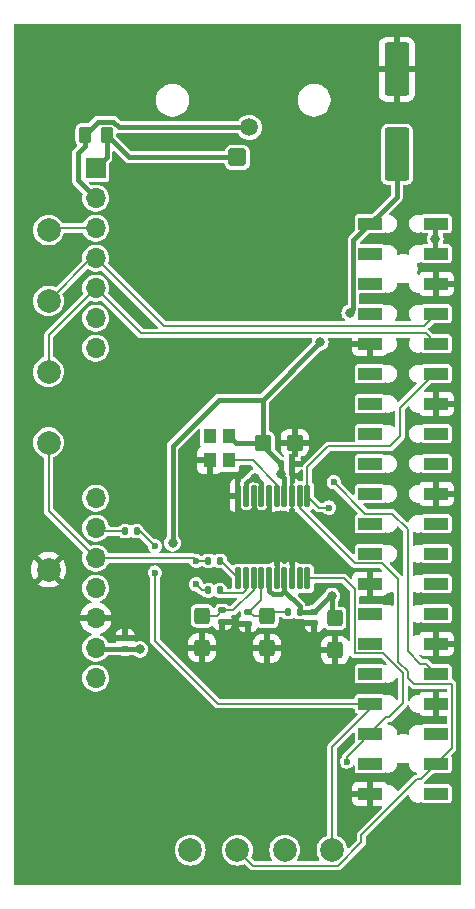
<source format=gtl>
G04 #@! TF.GenerationSoftware,KiCad,Pcbnew,8.0.4*
G04 #@! TF.CreationDate,2024-09-04T02:40:27-04:00*
G04 #@! TF.ProjectId,phone_pcb,70686f6e-655f-4706-9362-2e6b69636164,rev?*
G04 #@! TF.SameCoordinates,Original*
G04 #@! TF.FileFunction,Copper,L1,Top*
G04 #@! TF.FilePolarity,Positive*
%FSLAX46Y46*%
G04 Gerber Fmt 4.6, Leading zero omitted, Abs format (unit mm)*
G04 Created by KiCad (PCBNEW 8.0.4) date 2024-09-04 02:40:27*
%MOMM*%
%LPD*%
G01*
G04 APERTURE LIST*
G04 Aperture macros list*
%AMRoundRect*
0 Rectangle with rounded corners*
0 $1 Rounding radius*
0 $2 $3 $4 $5 $6 $7 $8 $9 X,Y pos of 4 corners*
0 Add a 4 corners polygon primitive as box body*
4,1,4,$2,$3,$4,$5,$6,$7,$8,$9,$2,$3,0*
0 Add four circle primitives for the rounded corners*
1,1,$1+$1,$2,$3*
1,1,$1+$1,$4,$5*
1,1,$1+$1,$6,$7*
1,1,$1+$1,$8,$9*
0 Add four rect primitives between the rounded corners*
20,1,$1+$1,$2,$3,$4,$5,0*
20,1,$1+$1,$4,$5,$6,$7,0*
20,1,$1+$1,$6,$7,$8,$9,0*
20,1,$1+$1,$8,$9,$2,$3,0*%
G04 Aperture macros list end*
G04 #@! TA.AperFunction,ComponentPad*
%ADD10RoundRect,0.250000X0.510000X0.510000X-0.510000X0.510000X-0.510000X-0.510000X0.510000X-0.510000X0*%
G04 #@! TD*
G04 #@! TA.AperFunction,ComponentPad*
%ADD11C,1.520000*%
G04 #@! TD*
G04 #@! TA.AperFunction,ComponentPad*
%ADD12C,2.000000*%
G04 #@! TD*
G04 #@! TA.AperFunction,SMDPad,CuDef*
%ADD13R,2.000000X1.020000*%
G04 #@! TD*
G04 #@! TA.AperFunction,SMDPad,CuDef*
%ADD14RoundRect,0.250001X0.799999X-1.999999X0.799999X1.999999X-0.799999X1.999999X-0.799999X-1.999999X0*%
G04 #@! TD*
G04 #@! TA.AperFunction,ComponentPad*
%ADD15R,1.700000X1.700000*%
G04 #@! TD*
G04 #@! TA.AperFunction,ComponentPad*
%ADD16O,1.700000X1.700000*%
G04 #@! TD*
G04 #@! TA.AperFunction,SMDPad,CuDef*
%ADD17RoundRect,0.135000X0.135000X0.185000X-0.135000X0.185000X-0.135000X-0.185000X0.135000X-0.185000X0*%
G04 #@! TD*
G04 #@! TA.AperFunction,SMDPad,CuDef*
%ADD18RoundRect,0.250000X-0.425000X0.450000X-0.425000X-0.450000X0.425000X-0.450000X0.425000X0.450000X0*%
G04 #@! TD*
G04 #@! TA.AperFunction,SMDPad,CuDef*
%ADD19RoundRect,0.125000X0.125000X-0.825000X0.125000X0.825000X-0.125000X0.825000X-0.125000X-0.825000X0*%
G04 #@! TD*
G04 #@! TA.AperFunction,SMDPad,CuDef*
%ADD20RoundRect,0.140000X0.170000X-0.140000X0.170000X0.140000X-0.170000X0.140000X-0.170000X-0.140000X0*%
G04 #@! TD*
G04 #@! TA.AperFunction,SMDPad,CuDef*
%ADD21RoundRect,0.140000X-0.140000X-0.170000X0.140000X-0.170000X0.140000X0.170000X-0.140000X0.170000X0*%
G04 #@! TD*
G04 #@! TA.AperFunction,SMDPad,CuDef*
%ADD22RoundRect,0.250000X-0.262500X-0.450000X0.262500X-0.450000X0.262500X0.450000X-0.262500X0.450000X0*%
G04 #@! TD*
G04 #@! TA.AperFunction,SMDPad,CuDef*
%ADD23RoundRect,0.140000X0.140000X0.170000X-0.140000X0.170000X-0.140000X-0.170000X0.140000X-0.170000X0*%
G04 #@! TD*
G04 #@! TA.AperFunction,SMDPad,CuDef*
%ADD24RoundRect,0.250000X-0.450000X-0.425000X0.450000X-0.425000X0.450000X0.425000X-0.450000X0.425000X0*%
G04 #@! TD*
G04 #@! TA.AperFunction,SMDPad,CuDef*
%ADD25R,1.100000X1.300000*%
G04 #@! TD*
G04 #@! TA.AperFunction,SMDPad,CuDef*
%ADD26RoundRect,0.140000X-0.170000X0.140000X-0.170000X-0.140000X0.170000X-0.140000X0.170000X0.140000X0*%
G04 #@! TD*
G04 #@! TA.AperFunction,ViaPad*
%ADD27C,0.600000*%
G04 #@! TD*
G04 #@! TA.AperFunction,ViaPad*
%ADD28C,0.800000*%
G04 #@! TD*
G04 #@! TA.AperFunction,Conductor*
%ADD29C,0.200000*%
G04 #@! TD*
G04 #@! TA.AperFunction,Conductor*
%ADD30C,0.400000*%
G04 #@! TD*
G04 APERTURE END LIST*
D10*
X69730000Y-62090000D03*
D11*
X70750000Y-59550000D03*
D12*
X53750000Y-97000000D03*
D13*
X86569598Y-115970278D03*
X80969598Y-115970278D03*
X86569598Y-113430278D03*
X80969598Y-113430278D03*
X86569598Y-110890278D03*
X80969598Y-110890278D03*
X86569598Y-108350278D03*
X80969598Y-108350278D03*
X86569598Y-105810278D03*
X80969598Y-105810278D03*
X86569598Y-103270278D03*
X80969598Y-103270278D03*
X86569598Y-100730278D03*
X80969598Y-100730278D03*
X86569598Y-98190278D03*
X80969598Y-98190278D03*
X86569598Y-95650278D03*
X80969598Y-95650278D03*
X86569598Y-93110278D03*
X80969598Y-93110278D03*
X86569598Y-90570278D03*
X80969598Y-90570278D03*
X86569598Y-88030278D03*
X80969598Y-88030278D03*
X86569598Y-85490278D03*
X80969598Y-85490278D03*
X86569598Y-82950278D03*
X80969598Y-82950278D03*
X86569598Y-80410278D03*
X80969598Y-80410278D03*
X86569598Y-77870278D03*
X80969598Y-77870278D03*
X86569598Y-75330278D03*
X80969598Y-75330278D03*
X86569598Y-72790278D03*
X80969598Y-72790278D03*
X86569598Y-70250278D03*
X80969598Y-70250278D03*
X86569598Y-67710278D03*
X80969598Y-67710278D03*
D14*
X83250000Y-54650000D03*
X83250000Y-61850000D03*
D15*
X57750000Y-63010000D03*
D16*
X57750000Y-65550000D03*
X57750000Y-68090000D03*
X57750000Y-70630000D03*
X57750000Y-73170000D03*
X57750000Y-75710000D03*
X57750000Y-78250000D03*
X57750000Y-90950000D03*
X57750000Y-93490000D03*
X57750000Y-96030000D03*
X57750000Y-98570000D03*
X57750000Y-101110000D03*
X57750000Y-103650000D03*
X57750000Y-106190000D03*
D12*
X53750000Y-86250000D03*
D17*
X73990000Y-100579688D03*
X75010000Y-100579688D03*
D18*
X78000000Y-103823689D03*
X78000000Y-101123689D03*
D19*
X69825000Y-97750000D03*
X70475000Y-97750000D03*
X71125000Y-97750000D03*
X71775000Y-97750000D03*
X72425000Y-97750000D03*
X73075000Y-97750000D03*
X73725000Y-97750000D03*
X74375000Y-97750000D03*
X75025000Y-97750000D03*
X75675000Y-97750000D03*
X75675000Y-90750000D03*
X75025000Y-90750000D03*
X74375000Y-90750000D03*
X73725000Y-90750000D03*
X73075000Y-90750000D03*
X72425000Y-90750000D03*
X71775000Y-90750000D03*
X71125000Y-90750000D03*
X70475000Y-90750000D03*
X69825000Y-90750000D03*
D20*
X70647548Y-100618550D03*
X70647548Y-101578550D03*
D12*
X53750000Y-74250000D03*
D21*
X67290000Y-98750000D03*
X68250000Y-98750000D03*
D20*
X68456477Y-101410143D03*
X68456477Y-100450143D03*
D12*
X65750000Y-120750000D03*
X77750000Y-120750000D03*
D22*
X56837500Y-60162500D03*
X58662500Y-60162500D03*
D23*
X74380000Y-88050000D03*
X73420000Y-88050000D03*
D24*
X71900000Y-86250000D03*
X74600000Y-86250000D03*
D21*
X67290000Y-96250000D03*
X68250000Y-96250000D03*
D18*
X66750000Y-100900000D03*
X66750000Y-103600000D03*
D12*
X73750000Y-120750000D03*
X53750000Y-68250000D03*
D25*
X67400000Y-85650000D03*
X67400000Y-87750000D03*
X69050000Y-87750000D03*
X69050000Y-85650000D03*
D12*
X69750000Y-120750000D03*
D23*
X61210000Y-93750000D03*
X60250000Y-93750000D03*
D12*
X53750000Y-80250000D03*
D20*
X76250000Y-100556371D03*
X76250000Y-101516371D03*
D26*
X60250000Y-102770000D03*
X60250000Y-103730000D03*
D18*
X72250000Y-100965189D03*
X72250000Y-103665189D03*
D27*
X77500000Y-91750000D03*
X80000000Y-118000000D03*
X84000000Y-109750000D03*
D28*
X64250000Y-94750000D03*
X61500000Y-103750000D03*
D27*
X62750000Y-95000000D03*
X66250000Y-96250000D03*
X66250000Y-98250000D03*
D28*
X77750000Y-99250000D03*
D27*
X77894660Y-89605340D03*
D28*
X71250000Y-89200000D03*
X73420000Y-88920000D03*
X76750000Y-77750000D03*
X79250000Y-75250000D03*
D27*
X62750000Y-97250000D03*
X79000000Y-113250000D03*
D28*
X86500000Y-69000000D03*
D29*
X86569598Y-113430278D02*
X87869598Y-112130278D01*
X81985822Y-96460278D02*
X79710278Y-96460278D01*
X84683374Y-106670278D02*
X84179598Y-106166502D01*
X84179598Y-105600816D02*
X83359598Y-104780816D01*
X84179598Y-106166502D02*
X84179598Y-105600816D01*
X83359598Y-97834054D02*
X81985822Y-96460278D01*
X75025000Y-91775000D02*
X75025000Y-90750000D01*
X87869598Y-112130278D02*
X87869598Y-106670278D01*
X87869598Y-106670278D02*
X84683374Y-106670278D01*
X83359598Y-104780816D02*
X83359598Y-97834054D01*
X79710278Y-96460278D02*
X75025000Y-91775000D01*
X70750000Y-100597210D02*
X71775000Y-99572210D01*
X71775000Y-99572210D02*
X71775000Y-97750000D01*
X71117979Y-100965189D02*
X70750000Y-100597210D01*
X72250000Y-100965189D02*
X71117979Y-100965189D01*
X72250000Y-100965189D02*
X72250000Y-100680378D01*
X71820852Y-97795852D02*
X71775000Y-97750000D01*
X72250000Y-100680378D02*
X72350690Y-100579688D01*
X72350690Y-100579688D02*
X73990000Y-100579688D01*
X72250000Y-100965189D02*
X71820852Y-100536041D01*
D30*
X71125000Y-90750000D02*
X71125000Y-91795926D01*
X72120926Y-92100000D02*
X72425000Y-91795926D01*
X71125000Y-91795926D02*
X71429074Y-92100000D01*
X71429074Y-92100000D02*
X72120926Y-92100000D01*
X72425000Y-91795926D02*
X72425000Y-90750000D01*
X71125000Y-91795926D02*
X70820926Y-92100000D01*
X70820926Y-92100000D02*
X70129074Y-92100000D01*
X70129074Y-92100000D02*
X69825000Y-91795926D01*
X69825000Y-91795926D02*
X69825000Y-90750000D01*
X74375000Y-95875000D02*
X74250000Y-95750000D01*
X74375000Y-97750000D02*
X74375000Y-95875000D01*
X73075000Y-95825000D02*
X73000000Y-95750000D01*
X73075000Y-97750000D02*
X73075000Y-95825000D01*
X70760000Y-59550000D02*
X59688666Y-59550000D01*
X57937500Y-59062500D02*
X56837500Y-60162500D01*
X59688666Y-59550000D02*
X59201166Y-59062500D01*
X59201166Y-59062500D02*
X57937500Y-59062500D01*
D29*
X77500000Y-91750000D02*
X76675000Y-91750000D01*
X76675000Y-91750000D02*
X75675000Y-90750000D01*
X82855822Y-92250278D02*
X84179598Y-93574054D01*
X84179598Y-103929598D02*
X85200000Y-104950000D01*
X85200000Y-104950000D02*
X85710000Y-104950000D01*
X77894660Y-89605340D02*
X80539598Y-92250278D01*
X80539598Y-92250278D02*
X82855822Y-92250278D01*
X85710000Y-104950000D02*
X86570000Y-105810000D01*
X84179598Y-93574054D02*
X84179598Y-103929598D01*
D30*
X64250000Y-86500000D02*
X64250000Y-94750000D01*
X68150000Y-82600000D02*
X64250000Y-86500000D01*
X71900000Y-82600000D02*
X68150000Y-82600000D01*
X61500000Y-103750000D02*
X60270000Y-103750000D01*
X60270000Y-103750000D02*
X60250000Y-103730000D01*
D29*
X77750000Y-112000000D02*
X80970000Y-108780000D01*
X80970000Y-108780000D02*
X80970000Y-108350000D01*
X80970000Y-108350000D02*
X68100000Y-108350000D01*
X68100000Y-108350000D02*
X62750000Y-103000000D01*
X77750000Y-120750000D02*
X77750000Y-112000000D01*
X62750000Y-103000000D02*
X62750000Y-97250000D01*
X62750000Y-95000000D02*
X61500000Y-93750000D01*
X61500000Y-93750000D02*
X61210000Y-93750000D01*
X62490000Y-96030000D02*
X66030000Y-96030000D01*
X66030000Y-96030000D02*
X66250000Y-96250000D01*
X66250000Y-96250000D02*
X67290000Y-96250000D01*
X68250000Y-98750000D02*
X68500000Y-99000000D01*
X68500000Y-99000000D02*
X70174999Y-99000000D01*
X70174999Y-99000000D02*
X70475000Y-98699999D01*
X70475000Y-98699999D02*
X70475000Y-97750000D01*
X68250000Y-96250000D02*
X68325000Y-96250000D01*
X68325000Y-96250000D02*
X69825000Y-97750000D01*
X67290000Y-98750000D02*
X66750000Y-98750000D01*
X66750000Y-98750000D02*
X66250000Y-98250000D01*
X66750000Y-100900000D02*
X68006620Y-100900000D01*
X68006620Y-100900000D02*
X68456477Y-100450143D01*
X68456477Y-100450143D02*
X69374856Y-100450143D01*
X71125000Y-98699999D02*
X71125000Y-97750000D01*
X69374856Y-100450143D02*
X71125000Y-98699999D01*
D30*
X73725000Y-97750000D02*
X73725000Y-98795926D01*
X73420926Y-99100000D02*
X72729074Y-99100000D01*
X73725000Y-98795926D02*
X73420926Y-99100000D01*
X72729074Y-99100000D02*
X72425000Y-98795926D01*
X72425000Y-98795926D02*
X72425000Y-97750000D01*
X75010000Y-100579688D02*
X75010000Y-100080926D01*
X75010000Y-100080926D02*
X73725000Y-98795926D01*
X76250000Y-100556371D02*
X75033317Y-100556371D01*
X75033317Y-100556371D02*
X75010000Y-100579688D01*
X77750000Y-99250000D02*
X77556371Y-99250000D01*
X77556371Y-99250000D02*
X76250000Y-100556371D01*
X77750000Y-100873689D02*
X78000000Y-101123689D01*
X77750000Y-99250000D02*
X77750000Y-100873689D01*
D29*
X86570000Y-80410000D02*
X86363776Y-80410000D01*
X86363776Y-80410000D02*
X83500000Y-83273776D01*
X83500000Y-83273776D02*
X83500000Y-85706224D01*
X77430000Y-86570000D02*
X75675000Y-88325000D01*
X75675000Y-88325000D02*
X75675000Y-90750000D01*
X83500000Y-85706224D02*
X82636224Y-86570000D01*
X82636224Y-86570000D02*
X77430000Y-86570000D01*
X79000000Y-113250000D02*
X79000000Y-112860000D01*
X82360000Y-109500000D02*
X82566100Y-109500000D01*
X78750000Y-97750000D02*
X75675000Y-97750000D01*
X82566100Y-109500000D02*
X83750000Y-108316100D01*
X83750000Y-108316100D02*
X83750000Y-105736904D01*
X79000000Y-112860000D02*
X82360000Y-109500000D01*
X83750000Y-105736904D02*
X82093374Y-104080278D01*
X82093374Y-104080278D02*
X79669598Y-104080278D01*
X79669598Y-104080278D02*
X79669598Y-98669598D01*
X79669598Y-98669598D02*
X78750000Y-97750000D01*
D30*
X71250000Y-89200000D02*
X70979074Y-89200000D01*
X70979074Y-89200000D02*
X70475000Y-89704074D01*
X70475000Y-89704074D02*
X70475000Y-90750000D01*
X71250000Y-89200000D02*
X71270926Y-89200000D01*
X71270926Y-89200000D02*
X71775000Y-89704074D01*
X71775000Y-89704074D02*
X71775000Y-90750000D01*
D29*
X69050000Y-87750000D02*
X71024999Y-87750000D01*
X71024999Y-87750000D02*
X73075000Y-89800001D01*
X73075000Y-89800001D02*
X73075000Y-90750000D01*
D30*
X73420000Y-88050000D02*
X73420000Y-88920000D01*
X73420000Y-88920000D02*
X73725000Y-89225000D01*
X73725000Y-89225000D02*
X73725000Y-90750000D01*
X71900000Y-86250000D02*
X69650000Y-86250000D01*
X69650000Y-86250000D02*
X69050000Y-85650000D01*
X71900000Y-86250000D02*
X71900000Y-86530000D01*
X71900000Y-86530000D02*
X73420000Y-88050000D01*
X79570000Y-69110000D02*
X79570000Y-74930000D01*
X76750000Y-77750000D02*
X71900000Y-82600000D01*
X79570000Y-74930000D02*
X79250000Y-75250000D01*
X71900000Y-82600000D02*
X71900000Y-86250000D01*
D29*
X85250000Y-114750000D02*
X84936224Y-114750000D01*
X80236224Y-120102254D02*
X78288478Y-122050000D01*
X71050000Y-122050000D02*
X69750000Y-120750000D01*
X84936224Y-114750000D02*
X80236224Y-119450000D01*
X78288478Y-122050000D02*
X71050000Y-122050000D01*
X80236224Y-119450000D02*
X80236224Y-120102254D01*
D30*
X83250000Y-61850000D02*
X83250000Y-65430000D01*
X83250000Y-65430000D02*
X79570000Y-69110000D01*
X58662500Y-60162500D02*
X58662500Y-62097500D01*
X58662500Y-62097500D02*
X57750000Y-63010000D01*
X69740000Y-62090000D02*
X60590000Y-62090000D01*
X60590000Y-62090000D02*
X58662500Y-60162500D01*
X56837500Y-60162500D02*
X56837500Y-61162500D01*
X56250000Y-61750000D02*
X56250000Y-64050000D01*
X56837500Y-61162500D02*
X56250000Y-61750000D01*
X56250000Y-64050000D02*
X57750000Y-65550000D01*
X60250000Y-103730000D02*
X57830000Y-103730000D01*
X57830000Y-103730000D02*
X57750000Y-103650000D01*
D29*
X57750000Y-73170000D02*
X61580000Y-77000000D01*
X61580000Y-77000000D02*
X85700000Y-77000000D01*
X85700000Y-77000000D02*
X86570000Y-77870000D01*
X86570000Y-75330000D02*
X85520000Y-76380000D01*
X85520000Y-76380000D02*
X63500000Y-76380000D01*
X63500000Y-76380000D02*
X57750000Y-70630000D01*
X62490000Y-96030000D02*
X57750000Y-96030000D01*
X60270000Y-93750000D02*
X58010000Y-93750000D01*
X58010000Y-93750000D02*
X57750000Y-93490000D01*
X57750000Y-96030000D02*
X53750000Y-92030000D01*
X53750000Y-92030000D02*
X53750000Y-86250000D01*
X57750000Y-73170000D02*
X53750000Y-77170000D01*
X53750000Y-77170000D02*
X53750000Y-80250000D01*
X53750000Y-74250000D02*
X57370000Y-70630000D01*
X57370000Y-70630000D02*
X57750000Y-70630000D01*
X57750000Y-68090000D02*
X53910000Y-68090000D01*
X53910000Y-68090000D02*
X53750000Y-68250000D01*
D30*
X58077500Y-63337500D02*
X57750000Y-63010000D01*
D29*
X85250000Y-114750000D02*
X86570000Y-113430000D01*
D30*
X86500000Y-69000000D02*
X86500000Y-70180000D01*
X86500000Y-70180000D02*
X86570000Y-70250000D01*
X86500000Y-67780000D02*
X86570000Y-67710000D01*
X86500000Y-69000000D02*
X86500000Y-67780000D01*
G04 #@! TA.AperFunction,Conductor*
G36*
X79615043Y-110798091D02*
G01*
X79658308Y-110841356D01*
X79669098Y-110886301D01*
X79669098Y-111445138D01*
X79669099Y-111445141D01*
X79672012Y-111470268D01*
X79690971Y-111513204D01*
X79697179Y-111574073D01*
X79670410Y-111623196D01*
X78679517Y-112614090D01*
X78679516Y-112614091D01*
X78626793Y-112705411D01*
X78626792Y-112705415D01*
X78610514Y-112766162D01*
X78577190Y-112817476D01*
X78575160Y-112819077D01*
X78571720Y-112821716D01*
X78571713Y-112821723D01*
X78475462Y-112947160D01*
X78475462Y-112947161D01*
X78414957Y-113093233D01*
X78414955Y-113093241D01*
X78394318Y-113249999D01*
X78394318Y-113250000D01*
X78414955Y-113406758D01*
X78414957Y-113406766D01*
X78475462Y-113552838D01*
X78475462Y-113552839D01*
X78554687Y-113656087D01*
X78571718Y-113678282D01*
X78697159Y-113774536D01*
X78697160Y-113774536D01*
X78697161Y-113774537D01*
X78843233Y-113835042D01*
X78843238Y-113835044D01*
X78960809Y-113850522D01*
X78999999Y-113855682D01*
X79000000Y-113855682D01*
X79000001Y-113855682D01*
X79031352Y-113851554D01*
X79156762Y-113835044D01*
X79302841Y-113774536D01*
X79428282Y-113678282D01*
X79491559Y-113595816D01*
X79541979Y-113561164D01*
X79603144Y-113562765D01*
X79651686Y-113600012D01*
X79669098Y-113656087D01*
X79669098Y-113985138D01*
X79669099Y-113985141D01*
X79672012Y-114010268D01*
X79697354Y-114067663D01*
X79717392Y-114113043D01*
X79796833Y-114192484D01*
X79899607Y-114237863D01*
X79924733Y-114240778D01*
X82014462Y-114240777D01*
X82039589Y-114237863D01*
X82142363Y-114192484D01*
X82157118Y-114177728D01*
X82211633Y-114149950D01*
X82265005Y-114156266D01*
X82277768Y-114161553D01*
X82424695Y-114190778D01*
X82424696Y-114190778D01*
X82574500Y-114190778D01*
X82574501Y-114190778D01*
X82721428Y-114161553D01*
X82859830Y-114104225D01*
X82984389Y-114020997D01*
X83090317Y-113915069D01*
X83173545Y-113790510D01*
X83230873Y-113652108D01*
X83260098Y-113505181D01*
X83260098Y-113445847D01*
X83279005Y-113387656D01*
X83328505Y-113351692D01*
X83389689Y-113351692D01*
X83389691Y-113351692D01*
X83389691Y-113351693D01*
X83476771Y-113379987D01*
X83476768Y-113379987D01*
X83671178Y-113410778D01*
X83671181Y-113410778D01*
X83868018Y-113410778D01*
X84062425Y-113379987D01*
X84149505Y-113351693D01*
X84210690Y-113351692D01*
X84260190Y-113387656D01*
X84279098Y-113445847D01*
X84279098Y-113505183D01*
X84308323Y-113652107D01*
X84308323Y-113652109D01*
X84365649Y-113790507D01*
X84365649Y-113790508D01*
X84395406Y-113835042D01*
X84448879Y-113915069D01*
X84554807Y-114020997D01*
X84679366Y-114104225D01*
X84679367Y-114104225D01*
X84679368Y-114104226D01*
X84743893Y-114130953D01*
X84817768Y-114161553D01*
X84841634Y-114166300D01*
X84895019Y-114196196D01*
X84920636Y-114251760D01*
X84908700Y-114311770D01*
X84863771Y-114353304D01*
X84847946Y-114359024D01*
X84781636Y-114376792D01*
X84752688Y-114393506D01*
X84735974Y-114403156D01*
X84707024Y-114419870D01*
X84690310Y-114429520D01*
X84615743Y-114504086D01*
X84615744Y-114504087D01*
X84615742Y-114504089D01*
X83376794Y-115743035D01*
X83322277Y-115770812D01*
X83261845Y-115761241D01*
X83218580Y-115717976D01*
X83215333Y-115710931D01*
X83173546Y-115610048D01*
X83173546Y-115610047D01*
X83152809Y-115579013D01*
X83090317Y-115485487D01*
X82984389Y-115379559D01*
X82859830Y-115296331D01*
X82859829Y-115296330D01*
X82859827Y-115296329D01*
X82721428Y-115239003D01*
X82574503Y-115209778D01*
X82574501Y-115209778D01*
X82456210Y-115209778D01*
X82398019Y-115190871D01*
X82376957Y-115170107D01*
X82326790Y-115103093D01*
X82326782Y-115103085D01*
X82211688Y-115016925D01*
X82211686Y-115016924D01*
X82076979Y-114966681D01*
X82076968Y-114966679D01*
X82017422Y-114960278D01*
X81219599Y-114960278D01*
X81219598Y-114960279D01*
X81219598Y-116980277D01*
X81219599Y-116980278D01*
X81900543Y-116980278D01*
X81958734Y-116999185D01*
X81994698Y-117048685D01*
X81994698Y-117109871D01*
X81970547Y-117149282D01*
X79915741Y-119204090D01*
X79915740Y-119204091D01*
X79863017Y-119295411D01*
X79863016Y-119295411D01*
X79863017Y-119295412D01*
X79835724Y-119397273D01*
X79835724Y-119895352D01*
X79816817Y-119953543D01*
X79806728Y-119965356D01*
X79201926Y-120570157D01*
X79147409Y-120597934D01*
X79086977Y-120588363D01*
X79043712Y-120545098D01*
X79036295Y-120525776D01*
X79035635Y-120523315D01*
X79035635Y-120523308D01*
X78976739Y-120303504D01*
X78907481Y-120154981D01*
X78880573Y-120097276D01*
X78880571Y-120097272D01*
X78880568Y-120097266D01*
X78837061Y-120035131D01*
X78750053Y-119910869D01*
X78750052Y-119910867D01*
X78750049Y-119910864D01*
X78750047Y-119910861D01*
X78589139Y-119749953D01*
X78589135Y-119749950D01*
X78589132Y-119749947D01*
X78589130Y-119749946D01*
X78402737Y-119619434D01*
X78402728Y-119619428D01*
X78207660Y-119528466D01*
X78162912Y-119486738D01*
X78150500Y-119438742D01*
X78150500Y-116528102D01*
X79469597Y-116528102D01*
X79475999Y-116587648D01*
X79476001Y-116587659D01*
X79526244Y-116722366D01*
X79526245Y-116722368D01*
X79612405Y-116837462D01*
X79612413Y-116837470D01*
X79727507Y-116923630D01*
X79727509Y-116923631D01*
X79862216Y-116973874D01*
X79862227Y-116973876D01*
X79921774Y-116980278D01*
X80719597Y-116980278D01*
X80719598Y-116980277D01*
X80719598Y-116220279D01*
X80719597Y-116220278D01*
X79469599Y-116220278D01*
X79469598Y-116220279D01*
X79469598Y-116528102D01*
X79469597Y-116528102D01*
X78150500Y-116528102D01*
X78150500Y-115412453D01*
X79469598Y-115412453D01*
X79469598Y-115720277D01*
X79469599Y-115720278D01*
X80719597Y-115720278D01*
X80719598Y-115720277D01*
X80719598Y-114960279D01*
X80719597Y-114960278D01*
X79921774Y-114960278D01*
X79862227Y-114966679D01*
X79862216Y-114966681D01*
X79727509Y-115016924D01*
X79727507Y-115016925D01*
X79612413Y-115103085D01*
X79612405Y-115103093D01*
X79526245Y-115218187D01*
X79526244Y-115218189D01*
X79476001Y-115352896D01*
X79475999Y-115352907D01*
X79469598Y-115412453D01*
X78150500Y-115412453D01*
X78150500Y-112206900D01*
X78169407Y-112148709D01*
X78179496Y-112136896D01*
X78803188Y-111513204D01*
X79500096Y-110816295D01*
X79554611Y-110788520D01*
X79615043Y-110798091D01*
G37*
G04 #@! TD.AperFunction*
G04 #@! TA.AperFunction,Conductor*
G36*
X84319501Y-106872798D02*
G01*
X84437461Y-106990758D01*
X84437463Y-106990759D01*
X84437465Y-106990761D01*
X84528782Y-107043483D01*
X84528780Y-107043483D01*
X84528784Y-107043484D01*
X84528786Y-107043485D01*
X84630647Y-107070778D01*
X87370098Y-107070778D01*
X87428289Y-107089685D01*
X87464253Y-107139185D01*
X87469098Y-107169778D01*
X87469098Y-107241278D01*
X87450191Y-107299469D01*
X87400691Y-107335433D01*
X87370098Y-107340278D01*
X86819599Y-107340278D01*
X86819598Y-107340279D01*
X86819598Y-109360277D01*
X86819599Y-109360278D01*
X87370098Y-109360278D01*
X87428289Y-109379185D01*
X87464253Y-109428685D01*
X87469098Y-109459278D01*
X87469098Y-109980778D01*
X87450191Y-110038969D01*
X87400691Y-110074933D01*
X87370098Y-110079778D01*
X85524737Y-110079778D01*
X85524734Y-110079779D01*
X85499607Y-110082692D01*
X85396832Y-110128072D01*
X85382075Y-110142829D01*
X85327558Y-110170606D01*
X85274190Y-110164289D01*
X85261428Y-110159003D01*
X85261426Y-110159002D01*
X85114503Y-110129778D01*
X85114501Y-110129778D01*
X84964695Y-110129778D01*
X84964692Y-110129778D01*
X84817768Y-110159003D01*
X84817766Y-110159003D01*
X84679368Y-110216329D01*
X84679367Y-110216329D01*
X84554807Y-110299559D01*
X84554803Y-110299562D01*
X84448882Y-110405483D01*
X84448879Y-110405487D01*
X84365649Y-110530047D01*
X84365649Y-110530048D01*
X84308323Y-110668446D01*
X84308323Y-110668448D01*
X84279098Y-110815372D01*
X84279098Y-110874708D01*
X84260191Y-110932899D01*
X84210691Y-110968863D01*
X84149506Y-110968863D01*
X84062421Y-110940568D01*
X83868018Y-110909778D01*
X83868015Y-110909778D01*
X83671181Y-110909778D01*
X83671178Y-110909778D01*
X83476774Y-110940568D01*
X83389690Y-110968863D01*
X83328505Y-110968862D01*
X83279005Y-110932898D01*
X83260098Y-110874708D01*
X83260098Y-110815375D01*
X83260097Y-110815372D01*
X83254756Y-110788520D01*
X83230873Y-110668448D01*
X83173546Y-110530048D01*
X83173546Y-110530047D01*
X83152809Y-110499013D01*
X83090317Y-110405487D01*
X82984389Y-110299559D01*
X82859830Y-110216331D01*
X82859829Y-110216330D01*
X82859827Y-110216329D01*
X82721428Y-110159003D01*
X82574503Y-110129778D01*
X82574501Y-110129778D01*
X82535621Y-110129778D01*
X82477430Y-110110871D01*
X82441466Y-110061371D01*
X82441466Y-110000185D01*
X82465615Y-109960775D01*
X82496896Y-109929495D01*
X82551412Y-109901719D01*
X82566899Y-109900500D01*
X82618825Y-109900500D01*
X82618827Y-109900500D01*
X82720688Y-109873207D01*
X82720690Y-109873205D01*
X82720692Y-109873205D01*
X82812008Y-109820483D01*
X82812008Y-109820482D01*
X82812013Y-109820480D01*
X84070480Y-108562013D01*
X84114365Y-108486000D01*
X84159834Y-108445060D01*
X84220684Y-108438664D01*
X84273672Y-108469257D01*
X84297198Y-108516186D01*
X84308320Y-108572099D01*
X84308323Y-108572109D01*
X84365649Y-108710507D01*
X84365649Y-108710508D01*
X84392372Y-108750501D01*
X84448879Y-108835069D01*
X84554807Y-108940997D01*
X84679366Y-109024225D01*
X84679367Y-109024225D01*
X84679368Y-109024226D01*
X84710721Y-109037212D01*
X84817768Y-109081553D01*
X84964695Y-109110778D01*
X84964696Y-109110778D01*
X85082986Y-109110778D01*
X85141177Y-109129685D01*
X85162239Y-109150449D01*
X85212405Y-109217462D01*
X85212413Y-109217470D01*
X85327507Y-109303630D01*
X85327509Y-109303631D01*
X85462216Y-109353874D01*
X85462227Y-109353876D01*
X85521774Y-109360278D01*
X86319597Y-109360278D01*
X86319598Y-109360277D01*
X86319598Y-107340279D01*
X86319597Y-107340278D01*
X85521774Y-107340278D01*
X85462227Y-107346679D01*
X85462216Y-107346681D01*
X85327509Y-107396924D01*
X85327507Y-107396925D01*
X85212413Y-107483085D01*
X85212405Y-107483093D01*
X85162239Y-107550107D01*
X85112230Y-107585360D01*
X85082986Y-107589778D01*
X84964692Y-107589778D01*
X84817768Y-107619003D01*
X84817766Y-107619003D01*
X84679368Y-107676329D01*
X84679367Y-107676329D01*
X84554807Y-107759559D01*
X84554803Y-107759562D01*
X84448882Y-107865483D01*
X84448879Y-107865487D01*
X84365649Y-107990047D01*
X84365649Y-107990048D01*
X84340964Y-108049645D01*
X84301228Y-108096171D01*
X84241733Y-108110455D01*
X84185205Y-108087040D01*
X84153235Y-108034871D01*
X84150500Y-108011760D01*
X84150500Y-106942804D01*
X84169407Y-106884613D01*
X84218907Y-106848649D01*
X84280093Y-106848649D01*
X84319501Y-106872798D01*
G37*
G04 #@! TD.AperFunction*
G04 #@! TA.AperFunction,Conductor*
G36*
X88658691Y-50819407D02*
G01*
X88694655Y-50868907D01*
X88699500Y-50899500D01*
X88699500Y-123600500D01*
X88680593Y-123658691D01*
X88631093Y-123694655D01*
X88600500Y-123699500D01*
X50899500Y-123699500D01*
X50841309Y-123680593D01*
X50805345Y-123631093D01*
X50800500Y-123600500D01*
X50800500Y-120749996D01*
X64444532Y-120749996D01*
X64444532Y-120750003D01*
X64464363Y-120976684D01*
X64523262Y-121196500D01*
X64619426Y-121402723D01*
X64619434Y-121402737D01*
X64749946Y-121589130D01*
X64749947Y-121589132D01*
X64749950Y-121589135D01*
X64749953Y-121589139D01*
X64910861Y-121750047D01*
X64910864Y-121750049D01*
X64910867Y-121750052D01*
X64910869Y-121750053D01*
X65035131Y-121837061D01*
X65097266Y-121880568D01*
X65097272Y-121880571D01*
X65097276Y-121880573D01*
X65303500Y-121976737D01*
X65303504Y-121976739D01*
X65523308Y-122035635D01*
X65523312Y-122035635D01*
X65523315Y-122035636D01*
X65749997Y-122055468D01*
X65750000Y-122055468D01*
X65750003Y-122055468D01*
X65976684Y-122035636D01*
X65976685Y-122035635D01*
X65976692Y-122035635D01*
X66196496Y-121976739D01*
X66402734Y-121880568D01*
X66589139Y-121750047D01*
X66750047Y-121589139D01*
X66880568Y-121402734D01*
X66976739Y-121196496D01*
X67035635Y-120976692D01*
X67055468Y-120750000D01*
X67055468Y-120749996D01*
X67035636Y-120523315D01*
X67035635Y-120523312D01*
X67035635Y-120523308D01*
X66976739Y-120303504D01*
X66907481Y-120154981D01*
X66880573Y-120097276D01*
X66880571Y-120097272D01*
X66880568Y-120097266D01*
X66837061Y-120035131D01*
X66750053Y-119910869D01*
X66750052Y-119910867D01*
X66750049Y-119910864D01*
X66750047Y-119910861D01*
X66589139Y-119749953D01*
X66589135Y-119749950D01*
X66589132Y-119749947D01*
X66589130Y-119749946D01*
X66402737Y-119619434D01*
X66402736Y-119619433D01*
X66402734Y-119619432D01*
X66402731Y-119619430D01*
X66402723Y-119619426D01*
X66196499Y-119523262D01*
X66196500Y-119523262D01*
X66098238Y-119496933D01*
X65976692Y-119464365D01*
X65976691Y-119464364D01*
X65976684Y-119464363D01*
X65750003Y-119444532D01*
X65749997Y-119444532D01*
X65523315Y-119464363D01*
X65303499Y-119523262D01*
X65097276Y-119619426D01*
X65097262Y-119619434D01*
X64910869Y-119749946D01*
X64910867Y-119749947D01*
X64749947Y-119910867D01*
X64749946Y-119910869D01*
X64619434Y-120097262D01*
X64619426Y-120097276D01*
X64523262Y-120303499D01*
X64464363Y-120523315D01*
X64444532Y-120749996D01*
X50800500Y-120749996D01*
X50800500Y-106190000D01*
X56594571Y-106190000D01*
X56614244Y-106402310D01*
X56672595Y-106607389D01*
X56767634Y-106798255D01*
X56896128Y-106968407D01*
X56896135Y-106968413D01*
X57053692Y-107112047D01*
X57053699Y-107112053D01*
X57097519Y-107139185D01*
X57234981Y-107224298D01*
X57433802Y-107301321D01*
X57643390Y-107340500D01*
X57856610Y-107340500D01*
X58066198Y-107301321D01*
X58265019Y-107224298D01*
X58446302Y-107112052D01*
X58603872Y-106968407D01*
X58732366Y-106798255D01*
X58827405Y-106607389D01*
X58885756Y-106402310D01*
X58905429Y-106190000D01*
X58885756Y-105977690D01*
X58827405Y-105772611D01*
X58732366Y-105581745D01*
X58603872Y-105411593D01*
X58451152Y-105272369D01*
X58446307Y-105267952D01*
X58446300Y-105267946D01*
X58265024Y-105155705D01*
X58265019Y-105155702D01*
X58066198Y-105078679D01*
X58066197Y-105078678D01*
X58066195Y-105078678D01*
X57856610Y-105039500D01*
X57643390Y-105039500D01*
X57433804Y-105078678D01*
X57234980Y-105155702D01*
X57234975Y-105155705D01*
X57053699Y-105267946D01*
X57053692Y-105267952D01*
X56896135Y-105411586D01*
X56896131Y-105411589D01*
X56896128Y-105411593D01*
X56896125Y-105411597D01*
X56767635Y-105581743D01*
X56767630Y-105581752D01*
X56672596Y-105772608D01*
X56614244Y-105977688D01*
X56599366Y-106138250D01*
X56594571Y-106190000D01*
X50800500Y-106190000D01*
X50800500Y-100860000D01*
X56419364Y-100860000D01*
X57316988Y-100860000D01*
X57284075Y-100917007D01*
X57250000Y-101044174D01*
X57250000Y-101175826D01*
X57284075Y-101302993D01*
X57316988Y-101360000D01*
X56419364Y-101360000D01*
X56476569Y-101573489D01*
X56576399Y-101787577D01*
X56711886Y-101981073D01*
X56878926Y-102148113D01*
X57072422Y-102283600D01*
X57286512Y-102383432D01*
X57317696Y-102391787D01*
X57369011Y-102425110D01*
X57390939Y-102482231D01*
X57375104Y-102541332D01*
X57327838Y-102579729D01*
X57234980Y-102615702D01*
X57234975Y-102615705D01*
X57053699Y-102727946D01*
X57053692Y-102727952D01*
X56896135Y-102871586D01*
X56896131Y-102871589D01*
X56896128Y-102871593D01*
X56896125Y-102871597D01*
X56767635Y-103041743D01*
X56767630Y-103041752D01*
X56672596Y-103232608D01*
X56614244Y-103437688D01*
X56594571Y-103650000D01*
X56614244Y-103862311D01*
X56672596Y-104067391D01*
X56763772Y-104250500D01*
X56767634Y-104258255D01*
X56896128Y-104428407D01*
X56896135Y-104428413D01*
X57053692Y-104572047D01*
X57053699Y-104572053D01*
X57081719Y-104589402D01*
X57234981Y-104684298D01*
X57433802Y-104761321D01*
X57643390Y-104800500D01*
X57856610Y-104800500D01*
X58066198Y-104761321D01*
X58265019Y-104684298D01*
X58446302Y-104572052D01*
X58603872Y-104428407D01*
X58723619Y-104269837D01*
X58773774Y-104234796D01*
X58802621Y-104230500D01*
X59794076Y-104230500D01*
X59852267Y-104249407D01*
X59852865Y-104249846D01*
X59871839Y-104263850D01*
X59871845Y-104263853D01*
X59918785Y-104280278D01*
X59997181Y-104307710D01*
X60024619Y-104310282D01*
X60026923Y-104310499D01*
X60026928Y-104310500D01*
X60026934Y-104310500D01*
X60473072Y-104310500D01*
X60473075Y-104310499D01*
X60502819Y-104307710D01*
X60628157Y-104263852D01*
X60628159Y-104263849D01*
X60631708Y-104261975D01*
X60677972Y-104250500D01*
X60971036Y-104250500D01*
X61029227Y-104269407D01*
X61036685Y-104275397D01*
X61099148Y-104330734D01*
X61249775Y-104409790D01*
X61414944Y-104450500D01*
X61414947Y-104450500D01*
X61585053Y-104450500D01*
X61585056Y-104450500D01*
X61750225Y-104409790D01*
X61900852Y-104330734D01*
X62028183Y-104217929D01*
X62124818Y-104077930D01*
X62185140Y-103918872D01*
X62205645Y-103750000D01*
X62185140Y-103581128D01*
X62124818Y-103422070D01*
X62028183Y-103282071D01*
X61900852Y-103169266D01*
X61750225Y-103090210D01*
X61750224Y-103090209D01*
X61750223Y-103090209D01*
X61585058Y-103049500D01*
X61585056Y-103049500D01*
X61414944Y-103049500D01*
X61414941Y-103049500D01*
X61249778Y-103090208D01*
X61201280Y-103115662D01*
X61140967Y-103125962D01*
X61086120Y-103098844D01*
X61057686Y-103044667D01*
X61058766Y-103025676D01*
X61054504Y-103020000D01*
X59445495Y-103020000D01*
X59469574Y-103102880D01*
X59467652Y-103164035D01*
X59430151Y-103212381D01*
X59374505Y-103229500D01*
X58887154Y-103229500D01*
X58828963Y-103210593D01*
X58798533Y-103174628D01*
X58793839Y-103165202D01*
X58732366Y-103041745D01*
X58603872Y-102871593D01*
X58504902Y-102781369D01*
X58446307Y-102727952D01*
X58446300Y-102727946D01*
X58265024Y-102615705D01*
X58265019Y-102615702D01*
X58172161Y-102579729D01*
X58124730Y-102541077D01*
X58119152Y-102519999D01*
X59445495Y-102519999D01*
X59445496Y-102520000D01*
X59999999Y-102520000D01*
X60000000Y-102519999D01*
X60500000Y-102519999D01*
X60500001Y-102520000D01*
X61054504Y-102520000D01*
X61054504Y-102519999D01*
X61012030Y-102373802D01*
X61012030Y-102373801D01*
X60929721Y-102234625D01*
X60815374Y-102120278D01*
X60676197Y-102037969D01*
X60520912Y-101992855D01*
X60500000Y-101991209D01*
X60500000Y-102519999D01*
X60000000Y-102519999D01*
X60000000Y-101991209D01*
X59979087Y-101992855D01*
X59823802Y-102037969D01*
X59823801Y-102037969D01*
X59684625Y-102120278D01*
X59570278Y-102234625D01*
X59487969Y-102373801D01*
X59487969Y-102373802D01*
X59445495Y-102519999D01*
X58119152Y-102519999D01*
X58109076Y-102481928D01*
X58131179Y-102424874D01*
X58182303Y-102391787D01*
X58213487Y-102383431D01*
X58427577Y-102283600D01*
X58621073Y-102148113D01*
X58788113Y-101981073D01*
X58923600Y-101787577D01*
X59023430Y-101573489D01*
X59080636Y-101360000D01*
X58183012Y-101360000D01*
X58215925Y-101302993D01*
X58250000Y-101175826D01*
X58250000Y-101044174D01*
X58215925Y-100917007D01*
X58183012Y-100860000D01*
X59080636Y-100860000D01*
X59023429Y-100646505D01*
X58923605Y-100432432D01*
X58923601Y-100432424D01*
X58788113Y-100238926D01*
X58621073Y-100071886D01*
X58427577Y-99936399D01*
X58213489Y-99836569D01*
X58182301Y-99828212D01*
X58130987Y-99794888D01*
X58109060Y-99737766D01*
X58124896Y-99678666D01*
X58172160Y-99640271D01*
X58265019Y-99604298D01*
X58446302Y-99492052D01*
X58603872Y-99348407D01*
X58732366Y-99178255D01*
X58827405Y-98987389D01*
X58885756Y-98782310D01*
X58905429Y-98570000D01*
X58885756Y-98357690D01*
X58827405Y-98152611D01*
X58732366Y-97961745D01*
X58603872Y-97791593D01*
X58538029Y-97731569D01*
X58446307Y-97647952D01*
X58446300Y-97647946D01*
X58265024Y-97535705D01*
X58265019Y-97535702D01*
X58215016Y-97516331D01*
X58066198Y-97458679D01*
X58066197Y-97458678D01*
X58066195Y-97458678D01*
X57856610Y-97419500D01*
X57643390Y-97419500D01*
X57433804Y-97458678D01*
X57234980Y-97535702D01*
X57234975Y-97535705D01*
X57053699Y-97647946D01*
X57053692Y-97647952D01*
X56896135Y-97791586D01*
X56896131Y-97791589D01*
X56896128Y-97791593D01*
X56896125Y-97791597D01*
X56767635Y-97961743D01*
X56767630Y-97961752D01*
X56672596Y-98152608D01*
X56614244Y-98357688D01*
X56594571Y-98570000D01*
X56614244Y-98782311D01*
X56633820Y-98851111D01*
X56672595Y-98987389D01*
X56767634Y-99178255D01*
X56896128Y-99348407D01*
X56953271Y-99400500D01*
X57053692Y-99492047D01*
X57053699Y-99492053D01*
X57115136Y-99530093D01*
X57234981Y-99604298D01*
X57327839Y-99640271D01*
X57375269Y-99678921D01*
X57390923Y-99738070D01*
X57368820Y-99795124D01*
X57317699Y-99828211D01*
X57286512Y-99836567D01*
X57286505Y-99836570D01*
X57072432Y-99936394D01*
X57072424Y-99936398D01*
X56878926Y-100071886D01*
X56711886Y-100238926D01*
X56576398Y-100432424D01*
X56576394Y-100432432D01*
X56476570Y-100646505D01*
X56419364Y-100860000D01*
X50800500Y-100860000D01*
X50800500Y-97000000D01*
X52244859Y-97000000D01*
X52265386Y-97247736D01*
X52326412Y-97488719D01*
X52426265Y-97716363D01*
X52426270Y-97716372D01*
X52526563Y-97869881D01*
X53267036Y-97129407D01*
X53284075Y-97192993D01*
X53349901Y-97307007D01*
X53442993Y-97400099D01*
X53557007Y-97465925D01*
X53620590Y-97482962D01*
X52879942Y-98223610D01*
X52926768Y-98260054D01*
X53145388Y-98378366D01*
X53380513Y-98459084D01*
X53625706Y-98500000D01*
X53874294Y-98500000D01*
X54119486Y-98459084D01*
X54354611Y-98378366D01*
X54573234Y-98260053D01*
X54573237Y-98260051D01*
X54620056Y-98223610D01*
X53879409Y-97482962D01*
X53942993Y-97465925D01*
X54057007Y-97400099D01*
X54150099Y-97307007D01*
X54215925Y-97192993D01*
X54232962Y-97129408D01*
X54973435Y-97869881D01*
X55073729Y-97716372D01*
X55073734Y-97716363D01*
X55173587Y-97488719D01*
X55234613Y-97247736D01*
X55255140Y-97000000D01*
X55234613Y-96752263D01*
X55173587Y-96511280D01*
X55073734Y-96283636D01*
X55073729Y-96283627D01*
X54973435Y-96130117D01*
X54232962Y-96870589D01*
X54215925Y-96807007D01*
X54150099Y-96692993D01*
X54057007Y-96599901D01*
X53942993Y-96534075D01*
X53879407Y-96517036D01*
X54620056Y-95776388D01*
X54573232Y-95739945D01*
X54354611Y-95621633D01*
X54119486Y-95540915D01*
X53874294Y-95500000D01*
X53625706Y-95500000D01*
X53380513Y-95540915D01*
X53145388Y-95621633D01*
X52926765Y-95739947D01*
X52926764Y-95739947D01*
X52879942Y-95776388D01*
X53620591Y-96517037D01*
X53557007Y-96534075D01*
X53442993Y-96599901D01*
X53349901Y-96692993D01*
X53284075Y-96807007D01*
X53267037Y-96870591D01*
X52526564Y-96130118D01*
X52426268Y-96283632D01*
X52326412Y-96511283D01*
X52265386Y-96752263D01*
X52244859Y-97000000D01*
X50800500Y-97000000D01*
X50800500Y-74249996D01*
X52444532Y-74249996D01*
X52444532Y-74250003D01*
X52464363Y-74476684D01*
X52464364Y-74476691D01*
X52464365Y-74476692D01*
X52470844Y-74500871D01*
X52523262Y-74696500D01*
X52619426Y-74902723D01*
X52619434Y-74902737D01*
X52749946Y-75089130D01*
X52749947Y-75089132D01*
X52749950Y-75089135D01*
X52749953Y-75089139D01*
X52910861Y-75250047D01*
X52910864Y-75250049D01*
X52910867Y-75250052D01*
X52910869Y-75250053D01*
X52918470Y-75255375D01*
X53097266Y-75380568D01*
X53097272Y-75380571D01*
X53097276Y-75380573D01*
X53303500Y-75476737D01*
X53303504Y-75476739D01*
X53523308Y-75535635D01*
X53523312Y-75535635D01*
X53523315Y-75535636D01*
X53749997Y-75555468D01*
X53750000Y-75555468D01*
X53750003Y-75555468D01*
X53976684Y-75535636D01*
X53976685Y-75535635D01*
X53976692Y-75535635D01*
X54196496Y-75476739D01*
X54402734Y-75380568D01*
X54589139Y-75250047D01*
X54750047Y-75089139D01*
X54880568Y-74902734D01*
X54976739Y-74696496D01*
X55035635Y-74476692D01*
X55037851Y-74451371D01*
X55055468Y-74250003D01*
X55055468Y-74249996D01*
X55035636Y-74023315D01*
X55035635Y-74023312D01*
X55035635Y-74023308D01*
X54976739Y-73803504D01*
X54938026Y-73720485D01*
X54930570Y-73659759D01*
X54957745Y-73608646D01*
X56973943Y-71592448D01*
X57028458Y-71564673D01*
X57088890Y-71574244D01*
X57096062Y-71578283D01*
X57234981Y-71664298D01*
X57433802Y-71741321D01*
X57643390Y-71780500D01*
X57856610Y-71780500D01*
X58066198Y-71741321D01*
X58170908Y-71700755D01*
X58231998Y-71697366D01*
X58276674Y-71723067D01*
X62984103Y-76430496D01*
X63011880Y-76485013D01*
X63002309Y-76545445D01*
X62959044Y-76588710D01*
X62914099Y-76599500D01*
X61786901Y-76599500D01*
X61728710Y-76580593D01*
X61716897Y-76570504D01*
X58846650Y-73700257D01*
X58818873Y-73645740D01*
X58827111Y-73592182D01*
X58825752Y-73591656D01*
X58827400Y-73587398D01*
X58827405Y-73587389D01*
X58885756Y-73382310D01*
X58905429Y-73170000D01*
X58885756Y-72957690D01*
X58827405Y-72752611D01*
X58732366Y-72561745D01*
X58603872Y-72391593D01*
X58509419Y-72305487D01*
X58446307Y-72247952D01*
X58446300Y-72247946D01*
X58265024Y-72135705D01*
X58265019Y-72135702D01*
X58146020Y-72089602D01*
X58066198Y-72058679D01*
X58066197Y-72058678D01*
X58066195Y-72058678D01*
X57856610Y-72019500D01*
X57643390Y-72019500D01*
X57433804Y-72058678D01*
X57234980Y-72135702D01*
X57234975Y-72135705D01*
X57053699Y-72247946D01*
X57053692Y-72247952D01*
X56896135Y-72391586D01*
X56896131Y-72391589D01*
X56896128Y-72391593D01*
X56896125Y-72391597D01*
X56767635Y-72561743D01*
X56767630Y-72561752D01*
X56672596Y-72752608D01*
X56614244Y-72957688D01*
X56594571Y-73170000D01*
X56614244Y-73382311D01*
X56672598Y-73587401D01*
X56674249Y-73591661D01*
X56672870Y-73592195D01*
X56680977Y-73646647D01*
X56653348Y-73700257D01*
X53429517Y-76924090D01*
X53429516Y-76924091D01*
X53376794Y-77015407D01*
X53369971Y-77040871D01*
X53356751Y-77090210D01*
X53356751Y-77090211D01*
X53356750Y-77090210D01*
X53349500Y-77117269D01*
X53349500Y-78938742D01*
X53330593Y-78996933D01*
X53292340Y-79028466D01*
X53097271Y-79119428D01*
X53097262Y-79119434D01*
X52910869Y-79249946D01*
X52910867Y-79249947D01*
X52749947Y-79410867D01*
X52749946Y-79410869D01*
X52619434Y-79597262D01*
X52619426Y-79597276D01*
X52523262Y-79803499D01*
X52464363Y-80023315D01*
X52444532Y-80249996D01*
X52444532Y-80250003D01*
X52464363Y-80476684D01*
X52523262Y-80696500D01*
X52619426Y-80902723D01*
X52619434Y-80902737D01*
X52749946Y-81089130D01*
X52749947Y-81089132D01*
X52749950Y-81089135D01*
X52749953Y-81089139D01*
X52910861Y-81250047D01*
X52910864Y-81250049D01*
X52910867Y-81250052D01*
X52910869Y-81250053D01*
X52970838Y-81292043D01*
X53097266Y-81380568D01*
X53097272Y-81380571D01*
X53097276Y-81380573D01*
X53303500Y-81476737D01*
X53303504Y-81476739D01*
X53523308Y-81535635D01*
X53523312Y-81535635D01*
X53523315Y-81535636D01*
X53749997Y-81555468D01*
X53750000Y-81555468D01*
X53750003Y-81555468D01*
X53976684Y-81535636D01*
X53976685Y-81535635D01*
X53976692Y-81535635D01*
X54196496Y-81476739D01*
X54402734Y-81380568D01*
X54589139Y-81250047D01*
X54750047Y-81089139D01*
X54880568Y-80902734D01*
X54976739Y-80696496D01*
X55035635Y-80476692D01*
X55055468Y-80250000D01*
X55050083Y-80188446D01*
X55035636Y-80023315D01*
X55035635Y-80023312D01*
X55035635Y-80023308D01*
X54976739Y-79803504D01*
X54941304Y-79727513D01*
X54880573Y-79597276D01*
X54880571Y-79597272D01*
X54880568Y-79597266D01*
X54750053Y-79410869D01*
X54750052Y-79410867D01*
X54750049Y-79410864D01*
X54750047Y-79410861D01*
X54589139Y-79249953D01*
X54589135Y-79249950D01*
X54589132Y-79249947D01*
X54589130Y-79249946D01*
X54402737Y-79119434D01*
X54402728Y-79119428D01*
X54207660Y-79028466D01*
X54162912Y-78986738D01*
X54150500Y-78938742D01*
X54150500Y-78250000D01*
X56594571Y-78250000D01*
X56614244Y-78462311D01*
X56637449Y-78543867D01*
X56672595Y-78667389D01*
X56767634Y-78858255D01*
X56896128Y-79028407D01*
X56896135Y-79028413D01*
X57053692Y-79172047D01*
X57053699Y-79172053D01*
X57157389Y-79236255D01*
X57234981Y-79284298D01*
X57433802Y-79361321D01*
X57643390Y-79400500D01*
X57856610Y-79400500D01*
X58066198Y-79361321D01*
X58265019Y-79284298D01*
X58446302Y-79172052D01*
X58603872Y-79028407D01*
X58732366Y-78858255D01*
X58827405Y-78667389D01*
X58885756Y-78462310D01*
X58905429Y-78250000D01*
X58885756Y-78037690D01*
X58827405Y-77832611D01*
X58732366Y-77641745D01*
X58603872Y-77471593D01*
X58526222Y-77400805D01*
X58446307Y-77327952D01*
X58446300Y-77327946D01*
X58265024Y-77215705D01*
X58265019Y-77215702D01*
X58066195Y-77138678D01*
X57856610Y-77099500D01*
X57643390Y-77099500D01*
X57433804Y-77138678D01*
X57234980Y-77215702D01*
X57234975Y-77215705D01*
X57053699Y-77327946D01*
X57053692Y-77327952D01*
X56896135Y-77471586D01*
X56896131Y-77471589D01*
X56896128Y-77471593D01*
X56896125Y-77471597D01*
X56767635Y-77641743D01*
X56767630Y-77641752D01*
X56672596Y-77832608D01*
X56614244Y-78037688D01*
X56594571Y-78250000D01*
X54150500Y-78250000D01*
X54150500Y-77376900D01*
X54169407Y-77318709D01*
X54179490Y-77306902D01*
X55776391Y-75710000D01*
X56594571Y-75710000D01*
X56614244Y-75922311D01*
X56626628Y-75965835D01*
X56672595Y-76127389D01*
X56767634Y-76318255D01*
X56896128Y-76488407D01*
X56958695Y-76545445D01*
X57053692Y-76632047D01*
X57053699Y-76632053D01*
X57130361Y-76679520D01*
X57234981Y-76744298D01*
X57433802Y-76821321D01*
X57643390Y-76860500D01*
X57856610Y-76860500D01*
X58066198Y-76821321D01*
X58265019Y-76744298D01*
X58446302Y-76632052D01*
X58603872Y-76488407D01*
X58732366Y-76318255D01*
X58827405Y-76127389D01*
X58885756Y-75922310D01*
X58905429Y-75710000D01*
X58885756Y-75497690D01*
X58827405Y-75292611D01*
X58732366Y-75101745D01*
X58603872Y-74931593D01*
X58509419Y-74845487D01*
X58446307Y-74787952D01*
X58446300Y-74787946D01*
X58265024Y-74675705D01*
X58265019Y-74675702D01*
X58096985Y-74610606D01*
X58066198Y-74598679D01*
X58066197Y-74598678D01*
X58066195Y-74598678D01*
X57856610Y-74559500D01*
X57643390Y-74559500D01*
X57433804Y-74598678D01*
X57234980Y-74675702D01*
X57234975Y-74675705D01*
X57053699Y-74787946D01*
X57053692Y-74787952D01*
X56896135Y-74931586D01*
X56896131Y-74931589D01*
X56896128Y-74931593D01*
X56896125Y-74931597D01*
X56767635Y-75101743D01*
X56767630Y-75101752D01*
X56672596Y-75292608D01*
X56614244Y-75497688D01*
X56594571Y-75710000D01*
X55776391Y-75710000D01*
X57223326Y-74263065D01*
X57277841Y-74235290D01*
X57329090Y-74240756D01*
X57433802Y-74281321D01*
X57643390Y-74320500D01*
X57856610Y-74320500D01*
X58066198Y-74281321D01*
X58170908Y-74240755D01*
X58231998Y-74237366D01*
X58276674Y-74263067D01*
X61334087Y-77320480D01*
X61334089Y-77320481D01*
X61334090Y-77320482D01*
X61334091Y-77320483D01*
X61425408Y-77373205D01*
X61425406Y-77373205D01*
X61425410Y-77373206D01*
X61425412Y-77373207D01*
X61527273Y-77400500D01*
X75989937Y-77400500D01*
X76048128Y-77419407D01*
X76084092Y-77468907D01*
X76084092Y-77530093D01*
X76082508Y-77534591D01*
X76064860Y-77581128D01*
X76048772Y-77713616D01*
X76022988Y-77769103D01*
X76020498Y-77771686D01*
X71721682Y-82070504D01*
X71667165Y-82098281D01*
X71651678Y-82099500D01*
X68215893Y-82099500D01*
X68084108Y-82099500D01*
X68006200Y-82120375D01*
X67956809Y-82133609D01*
X67842690Y-82199496D01*
X63942686Y-86099500D01*
X63942685Y-86099499D01*
X63849500Y-86192685D01*
X63849496Y-86192690D01*
X63783609Y-86306809D01*
X63766680Y-86369990D01*
X63752975Y-86421141D01*
X63749500Y-86434109D01*
X63749500Y-94213277D01*
X63730593Y-94271468D01*
X63724607Y-94278921D01*
X63721819Y-94282067D01*
X63644338Y-94394318D01*
X63625182Y-94422070D01*
X63564860Y-94581128D01*
X63544355Y-94750000D01*
X63564860Y-94918872D01*
X63625182Y-95077930D01*
X63721817Y-95217929D01*
X63849148Y-95330734D01*
X63999775Y-95409790D01*
X64061706Y-95425054D01*
X64099529Y-95434377D01*
X64151504Y-95466660D01*
X64174577Y-95523329D01*
X64159935Y-95582736D01*
X64113170Y-95622191D01*
X64075837Y-95629500D01*
X63207694Y-95629500D01*
X63149503Y-95610593D01*
X63113539Y-95561093D01*
X63113539Y-95499907D01*
X63147427Y-95451958D01*
X63154835Y-95446272D01*
X63178282Y-95428282D01*
X63274536Y-95302841D01*
X63335044Y-95156762D01*
X63355682Y-95000000D01*
X63353869Y-94986232D01*
X63346346Y-94929086D01*
X63335044Y-94843238D01*
X63296424Y-94750001D01*
X63274537Y-94697161D01*
X63274537Y-94697160D01*
X63178286Y-94571723D01*
X63178285Y-94571722D01*
X63178282Y-94571718D01*
X63178277Y-94571714D01*
X63178276Y-94571713D01*
X63052838Y-94475462D01*
X62906766Y-94414957D01*
X62906758Y-94414955D01*
X62743567Y-94393471D01*
X62743794Y-94391743D01*
X62693528Y-94375411D01*
X62681715Y-94365322D01*
X61789764Y-93473371D01*
X61766325Y-93436067D01*
X61743852Y-93371843D01*
X61743850Y-93371841D01*
X61743850Y-93371839D01*
X61665002Y-93265004D01*
X61664995Y-93264997D01*
X61558158Y-93186148D01*
X61432823Y-93142291D01*
X61432814Y-93142289D01*
X61403076Y-93139500D01*
X61403066Y-93139500D01*
X61016934Y-93139500D01*
X61016923Y-93139500D01*
X60987185Y-93142289D01*
X60987176Y-93142291D01*
X60861841Y-93186148D01*
X60788788Y-93240064D01*
X60730740Y-93259406D01*
X60672410Y-93240935D01*
X60671212Y-93240064D01*
X60598158Y-93186148D01*
X60472823Y-93142291D01*
X60472814Y-93142289D01*
X60443076Y-93139500D01*
X60443066Y-93139500D01*
X60056934Y-93139500D01*
X60056923Y-93139500D01*
X60027185Y-93142289D01*
X60027176Y-93142291D01*
X59901841Y-93186148D01*
X59795004Y-93264997D01*
X59795001Y-93265000D01*
X59795001Y-93265001D01*
X59762314Y-93309289D01*
X59712549Y-93344881D01*
X59682661Y-93349500D01*
X58980949Y-93349500D01*
X58922758Y-93330593D01*
X58886794Y-93281093D01*
X58885728Y-93277593D01*
X58882146Y-93265004D01*
X58827405Y-93072611D01*
X58732366Y-92881745D01*
X58603872Y-92711593D01*
X58509419Y-92625487D01*
X58446307Y-92567952D01*
X58446300Y-92567946D01*
X58265024Y-92455705D01*
X58265019Y-92455702D01*
X58067034Y-92379003D01*
X58066198Y-92378679D01*
X58066197Y-92378678D01*
X58066195Y-92378678D01*
X57856610Y-92339500D01*
X57643390Y-92339500D01*
X57433804Y-92378678D01*
X57234980Y-92455702D01*
X57234975Y-92455705D01*
X57053699Y-92567946D01*
X57053692Y-92567952D01*
X56896135Y-92711586D01*
X56896131Y-92711589D01*
X56896128Y-92711593D01*
X56896125Y-92711597D01*
X56767635Y-92881743D01*
X56767630Y-92881752D01*
X56672596Y-93072608D01*
X56614244Y-93277688D01*
X56594571Y-93490000D01*
X56614244Y-93702311D01*
X56618678Y-93717895D01*
X56672595Y-93907389D01*
X56767634Y-94098255D01*
X56896128Y-94268407D01*
X56963237Y-94329585D01*
X57053692Y-94412047D01*
X57053699Y-94412053D01*
X57156108Y-94475462D01*
X57234981Y-94524298D01*
X57433802Y-94601321D01*
X57643390Y-94640500D01*
X57856610Y-94640500D01*
X58066198Y-94601321D01*
X58265019Y-94524298D01*
X58446302Y-94412052D01*
X58603872Y-94268407D01*
X58645505Y-94213277D01*
X58663205Y-94189839D01*
X58713361Y-94154796D01*
X58742208Y-94150500D01*
X59682661Y-94150500D01*
X59740852Y-94169407D01*
X59762312Y-94190707D01*
X59795001Y-94234999D01*
X59795002Y-94235000D01*
X59795004Y-94235002D01*
X59901841Y-94313851D01*
X59901842Y-94313851D01*
X59901843Y-94313852D01*
X60027181Y-94357710D01*
X60054619Y-94360282D01*
X60056923Y-94360499D01*
X60056928Y-94360500D01*
X60056934Y-94360500D01*
X60443072Y-94360500D01*
X60443075Y-94360499D01*
X60472819Y-94357710D01*
X60598157Y-94313852D01*
X60671212Y-94259934D01*
X60729259Y-94240593D01*
X60787590Y-94259064D01*
X60788730Y-94259892D01*
X60861843Y-94313852D01*
X60987181Y-94357710D01*
X61014619Y-94360282D01*
X61016923Y-94360499D01*
X61016928Y-94360500D01*
X61016934Y-94360500D01*
X61403072Y-94360500D01*
X61403075Y-94360499D01*
X61432819Y-94357710D01*
X61454474Y-94350131D01*
X61515641Y-94348756D01*
X61557178Y-94373571D01*
X62115322Y-94931715D01*
X62143099Y-94986232D01*
X62143981Y-94997445D01*
X62164955Y-95156758D01*
X62164957Y-95156766D01*
X62225462Y-95302838D01*
X62225462Y-95302839D01*
X62316700Y-95421743D01*
X62321718Y-95428282D01*
X62321722Y-95428285D01*
X62321723Y-95428286D01*
X62352573Y-95451958D01*
X62387229Y-95502382D01*
X62385628Y-95563547D01*
X62348380Y-95612088D01*
X62292306Y-95629500D01*
X58897113Y-95629500D01*
X58838922Y-95610593D01*
X58808492Y-95574628D01*
X58771332Y-95500000D01*
X58732366Y-95421745D01*
X58603872Y-95251593D01*
X58509419Y-95165487D01*
X58446307Y-95107952D01*
X58446300Y-95107946D01*
X58265024Y-94995705D01*
X58265019Y-94995702D01*
X58174794Y-94960749D01*
X58066198Y-94918679D01*
X58066197Y-94918678D01*
X58066195Y-94918678D01*
X57856610Y-94879500D01*
X57643390Y-94879500D01*
X57433802Y-94918678D01*
X57329091Y-94959243D01*
X57268000Y-94962633D01*
X57223325Y-94936932D01*
X54179496Y-91893103D01*
X54151719Y-91838586D01*
X54150500Y-91823099D01*
X54150500Y-90950000D01*
X56594571Y-90950000D01*
X56614244Y-91162311D01*
X56632213Y-91225462D01*
X56672595Y-91367389D01*
X56767634Y-91558255D01*
X56896128Y-91728407D01*
X56966734Y-91792773D01*
X57053692Y-91872047D01*
X57053699Y-91872053D01*
X57087696Y-91893103D01*
X57234981Y-91984298D01*
X57433802Y-92061321D01*
X57643390Y-92100500D01*
X57856610Y-92100500D01*
X58066198Y-92061321D01*
X58265019Y-91984298D01*
X58446302Y-91872052D01*
X58603872Y-91728407D01*
X58732366Y-91558255D01*
X58827405Y-91367389D01*
X58885756Y-91162310D01*
X58905429Y-90950000D01*
X58885756Y-90737690D01*
X58827405Y-90532611D01*
X58732366Y-90341745D01*
X58603872Y-90171593D01*
X58509419Y-90085487D01*
X58446307Y-90027952D01*
X58446300Y-90027946D01*
X58265024Y-89915705D01*
X58265019Y-89915702D01*
X58135447Y-89865506D01*
X58066198Y-89838679D01*
X58066197Y-89838678D01*
X58066195Y-89838678D01*
X57856610Y-89799500D01*
X57643390Y-89799500D01*
X57433804Y-89838678D01*
X57234980Y-89915702D01*
X57234975Y-89915705D01*
X57053699Y-90027946D01*
X57053692Y-90027952D01*
X56896135Y-90171586D01*
X56896131Y-90171589D01*
X56896128Y-90171593D01*
X56896125Y-90171597D01*
X56767635Y-90341743D01*
X56767630Y-90341752D01*
X56672596Y-90532608D01*
X56672595Y-90532611D01*
X56662410Y-90568407D01*
X56614244Y-90737688D01*
X56594571Y-90950000D01*
X54150500Y-90950000D01*
X54150500Y-87561257D01*
X54169407Y-87503066D01*
X54207661Y-87471533D01*
X54402723Y-87380573D01*
X54402721Y-87380573D01*
X54402734Y-87380568D01*
X54589139Y-87250047D01*
X54750047Y-87089139D01*
X54880568Y-86902734D01*
X54976739Y-86696496D01*
X55035635Y-86476692D01*
X55044971Y-86369990D01*
X55055468Y-86250003D01*
X55055468Y-86249996D01*
X55035636Y-86023315D01*
X55035635Y-86023312D01*
X55035635Y-86023308D01*
X54976739Y-85803504D01*
X54976737Y-85803499D01*
X54880573Y-85597276D01*
X54880571Y-85597272D01*
X54880568Y-85597266D01*
X54816576Y-85505875D01*
X54750053Y-85410869D01*
X54750052Y-85410867D01*
X54750049Y-85410864D01*
X54750047Y-85410861D01*
X54589139Y-85249953D01*
X54589135Y-85249950D01*
X54589132Y-85249947D01*
X54589130Y-85249946D01*
X54402737Y-85119434D01*
X54402736Y-85119433D01*
X54402734Y-85119432D01*
X54402731Y-85119430D01*
X54402723Y-85119426D01*
X54196499Y-85023262D01*
X54196500Y-85023262D01*
X54123228Y-85003629D01*
X53976692Y-84964365D01*
X53976691Y-84964364D01*
X53976684Y-84964363D01*
X53750003Y-84944532D01*
X53749997Y-84944532D01*
X53523315Y-84964363D01*
X53303499Y-85023262D01*
X53097276Y-85119426D01*
X53097262Y-85119434D01*
X52910869Y-85249946D01*
X52910867Y-85249947D01*
X52749947Y-85410867D01*
X52749946Y-85410869D01*
X52619434Y-85597262D01*
X52619426Y-85597276D01*
X52523262Y-85803499D01*
X52464363Y-86023315D01*
X52444532Y-86249996D01*
X52444532Y-86250003D01*
X52464363Y-86476684D01*
X52523262Y-86696500D01*
X52619426Y-86902723D01*
X52619434Y-86902737D01*
X52749946Y-87089130D01*
X52749947Y-87089132D01*
X52749950Y-87089135D01*
X52749953Y-87089139D01*
X52910861Y-87250047D01*
X52910864Y-87250049D01*
X52910867Y-87250052D01*
X52910869Y-87250053D01*
X53024478Y-87329602D01*
X53097266Y-87380568D01*
X53097272Y-87380571D01*
X53097276Y-87380573D01*
X53292339Y-87471533D01*
X53337087Y-87513261D01*
X53349500Y-87561257D01*
X53349500Y-91977273D01*
X53349500Y-92082727D01*
X53370714Y-92161902D01*
X53376794Y-92184592D01*
X53429516Y-92275908D01*
X53429517Y-92275909D01*
X53429518Y-92275910D01*
X53429520Y-92275913D01*
X55044877Y-93891270D01*
X56653348Y-95499741D01*
X56681125Y-95554258D01*
X56672904Y-95607818D01*
X56674249Y-95608339D01*
X56672598Y-95612598D01*
X56614244Y-95817688D01*
X56597612Y-95997181D01*
X56594571Y-96030000D01*
X56614244Y-96242310D01*
X56672595Y-96447389D01*
X56767634Y-96638255D01*
X56896128Y-96808407D01*
X56953270Y-96860499D01*
X57053692Y-96952047D01*
X57053699Y-96952053D01*
X57157389Y-97016255D01*
X57234981Y-97064298D01*
X57433802Y-97141321D01*
X57643390Y-97180500D01*
X57856610Y-97180500D01*
X58066198Y-97141321D01*
X58265019Y-97064298D01*
X58446302Y-96952052D01*
X58603872Y-96808407D01*
X58732366Y-96638255D01*
X58808492Y-96485372D01*
X58851354Y-96441710D01*
X58897113Y-96430500D01*
X62437273Y-96430500D01*
X65608639Y-96430500D01*
X65666830Y-96449407D01*
X65700103Y-96491614D01*
X65725463Y-96552839D01*
X65725464Y-96552842D01*
X65816730Y-96671782D01*
X65821718Y-96678282D01*
X65947159Y-96774536D01*
X65947160Y-96774536D01*
X65947161Y-96774537D01*
X66042076Y-96813852D01*
X66093238Y-96835044D01*
X66210809Y-96850522D01*
X66249999Y-96855682D01*
X66250000Y-96855682D01*
X66250001Y-96855682D01*
X66281352Y-96851554D01*
X66406762Y-96835044D01*
X66552841Y-96774536D01*
X66671590Y-96683416D01*
X66729264Y-96662993D01*
X66787930Y-96680370D01*
X66811508Y-96703167D01*
X66835001Y-96734999D01*
X66835002Y-96735000D01*
X66835004Y-96735002D01*
X66941841Y-96813851D01*
X66941842Y-96813851D01*
X66941843Y-96813852D01*
X67067181Y-96857710D01*
X67094619Y-96860282D01*
X67096923Y-96860499D01*
X67096928Y-96860500D01*
X67096934Y-96860500D01*
X67483072Y-96860500D01*
X67483075Y-96860499D01*
X67512819Y-96857710D01*
X67638157Y-96813852D01*
X67711212Y-96759934D01*
X67769259Y-96740593D01*
X67827590Y-96759064D01*
X67828730Y-96759892D01*
X67901843Y-96813852D01*
X68027181Y-96857710D01*
X68054619Y-96860282D01*
X68056923Y-96860499D01*
X68056928Y-96860500D01*
X68056934Y-96860500D01*
X68328099Y-96860500D01*
X68386290Y-96879407D01*
X68398103Y-96889496D01*
X69245504Y-97736897D01*
X69273281Y-97791414D01*
X69274500Y-97806901D01*
X69274500Y-98500500D01*
X69255593Y-98558691D01*
X69206093Y-98594655D01*
X69175500Y-98599500D01*
X68927456Y-98599500D01*
X68869265Y-98580593D01*
X68833301Y-98531093D01*
X68828889Y-98509746D01*
X68827710Y-98497185D01*
X68827710Y-98497181D01*
X68783852Y-98371843D01*
X68773407Y-98357690D01*
X68705002Y-98265004D01*
X68704995Y-98264997D01*
X68598158Y-98186148D01*
X68472823Y-98142291D01*
X68472814Y-98142289D01*
X68443076Y-98139500D01*
X68443066Y-98139500D01*
X68056934Y-98139500D01*
X68056923Y-98139500D01*
X68027185Y-98142289D01*
X68027176Y-98142291D01*
X67901841Y-98186148D01*
X67828788Y-98240064D01*
X67770740Y-98259406D01*
X67712410Y-98240935D01*
X67711212Y-98240064D01*
X67638158Y-98186148D01*
X67512823Y-98142291D01*
X67512814Y-98142289D01*
X67483076Y-98139500D01*
X67483066Y-98139500D01*
X67096934Y-98139500D01*
X67096923Y-98139500D01*
X67067185Y-98142289D01*
X67067181Y-98142290D01*
X66966393Y-98177557D01*
X66905223Y-98178929D01*
X66854929Y-98144085D01*
X66835543Y-98097031D01*
X66835044Y-98093238D01*
X66835042Y-98093233D01*
X66774537Y-97947161D01*
X66774537Y-97947160D01*
X66678286Y-97821723D01*
X66678285Y-97821722D01*
X66678282Y-97821718D01*
X66678277Y-97821714D01*
X66678276Y-97821713D01*
X66552838Y-97725462D01*
X66406766Y-97664957D01*
X66406758Y-97664955D01*
X66250001Y-97644318D01*
X66249999Y-97644318D01*
X66093241Y-97664955D01*
X66093233Y-97664957D01*
X65947161Y-97725462D01*
X65947160Y-97725462D01*
X65821723Y-97821713D01*
X65821713Y-97821723D01*
X65725462Y-97947160D01*
X65725462Y-97947161D01*
X65664957Y-98093233D01*
X65664955Y-98093241D01*
X65644318Y-98249999D01*
X65644318Y-98250000D01*
X65664955Y-98406758D01*
X65664957Y-98406766D01*
X65725462Y-98552838D01*
X65725462Y-98552839D01*
X65821713Y-98678276D01*
X65821718Y-98678282D01*
X65947159Y-98774536D01*
X65947160Y-98774536D01*
X65947161Y-98774537D01*
X66076756Y-98828217D01*
X66093238Y-98835044D01*
X66250000Y-98855682D01*
X66256433Y-98856529D01*
X66256205Y-98858256D01*
X66306473Y-98874589D01*
X66318285Y-98884678D01*
X66426057Y-98992449D01*
X66426062Y-98992455D01*
X66426063Y-98992455D01*
X66429518Y-98995910D01*
X66429520Y-98995913D01*
X66504087Y-99070480D01*
X66549750Y-99096843D01*
X66595412Y-99123207D01*
X66697273Y-99150500D01*
X66722661Y-99150500D01*
X66780852Y-99169407D01*
X66802312Y-99190707D01*
X66835001Y-99234999D01*
X66835002Y-99235000D01*
X66835004Y-99235002D01*
X66941841Y-99313851D01*
X66941842Y-99313851D01*
X66941843Y-99313852D01*
X67067181Y-99357710D01*
X67094619Y-99360282D01*
X67096923Y-99360499D01*
X67096928Y-99360500D01*
X67096934Y-99360500D01*
X67483072Y-99360500D01*
X67483075Y-99360499D01*
X67512819Y-99357710D01*
X67638157Y-99313852D01*
X67711212Y-99259934D01*
X67769259Y-99240593D01*
X67827590Y-99259064D01*
X67828730Y-99259892D01*
X67901843Y-99313852D01*
X68027181Y-99357710D01*
X68054619Y-99360282D01*
X68056923Y-99360499D01*
X68056928Y-99360500D01*
X68056934Y-99360500D01*
X68296877Y-99360500D01*
X68338976Y-99371782D01*
X68339415Y-99370723D01*
X68345407Y-99373205D01*
X68345411Y-99373206D01*
X68345413Y-99373207D01*
X68447273Y-99400500D01*
X69619098Y-99400500D01*
X69677289Y-99419407D01*
X69713253Y-99468907D01*
X69713253Y-99530093D01*
X69689102Y-99569504D01*
X69237959Y-100020647D01*
X69183442Y-100048424D01*
X69167955Y-100049643D01*
X69031675Y-100049643D01*
X68973484Y-100030736D01*
X68952020Y-100009431D01*
X68941476Y-99995144D01*
X68941474Y-99995141D01*
X68834635Y-99916291D01*
X68709300Y-99872434D01*
X68709291Y-99872432D01*
X68679553Y-99869643D01*
X68679543Y-99869643D01*
X68233411Y-99869643D01*
X68233400Y-99869643D01*
X68203662Y-99872432D01*
X68203653Y-99872434D01*
X68078318Y-99916291D01*
X67971481Y-99995140D01*
X67971474Y-99995147D01*
X67892625Y-100101984D01*
X67856829Y-100204282D01*
X67819763Y-100252963D01*
X67761163Y-100270559D01*
X67703411Y-100250350D01*
X67671288Y-100207904D01*
X67659361Y-100177658D01*
X67567922Y-100057078D01*
X67447342Y-99965639D01*
X67447341Y-99965638D01*
X67447339Y-99965637D01*
X67306565Y-99910123D01*
X67218106Y-99899500D01*
X67218102Y-99899500D01*
X66281898Y-99899500D01*
X66281893Y-99899500D01*
X66193434Y-99910123D01*
X66052660Y-99965637D01*
X66052656Y-99965640D01*
X65932081Y-100057075D01*
X65932075Y-100057081D01*
X65840640Y-100177656D01*
X65840637Y-100177660D01*
X65785123Y-100318434D01*
X65774500Y-100406893D01*
X65774500Y-101393106D01*
X65785123Y-101481565D01*
X65840637Y-101622339D01*
X65840638Y-101622341D01*
X65840639Y-101622342D01*
X65932078Y-101742922D01*
X66052658Y-101834361D01*
X66052659Y-101834361D01*
X66052660Y-101834362D01*
X66082243Y-101846028D01*
X66193436Y-101889877D01*
X66281898Y-101900500D01*
X66281900Y-101900500D01*
X67218100Y-101900500D01*
X67218102Y-101900500D01*
X67306564Y-101889877D01*
X67447342Y-101834361D01*
X67541965Y-101762605D01*
X67599755Y-101742510D01*
X67658321Y-101760221D01*
X67692641Y-101802169D01*
X67694447Y-101806342D01*
X67776755Y-101945517D01*
X67891102Y-102059864D01*
X68030279Y-102142173D01*
X68185556Y-102187286D01*
X68185564Y-102187287D01*
X68206477Y-102188932D01*
X68206477Y-101660144D01*
X68706477Y-101660144D01*
X68706477Y-102188932D01*
X68727389Y-102187287D01*
X68727397Y-102187286D01*
X68882674Y-102142173D01*
X68882675Y-102142173D01*
X69021851Y-102059864D01*
X69136198Y-101945517D01*
X69205373Y-101828550D01*
X69843043Y-101828550D01*
X69885517Y-101974747D01*
X69885517Y-101974748D01*
X69967826Y-102113924D01*
X70082173Y-102228271D01*
X70221350Y-102310580D01*
X70376627Y-102355693D01*
X70376635Y-102355694D01*
X70397548Y-102357339D01*
X70397548Y-101828551D01*
X70397547Y-101828550D01*
X69843043Y-101828550D01*
X69205373Y-101828550D01*
X69218507Y-101806341D01*
X69218507Y-101806340D01*
X69260981Y-101660143D01*
X68706478Y-101660143D01*
X68706477Y-101660144D01*
X68206477Y-101660144D01*
X68206477Y-101304227D01*
X68225384Y-101246036D01*
X68248204Y-101225494D01*
X68247387Y-101224429D01*
X68252526Y-101220485D01*
X68252528Y-101220482D01*
X68252533Y-101220480D01*
X68283875Y-101189138D01*
X68338392Y-101161362D01*
X68353878Y-101160143D01*
X69260981Y-101160143D01*
X69260981Y-101160142D01*
X69218508Y-101013947D01*
X69210283Y-101000039D01*
X69196935Y-100940327D01*
X69221235Y-100884174D01*
X69273899Y-100853027D01*
X69295496Y-100850643D01*
X69427581Y-100850643D01*
X69427583Y-100850643D01*
X69529444Y-100823350D01*
X69529446Y-100823348D01*
X69529448Y-100823348D01*
X69620764Y-100770626D01*
X69620764Y-100770625D01*
X69620769Y-100770623D01*
X69868044Y-100523346D01*
X69922561Y-100495569D01*
X69982993Y-100505140D01*
X70026258Y-100548405D01*
X70037048Y-100593350D01*
X70037048Y-100811626D01*
X70039837Y-100841364D01*
X70039839Y-100841373D01*
X70052936Y-100878802D01*
X70054309Y-100939972D01*
X70029497Y-100981503D01*
X69967826Y-101043175D01*
X69885517Y-101182351D01*
X69885517Y-101182352D01*
X69843043Y-101328549D01*
X69843044Y-101328550D01*
X70798548Y-101328550D01*
X70856739Y-101347457D01*
X70892703Y-101396957D01*
X70897548Y-101427550D01*
X70897548Y-102357339D01*
X70918460Y-102355694D01*
X70918468Y-102355693D01*
X71073745Y-102310580D01*
X71073746Y-102310580D01*
X71212922Y-102228271D01*
X71327269Y-102113924D01*
X71409580Y-101974745D01*
X71413633Y-101960794D01*
X71448023Y-101910187D01*
X71505590Y-101889460D01*
X71545499Y-101899245D01*
X71546359Y-101897066D01*
X71552658Y-101899550D01*
X71693436Y-101955066D01*
X71781898Y-101965689D01*
X71781900Y-101965689D01*
X72718100Y-101965689D01*
X72718102Y-101965689D01*
X72806564Y-101955066D01*
X72947342Y-101899550D01*
X73067922Y-101808111D01*
X73099575Y-101766371D01*
X75445495Y-101766371D01*
X75487969Y-101912568D01*
X75487969Y-101912569D01*
X75570278Y-102051745D01*
X75684625Y-102166092D01*
X75823802Y-102248401D01*
X75979079Y-102293514D01*
X75979087Y-102293515D01*
X76000000Y-102295160D01*
X76000000Y-101766372D01*
X75999999Y-101766371D01*
X75445495Y-101766371D01*
X73099575Y-101766371D01*
X73159361Y-101687531D01*
X73214877Y-101546753D01*
X73225500Y-101458291D01*
X73225500Y-101079188D01*
X73244407Y-101020997D01*
X73293907Y-100985033D01*
X73324500Y-100980188D01*
X73422805Y-100980188D01*
X73480996Y-100999095D01*
X73502460Y-101020400D01*
X73543578Y-101076112D01*
X73543579Y-101076113D01*
X73649204Y-101154068D01*
X73649205Y-101154068D01*
X73649206Y-101154069D01*
X73773121Y-101197429D01*
X73802543Y-101200188D01*
X74177456Y-101200187D01*
X74177457Y-101200187D01*
X74183340Y-101199635D01*
X74206879Y-101197429D01*
X74330794Y-101154069D01*
X74432254Y-101079188D01*
X74441212Y-101072577D01*
X74499259Y-101053235D01*
X74557590Y-101071706D01*
X74558788Y-101072577D01*
X74669204Y-101154068D01*
X74669205Y-101154068D01*
X74669206Y-101154069D01*
X74793121Y-101197429D01*
X74822543Y-101200188D01*
X75197456Y-101200187D01*
X75197457Y-101200187D01*
X75203340Y-101199635D01*
X75226879Y-101197429D01*
X75311153Y-101167939D01*
X75372322Y-101166566D01*
X75422616Y-101201410D01*
X75442825Y-101259162D01*
X75442417Y-101262271D01*
X75445496Y-101266371D01*
X76401000Y-101266371D01*
X76459191Y-101285278D01*
X76495155Y-101334778D01*
X76500000Y-101365371D01*
X76500000Y-102295160D01*
X76520912Y-102293515D01*
X76520920Y-102293514D01*
X76676197Y-102248401D01*
X76676198Y-102248401D01*
X76815374Y-102166092D01*
X76929719Y-102051747D01*
X76993549Y-101943817D01*
X77039445Y-101903354D01*
X77100359Y-101897596D01*
X77153024Y-101928742D01*
X77157636Y-101934380D01*
X77182078Y-101966611D01*
X77302658Y-102058050D01*
X77302659Y-102058050D01*
X77302660Y-102058051D01*
X77373047Y-102085808D01*
X77443436Y-102113566D01*
X77531898Y-102124189D01*
X77531900Y-102124189D01*
X78468100Y-102124189D01*
X78468102Y-102124189D01*
X78556564Y-102113566D01*
X78697342Y-102058050D01*
X78817922Y-101966611D01*
X78909361Y-101846031D01*
X78964877Y-101705253D01*
X78975500Y-101616791D01*
X78975500Y-100630587D01*
X78964877Y-100542125D01*
X78923815Y-100438000D01*
X78909362Y-100401349D01*
X78909361Y-100401348D01*
X78909361Y-100401347D01*
X78817922Y-100280767D01*
X78697342Y-100189328D01*
X78697341Y-100189327D01*
X78697339Y-100189326D01*
X78556565Y-100133812D01*
X78468106Y-100123189D01*
X78468102Y-100123189D01*
X78349500Y-100123189D01*
X78291309Y-100104282D01*
X78255345Y-100054782D01*
X78250500Y-100024189D01*
X78250500Y-99786722D01*
X78269407Y-99728531D01*
X78275397Y-99721073D01*
X78278174Y-99717936D01*
X78278183Y-99717929D01*
X78374818Y-99577930D01*
X78435140Y-99418872D01*
X78455645Y-99250000D01*
X78435140Y-99081128D01*
X78374818Y-98922070D01*
X78278183Y-98782071D01*
X78150852Y-98669266D01*
X78000225Y-98590210D01*
X78000224Y-98590209D01*
X78000223Y-98590209D01*
X77835058Y-98549500D01*
X77835056Y-98549500D01*
X77664944Y-98549500D01*
X77664941Y-98549500D01*
X77499776Y-98590209D01*
X77349146Y-98669267D01*
X77221818Y-98782069D01*
X77221816Y-98782072D01*
X77125182Y-98922070D01*
X77125180Y-98922072D01*
X77101373Y-98984847D01*
X77078811Y-99019743D01*
X76151682Y-99946874D01*
X76097165Y-99974652D01*
X76081678Y-99975871D01*
X76026923Y-99975871D01*
X75997185Y-99978660D01*
X75997176Y-99978662D01*
X75871845Y-100022517D01*
X75871839Y-100022520D01*
X75852865Y-100036525D01*
X75794818Y-100055868D01*
X75794076Y-100055871D01*
X75597407Y-100055871D01*
X75539216Y-100036964D01*
X75503252Y-99987464D01*
X75501781Y-99982495D01*
X75500006Y-99975871D01*
X75500005Y-99975869D01*
X75497917Y-99968073D01*
X75476392Y-99887740D01*
X75443479Y-99830734D01*
X75443479Y-99830733D01*
X75410500Y-99773612D01*
X75317314Y-99680425D01*
X75317314Y-99680426D01*
X74865481Y-99228593D01*
X74837704Y-99174076D01*
X74847275Y-99113644D01*
X74881588Y-99077105D01*
X74881189Y-99076590D01*
X74884443Y-99074065D01*
X74885093Y-99073374D01*
X74886111Y-99072771D01*
X74929388Y-99029496D01*
X74983905Y-99001719D01*
X74999391Y-99000500D01*
X75183491Y-99000500D01*
X75215583Y-98995416D01*
X75283126Y-98984719D01*
X75283132Y-98984716D01*
X75305053Y-98973547D01*
X75365484Y-98963973D01*
X75394947Y-98973547D01*
X75416867Y-98984716D01*
X75416870Y-98984717D01*
X75416874Y-98984719D01*
X75480555Y-98994805D01*
X75516509Y-99000500D01*
X75516512Y-99000500D01*
X75833490Y-99000500D01*
X75862468Y-98995910D01*
X75933126Y-98984719D01*
X76053220Y-98923528D01*
X76148528Y-98828220D01*
X76209719Y-98708126D01*
X76225500Y-98608488D01*
X76225500Y-98249500D01*
X76244407Y-98191309D01*
X76293907Y-98155345D01*
X76324500Y-98150500D01*
X78543099Y-98150500D01*
X78601290Y-98169407D01*
X78613103Y-98179496D01*
X79240102Y-98806495D01*
X79267879Y-98861012D01*
X79269098Y-98876499D01*
X79269098Y-102964460D01*
X79250191Y-103022651D01*
X79200691Y-103058615D01*
X79139505Y-103058615D01*
X79090005Y-103022651D01*
X79085838Y-103016433D01*
X79017320Y-102905349D01*
X78893340Y-102781369D01*
X78744124Y-102689332D01*
X78577693Y-102634182D01*
X78474987Y-102623689D01*
X78250001Y-102623689D01*
X78250000Y-102623690D01*
X78250000Y-105023687D01*
X78250001Y-105023688D01*
X78474986Y-105023688D01*
X78577687Y-105013196D01*
X78577699Y-105013193D01*
X78744124Y-104958045D01*
X78893340Y-104866008D01*
X79017319Y-104742029D01*
X79109356Y-104592813D01*
X79164506Y-104426382D01*
X79164506Y-104426381D01*
X79169904Y-104373550D01*
X79194627Y-104317582D01*
X79247526Y-104286835D01*
X79308394Y-104293053D01*
X79346932Y-104323342D01*
X79349115Y-104326187D01*
X79349116Y-104326188D01*
X79349118Y-104326191D01*
X79423685Y-104400758D01*
X79515011Y-104453485D01*
X79616871Y-104480778D01*
X79722325Y-104480778D01*
X81886473Y-104480778D01*
X81944664Y-104499685D01*
X81956477Y-104509774D01*
X82353602Y-104906899D01*
X82381379Y-104961416D01*
X82371808Y-105021848D01*
X82328543Y-105065113D01*
X82302915Y-105074000D01*
X82277772Y-105079001D01*
X82277757Y-105079006D01*
X82265002Y-105084289D01*
X82204005Y-105089086D01*
X82157120Y-105062828D01*
X82142364Y-105048073D01*
X82142363Y-105048072D01*
X82039589Y-105002693D01*
X82039588Y-105002692D01*
X82039586Y-105002692D01*
X82014466Y-104999778D01*
X79924737Y-104999778D01*
X79924734Y-104999779D01*
X79899607Y-105002692D01*
X79796833Y-105048072D01*
X79717392Y-105127513D01*
X79672012Y-105230289D01*
X79669098Y-105255408D01*
X79669098Y-106365138D01*
X79669099Y-106365141D01*
X79672012Y-106390268D01*
X79697354Y-106447663D01*
X79717392Y-106493043D01*
X79796833Y-106572484D01*
X79899607Y-106617863D01*
X79924733Y-106620778D01*
X82014462Y-106620777D01*
X82039589Y-106617863D01*
X82142363Y-106572484D01*
X82157118Y-106557728D01*
X82211633Y-106529950D01*
X82265005Y-106536266D01*
X82277768Y-106541553D01*
X82424695Y-106570778D01*
X82424696Y-106570778D01*
X82574500Y-106570778D01*
X82574501Y-106570778D01*
X82721428Y-106541553D01*
X82859830Y-106484225D01*
X82984389Y-106400997D01*
X83090317Y-106295069D01*
X83168186Y-106178530D01*
X83216235Y-106140652D01*
X83277373Y-106138250D01*
X83328246Y-106172243D01*
X83349424Y-106229646D01*
X83349500Y-106233533D01*
X83349500Y-107927022D01*
X83330593Y-107985213D01*
X83281093Y-108021177D01*
X83219907Y-108021177D01*
X83170407Y-107985213D01*
X83168185Y-107982024D01*
X83146453Y-107949500D01*
X83090317Y-107865487D01*
X82984389Y-107759559D01*
X82859830Y-107676331D01*
X82859829Y-107676330D01*
X82859827Y-107676329D01*
X82721428Y-107619003D01*
X82574503Y-107589778D01*
X82574501Y-107589778D01*
X82424695Y-107589778D01*
X82424692Y-107589778D01*
X82277767Y-107619003D01*
X82277757Y-107619006D01*
X82265002Y-107624289D01*
X82204005Y-107629086D01*
X82157120Y-107602828D01*
X82142364Y-107588073D01*
X82142363Y-107588072D01*
X82039589Y-107542693D01*
X82039588Y-107542692D01*
X82039586Y-107542692D01*
X82014466Y-107539778D01*
X79924737Y-107539778D01*
X79924734Y-107539779D01*
X79899607Y-107542692D01*
X79796833Y-107588072D01*
X79717392Y-107667513D01*
X79672012Y-107770289D01*
X79669098Y-107795408D01*
X79669098Y-107850500D01*
X79650191Y-107908691D01*
X79600691Y-107944655D01*
X79570098Y-107949500D01*
X68306900Y-107949500D01*
X68248709Y-107930593D01*
X68236896Y-107920504D01*
X64166394Y-103850001D01*
X65575001Y-103850001D01*
X65575001Y-104099986D01*
X65585492Y-104202687D01*
X65585495Y-104202699D01*
X65640643Y-104369124D01*
X65732680Y-104518340D01*
X65856659Y-104642319D01*
X66005875Y-104734356D01*
X66172306Y-104789506D01*
X66275013Y-104799999D01*
X66499998Y-104799999D01*
X66500000Y-104799998D01*
X66500000Y-103850001D01*
X67000000Y-103850001D01*
X67000000Y-104799998D01*
X67000001Y-104799999D01*
X67224986Y-104799999D01*
X67327687Y-104789507D01*
X67327699Y-104789504D01*
X67494124Y-104734356D01*
X67643340Y-104642319D01*
X67767319Y-104518340D01*
X67859356Y-104369124D01*
X67914506Y-104202693D01*
X67925000Y-104099987D01*
X67925000Y-103915190D01*
X71075001Y-103915190D01*
X71075001Y-104165175D01*
X71085492Y-104267876D01*
X71085495Y-104267888D01*
X71140643Y-104434313D01*
X71232680Y-104583529D01*
X71356659Y-104707508D01*
X71505875Y-104799545D01*
X71672306Y-104854695D01*
X71775013Y-104865188D01*
X71999998Y-104865188D01*
X72000000Y-104865187D01*
X72000000Y-103915190D01*
X72500000Y-103915190D01*
X72500000Y-104865187D01*
X72500001Y-104865188D01*
X72724986Y-104865188D01*
X72827687Y-104854696D01*
X72827699Y-104854693D01*
X72994124Y-104799545D01*
X73143340Y-104707508D01*
X73267319Y-104583529D01*
X73359356Y-104434313D01*
X73414506Y-104267882D01*
X73425000Y-104165176D01*
X73425000Y-104073690D01*
X76825001Y-104073690D01*
X76825001Y-104323675D01*
X76835492Y-104426376D01*
X76835495Y-104426388D01*
X76890643Y-104592813D01*
X76982680Y-104742029D01*
X77106659Y-104866008D01*
X77255875Y-104958045D01*
X77422306Y-105013195D01*
X77525013Y-105023688D01*
X77749998Y-105023688D01*
X77750000Y-105023687D01*
X77750000Y-104073690D01*
X77749999Y-104073689D01*
X76825002Y-104073689D01*
X76825001Y-104073690D01*
X73425000Y-104073690D01*
X73425000Y-103915190D01*
X73424999Y-103915189D01*
X72500001Y-103915189D01*
X72500000Y-103915190D01*
X72000000Y-103915190D01*
X71999999Y-103915189D01*
X71075002Y-103915189D01*
X71075001Y-103915190D01*
X67925000Y-103915190D01*
X67925000Y-103850001D01*
X67924999Y-103850000D01*
X67000001Y-103850000D01*
X67000000Y-103850001D01*
X66500000Y-103850001D01*
X66499999Y-103850000D01*
X65575002Y-103850000D01*
X65575001Y-103850001D01*
X64166394Y-103850001D01*
X63416405Y-103100012D01*
X65575000Y-103100012D01*
X65575000Y-103349999D01*
X65575001Y-103350000D01*
X66499999Y-103350000D01*
X66500000Y-103349999D01*
X66500000Y-102400001D01*
X67000000Y-102400001D01*
X67000000Y-103349999D01*
X67000001Y-103350000D01*
X67924998Y-103350000D01*
X67924999Y-103349999D01*
X67924999Y-103165201D01*
X71075000Y-103165201D01*
X71075000Y-103415188D01*
X71075001Y-103415189D01*
X71999999Y-103415189D01*
X72000000Y-103415188D01*
X72000000Y-102465190D01*
X72500000Y-102465190D01*
X72500000Y-103415188D01*
X72500001Y-103415189D01*
X73424998Y-103415189D01*
X73424999Y-103415188D01*
X73424999Y-103323701D01*
X76825000Y-103323701D01*
X76825000Y-103573688D01*
X76825001Y-103573689D01*
X77749999Y-103573689D01*
X77750000Y-103573688D01*
X77750000Y-102623690D01*
X77749999Y-102623689D01*
X77525013Y-102623689D01*
X77422312Y-102634181D01*
X77422300Y-102634184D01*
X77255875Y-102689332D01*
X77106659Y-102781369D01*
X76982680Y-102905348D01*
X76890643Y-103054564D01*
X76835493Y-103220995D01*
X76825000Y-103323701D01*
X73424999Y-103323701D01*
X73424999Y-103165202D01*
X73414507Y-103062501D01*
X73414504Y-103062489D01*
X73359356Y-102896064D01*
X73267319Y-102746848D01*
X73143340Y-102622869D01*
X72994124Y-102530832D01*
X72827693Y-102475682D01*
X72724987Y-102465189D01*
X72500001Y-102465189D01*
X72500000Y-102465190D01*
X72000000Y-102465190D01*
X71999999Y-102465189D01*
X71775013Y-102465189D01*
X71672312Y-102475681D01*
X71672300Y-102475684D01*
X71505875Y-102530832D01*
X71356659Y-102622869D01*
X71232680Y-102746848D01*
X71140643Y-102896064D01*
X71085493Y-103062495D01*
X71075000Y-103165201D01*
X67924999Y-103165201D01*
X67924999Y-103100013D01*
X67914507Y-102997312D01*
X67914504Y-102997300D01*
X67859356Y-102830875D01*
X67767319Y-102681659D01*
X67643340Y-102557680D01*
X67494124Y-102465643D01*
X67327693Y-102410493D01*
X67224987Y-102400000D01*
X67000001Y-102400000D01*
X67000000Y-102400001D01*
X66500000Y-102400001D01*
X66499999Y-102400000D01*
X66275013Y-102400000D01*
X66172312Y-102410492D01*
X66172300Y-102410495D01*
X66005875Y-102465643D01*
X65856659Y-102557680D01*
X65732680Y-102681659D01*
X65640643Y-102830875D01*
X65585493Y-102997306D01*
X65575000Y-103100012D01*
X63416405Y-103100012D01*
X63179496Y-102863103D01*
X63151719Y-102808586D01*
X63150500Y-102793099D01*
X63150500Y-97747071D01*
X63169407Y-97688880D01*
X63176715Y-97680324D01*
X63178282Y-97678282D01*
X63274536Y-97552841D01*
X63335044Y-97406762D01*
X63355682Y-97250000D01*
X63335044Y-97093238D01*
X63301093Y-97011274D01*
X63274537Y-96947161D01*
X63274537Y-96947160D01*
X63178286Y-96821723D01*
X63178285Y-96821722D01*
X63178282Y-96821718D01*
X63178277Y-96821714D01*
X63178276Y-96821713D01*
X63087766Y-96752263D01*
X63052841Y-96725464D01*
X63052840Y-96725463D01*
X63052838Y-96725462D01*
X62906766Y-96664957D01*
X62906758Y-96664955D01*
X62750001Y-96644318D01*
X62749999Y-96644318D01*
X62593241Y-96664955D01*
X62593233Y-96664957D01*
X62447161Y-96725462D01*
X62447160Y-96725462D01*
X62321723Y-96821713D01*
X62321713Y-96821723D01*
X62225462Y-96947160D01*
X62225462Y-96947161D01*
X62164957Y-97093233D01*
X62164955Y-97093241D01*
X62144318Y-97249999D01*
X62144318Y-97250000D01*
X62164955Y-97406758D01*
X62164957Y-97406766D01*
X62225462Y-97552838D01*
X62225462Y-97552839D01*
X62325668Y-97683431D01*
X62324283Y-97684493D01*
X62348279Y-97731569D01*
X62349500Y-97747071D01*
X62349500Y-102947273D01*
X62349500Y-103052727D01*
X62361857Y-103098844D01*
X62376794Y-103154592D01*
X62429516Y-103245908D01*
X62429518Y-103245910D01*
X62429520Y-103245913D01*
X67779518Y-108595910D01*
X67779520Y-108595913D01*
X67854087Y-108670480D01*
X67908767Y-108702049D01*
X67923417Y-108710508D01*
X67923421Y-108710510D01*
X67945413Y-108723207D01*
X67945415Y-108723207D01*
X67945416Y-108723208D01*
X67996343Y-108736854D01*
X68047270Y-108750500D01*
X68047272Y-108750501D01*
X68047273Y-108750501D01*
X68158790Y-108750501D01*
X68158806Y-108750500D01*
X79570099Y-108750500D01*
X79628290Y-108769407D01*
X79664254Y-108818907D01*
X79669099Y-108849500D01*
X79669099Y-108905141D01*
X79672012Y-108930268D01*
X79697354Y-108987663D01*
X79717392Y-109033043D01*
X79796833Y-109112484D01*
X79854900Y-109138123D01*
X79900494Y-109178921D01*
X79913400Y-109238730D01*
X79888687Y-109294702D01*
X79884915Y-109298690D01*
X77429517Y-111754090D01*
X77429516Y-111754091D01*
X77376793Y-111845411D01*
X77376792Y-111845411D01*
X77376793Y-111845412D01*
X77349500Y-111947273D01*
X77349500Y-119438742D01*
X77330593Y-119496933D01*
X77292340Y-119528466D01*
X77097271Y-119619428D01*
X77097262Y-119619434D01*
X76910869Y-119749946D01*
X76910867Y-119749947D01*
X76749947Y-119910867D01*
X76749946Y-119910869D01*
X76619434Y-120097262D01*
X76619426Y-120097276D01*
X76523262Y-120303499D01*
X76464363Y-120523315D01*
X76444532Y-120749996D01*
X76444532Y-120750003D01*
X76464363Y-120976684D01*
X76523262Y-121196500D01*
X76619426Y-121402723D01*
X76619430Y-121402731D01*
X76683138Y-121493716D01*
X76701027Y-121552228D01*
X76681107Y-121610080D01*
X76630986Y-121645174D01*
X76602042Y-121649500D01*
X74897958Y-121649500D01*
X74839767Y-121630593D01*
X74803803Y-121581093D01*
X74803803Y-121519907D01*
X74816862Y-121493716D01*
X74880568Y-121402734D01*
X74976739Y-121196496D01*
X75035635Y-120976692D01*
X75055468Y-120750000D01*
X75055468Y-120749996D01*
X75035636Y-120523315D01*
X75035635Y-120523312D01*
X75035635Y-120523308D01*
X74976739Y-120303504D01*
X74907481Y-120154981D01*
X74880573Y-120097276D01*
X74880571Y-120097272D01*
X74880568Y-120097266D01*
X74837061Y-120035131D01*
X74750053Y-119910869D01*
X74750052Y-119910867D01*
X74750049Y-119910864D01*
X74750047Y-119910861D01*
X74589139Y-119749953D01*
X74589135Y-119749950D01*
X74589132Y-119749947D01*
X74589130Y-119749946D01*
X74402737Y-119619434D01*
X74402736Y-119619433D01*
X74402734Y-119619432D01*
X74402731Y-119619430D01*
X74402723Y-119619426D01*
X74196499Y-119523262D01*
X74196500Y-119523262D01*
X74098238Y-119496933D01*
X73976692Y-119464365D01*
X73976691Y-119464364D01*
X73976684Y-119464363D01*
X73750003Y-119444532D01*
X73749997Y-119444532D01*
X73523315Y-119464363D01*
X73303499Y-119523262D01*
X73097276Y-119619426D01*
X73097262Y-119619434D01*
X72910869Y-119749946D01*
X72910867Y-119749947D01*
X72749947Y-119910867D01*
X72749946Y-119910869D01*
X72619434Y-120097262D01*
X72619426Y-120097276D01*
X72523262Y-120303499D01*
X72464363Y-120523315D01*
X72444532Y-120749996D01*
X72444532Y-120750003D01*
X72464363Y-120976684D01*
X72523262Y-121196500D01*
X72619426Y-121402723D01*
X72619430Y-121402731D01*
X72683138Y-121493716D01*
X72701027Y-121552228D01*
X72681107Y-121610080D01*
X72630986Y-121645174D01*
X72602042Y-121649500D01*
X71256900Y-121649500D01*
X71198709Y-121630593D01*
X71186896Y-121620504D01*
X70957747Y-121391355D01*
X70929970Y-121336838D01*
X70938027Y-121279511D01*
X70976737Y-121196500D01*
X70976739Y-121196496D01*
X71035635Y-120976692D01*
X71055468Y-120750000D01*
X71055468Y-120749996D01*
X71035636Y-120523315D01*
X71035635Y-120523312D01*
X71035635Y-120523308D01*
X70976739Y-120303504D01*
X70907481Y-120154981D01*
X70880573Y-120097276D01*
X70880571Y-120097272D01*
X70880568Y-120097266D01*
X70837061Y-120035131D01*
X70750053Y-119910869D01*
X70750052Y-119910867D01*
X70750049Y-119910864D01*
X70750047Y-119910861D01*
X70589139Y-119749953D01*
X70589135Y-119749950D01*
X70589132Y-119749947D01*
X70589130Y-119749946D01*
X70402737Y-119619434D01*
X70402736Y-119619433D01*
X70402734Y-119619432D01*
X70402731Y-119619430D01*
X70402723Y-119619426D01*
X70196499Y-119523262D01*
X70196500Y-119523262D01*
X70098238Y-119496933D01*
X69976692Y-119464365D01*
X69976691Y-119464364D01*
X69976684Y-119464363D01*
X69750003Y-119444532D01*
X69749997Y-119444532D01*
X69523315Y-119464363D01*
X69303499Y-119523262D01*
X69097276Y-119619426D01*
X69097262Y-119619434D01*
X68910869Y-119749946D01*
X68910867Y-119749947D01*
X68749947Y-119910867D01*
X68749946Y-119910869D01*
X68619434Y-120097262D01*
X68619426Y-120097276D01*
X68523262Y-120303499D01*
X68464363Y-120523315D01*
X68444532Y-120749996D01*
X68444532Y-120750003D01*
X68464363Y-120976684D01*
X68523262Y-121196500D01*
X68619426Y-121402723D01*
X68619434Y-121402737D01*
X68749946Y-121589130D01*
X68749947Y-121589132D01*
X68749950Y-121589135D01*
X68749953Y-121589139D01*
X68910861Y-121750047D01*
X68910864Y-121750049D01*
X68910867Y-121750052D01*
X68910869Y-121750053D01*
X69035131Y-121837061D01*
X69097266Y-121880568D01*
X69097272Y-121880571D01*
X69097276Y-121880573D01*
X69303500Y-121976737D01*
X69303504Y-121976739D01*
X69523308Y-122035635D01*
X69523312Y-122035635D01*
X69523315Y-122035636D01*
X69749997Y-122055468D01*
X69750000Y-122055468D01*
X69750003Y-122055468D01*
X69976684Y-122035636D01*
X69976685Y-122035635D01*
X69976692Y-122035635D01*
X70196496Y-121976739D01*
X70279512Y-121938026D01*
X70340240Y-121930570D01*
X70391355Y-121957747D01*
X70729518Y-122295910D01*
X70729520Y-122295913D01*
X70804087Y-122370480D01*
X70804089Y-122370481D01*
X70895409Y-122423205D01*
X70895413Y-122423207D01*
X70997270Y-122450500D01*
X70997272Y-122450501D01*
X70997273Y-122450501D01*
X71108790Y-122450501D01*
X71108806Y-122450500D01*
X78341203Y-122450500D01*
X78341205Y-122450500D01*
X78443066Y-122423207D01*
X78443068Y-122423205D01*
X78443070Y-122423205D01*
X78534386Y-122370483D01*
X78534386Y-122370482D01*
X78534391Y-122370480D01*
X80556704Y-120348167D01*
X80556707Y-120348162D01*
X80609429Y-120256846D01*
X80609429Y-120256844D01*
X80609431Y-120256842D01*
X80636724Y-120154981D01*
X80636724Y-120049527D01*
X80636724Y-119656900D01*
X80655631Y-119598709D01*
X80665720Y-119586896D01*
X81048529Y-119204087D01*
X84136242Y-116116373D01*
X84190757Y-116088598D01*
X84251189Y-116098169D01*
X84294454Y-116141434D01*
X84303342Y-116167066D01*
X84308322Y-116192106D01*
X84308323Y-116192109D01*
X84365649Y-116330507D01*
X84365649Y-116330508D01*
X84407122Y-116392575D01*
X84448879Y-116455069D01*
X84554807Y-116560997D01*
X84679366Y-116644225D01*
X84679367Y-116644225D01*
X84679368Y-116644226D01*
X84710721Y-116657212D01*
X84817768Y-116701553D01*
X84964695Y-116730778D01*
X84964696Y-116730778D01*
X85114500Y-116730778D01*
X85114501Y-116730778D01*
X85261428Y-116701553D01*
X85274184Y-116696268D01*
X85335179Y-116691465D01*
X85382074Y-116717725D01*
X85396833Y-116732484D01*
X85499607Y-116777863D01*
X85524733Y-116780778D01*
X87614462Y-116780777D01*
X87639589Y-116777863D01*
X87742363Y-116732484D01*
X87821804Y-116653043D01*
X87867183Y-116550269D01*
X87870098Y-116525143D01*
X87870097Y-115415414D01*
X87867183Y-115390287D01*
X87821804Y-115287513D01*
X87742363Y-115208072D01*
X87639589Y-115162693D01*
X87639588Y-115162692D01*
X87639586Y-115162692D01*
X87614467Y-115159778D01*
X85645621Y-115159778D01*
X85587430Y-115140871D01*
X85551466Y-115091371D01*
X85551466Y-115030185D01*
X85575613Y-114990778D01*
X86296619Y-114269772D01*
X86351136Y-114241996D01*
X86366623Y-114240777D01*
X87614459Y-114240777D01*
X87614462Y-114240777D01*
X87639589Y-114237863D01*
X87742363Y-114192484D01*
X87821804Y-114113043D01*
X87867183Y-114010269D01*
X87870098Y-113985143D01*
X87870097Y-112875414D01*
X87867183Y-112850287D01*
X87848261Y-112807434D01*
X87842054Y-112746565D01*
X87868821Y-112697445D01*
X88115508Y-112450759D01*
X88115511Y-112450758D01*
X88190078Y-112376191D01*
X88242805Y-112284865D01*
X88253242Y-112245913D01*
X88270099Y-112183005D01*
X88270099Y-112077551D01*
X88270099Y-112071489D01*
X88270098Y-112071471D01*
X88270098Y-106617552D01*
X88270098Y-106617551D01*
X88242805Y-106515691D01*
X88190078Y-106424365D01*
X88115511Y-106349798D01*
X88024185Y-106297071D01*
X87943473Y-106275444D01*
X87892160Y-106242121D01*
X87870233Y-106184999D01*
X87870097Y-106179852D01*
X87870097Y-105255414D01*
X87867183Y-105230287D01*
X87821804Y-105127513D01*
X87742363Y-105048072D01*
X87639589Y-105002693D01*
X87639588Y-105002692D01*
X87639586Y-105002692D01*
X87614467Y-104999778D01*
X87614463Y-104999778D01*
X86367179Y-104999778D01*
X86308988Y-104980871D01*
X86297176Y-104970782D01*
X85955913Y-104629520D01*
X85955908Y-104629516D01*
X85864591Y-104576794D01*
X85864593Y-104576794D01*
X85825070Y-104566204D01*
X85762727Y-104549500D01*
X85762725Y-104549500D01*
X85406901Y-104549500D01*
X85348710Y-104530593D01*
X85336897Y-104520504D01*
X85162796Y-104346403D01*
X85135019Y-104291886D01*
X85144590Y-104231454D01*
X85187855Y-104188189D01*
X85248287Y-104178618D01*
X85292130Y-104197146D01*
X85327510Y-104223632D01*
X85462216Y-104273874D01*
X85462227Y-104273876D01*
X85521774Y-104280278D01*
X86319597Y-104280278D01*
X86319598Y-104280277D01*
X86319598Y-103520279D01*
X86819598Y-103520279D01*
X86819598Y-104280277D01*
X86819599Y-104280278D01*
X87617422Y-104280278D01*
X87676968Y-104273876D01*
X87676979Y-104273874D01*
X87811686Y-104223631D01*
X87811688Y-104223630D01*
X87926782Y-104137470D01*
X87926790Y-104137462D01*
X88012950Y-104022368D01*
X88012951Y-104022366D01*
X88063194Y-103887659D01*
X88063196Y-103887648D01*
X88069598Y-103828102D01*
X88069598Y-103520279D01*
X88069597Y-103520278D01*
X86819599Y-103520278D01*
X86819598Y-103520279D01*
X86319598Y-103520279D01*
X86319598Y-102260279D01*
X86819598Y-102260279D01*
X86819598Y-103020277D01*
X86819599Y-103020278D01*
X88069597Y-103020278D01*
X88069598Y-103020277D01*
X88069598Y-102712453D01*
X88063196Y-102652907D01*
X88063194Y-102652896D01*
X88012951Y-102518189D01*
X88012950Y-102518187D01*
X87926790Y-102403093D01*
X87926782Y-102403085D01*
X87811688Y-102316925D01*
X87811686Y-102316924D01*
X87676979Y-102266681D01*
X87676968Y-102266679D01*
X87617422Y-102260278D01*
X86819599Y-102260278D01*
X86819598Y-102260279D01*
X86319598Y-102260279D01*
X86319597Y-102260278D01*
X85521774Y-102260278D01*
X85462227Y-102266679D01*
X85462216Y-102266681D01*
X85327509Y-102316924D01*
X85327507Y-102316925D01*
X85212413Y-102403085D01*
X85212405Y-102403093D01*
X85162239Y-102470107D01*
X85112230Y-102505360D01*
X85082986Y-102509778D01*
X84964692Y-102509778D01*
X84817768Y-102539003D01*
X84817766Y-102539003D01*
X84716983Y-102580749D01*
X84655986Y-102585550D01*
X84603818Y-102553580D01*
X84580403Y-102497052D01*
X84580098Y-102489285D01*
X84580098Y-101511270D01*
X84599005Y-101453079D01*
X84648505Y-101417115D01*
X84709691Y-101417115D01*
X84716964Y-101419798D01*
X84817768Y-101461553D01*
X84964695Y-101490778D01*
X84964696Y-101490778D01*
X85114500Y-101490778D01*
X85114501Y-101490778D01*
X85261428Y-101461553D01*
X85274184Y-101456268D01*
X85335179Y-101451465D01*
X85382074Y-101477725D01*
X85396833Y-101492484D01*
X85499607Y-101537863D01*
X85524733Y-101540778D01*
X87614462Y-101540777D01*
X87639589Y-101537863D01*
X87742363Y-101492484D01*
X87821804Y-101413043D01*
X87867183Y-101310269D01*
X87870098Y-101285143D01*
X87870097Y-100175414D01*
X87867183Y-100150287D01*
X87821804Y-100047513D01*
X87742363Y-99968072D01*
X87639589Y-99922693D01*
X87639588Y-99922692D01*
X87639586Y-99922692D01*
X87614466Y-99919778D01*
X85524737Y-99919778D01*
X85524734Y-99919779D01*
X85499607Y-99922692D01*
X85396832Y-99968072D01*
X85382075Y-99982829D01*
X85327558Y-100010606D01*
X85274190Y-100004289D01*
X85265822Y-100000823D01*
X85261426Y-99999002D01*
X85114503Y-99969778D01*
X85114501Y-99969778D01*
X84964695Y-99969778D01*
X84964692Y-99969778D01*
X84817768Y-99999003D01*
X84817766Y-99999003D01*
X84716983Y-100040749D01*
X84655986Y-100045550D01*
X84603818Y-100013580D01*
X84580403Y-99957052D01*
X84580098Y-99949285D01*
X84580098Y-98971270D01*
X84599005Y-98913079D01*
X84648505Y-98877115D01*
X84709691Y-98877115D01*
X84716964Y-98879798D01*
X84817768Y-98921553D01*
X84964695Y-98950778D01*
X84964696Y-98950778D01*
X85114500Y-98950778D01*
X85114501Y-98950778D01*
X85261428Y-98921553D01*
X85274184Y-98916268D01*
X85335179Y-98911465D01*
X85382074Y-98937725D01*
X85396833Y-98952484D01*
X85499607Y-98997863D01*
X85524733Y-99000778D01*
X87614462Y-99000777D01*
X87639589Y-98997863D01*
X87742363Y-98952484D01*
X87821804Y-98873043D01*
X87867183Y-98770269D01*
X87870098Y-98745143D01*
X87870097Y-97635414D01*
X87867183Y-97610287D01*
X87821804Y-97507513D01*
X87742363Y-97428072D01*
X87639589Y-97382693D01*
X87639588Y-97382692D01*
X87639586Y-97382692D01*
X87614466Y-97379778D01*
X85524737Y-97379778D01*
X85524734Y-97379779D01*
X85499607Y-97382692D01*
X85396832Y-97428072D01*
X85382075Y-97442829D01*
X85327558Y-97470606D01*
X85274190Y-97464289D01*
X85261428Y-97459003D01*
X85261426Y-97459002D01*
X85114503Y-97429778D01*
X85114501Y-97429778D01*
X84964695Y-97429778D01*
X84964692Y-97429778D01*
X84817768Y-97459003D01*
X84817766Y-97459003D01*
X84716983Y-97500749D01*
X84655986Y-97505550D01*
X84603818Y-97473580D01*
X84580403Y-97417052D01*
X84580098Y-97409285D01*
X84580098Y-96431270D01*
X84599005Y-96373079D01*
X84648505Y-96337115D01*
X84709691Y-96337115D01*
X84716964Y-96339798D01*
X84817768Y-96381553D01*
X84964695Y-96410778D01*
X84964696Y-96410778D01*
X85114500Y-96410778D01*
X85114501Y-96410778D01*
X85261428Y-96381553D01*
X85274184Y-96376268D01*
X85335179Y-96371465D01*
X85382074Y-96397725D01*
X85396833Y-96412484D01*
X85499607Y-96457863D01*
X85524733Y-96460778D01*
X87614462Y-96460777D01*
X87639589Y-96457863D01*
X87742363Y-96412484D01*
X87821804Y-96333043D01*
X87867183Y-96230269D01*
X87870098Y-96205143D01*
X87870097Y-95095414D01*
X87867183Y-95070287D01*
X87821804Y-94967513D01*
X87742363Y-94888072D01*
X87639589Y-94842693D01*
X87639588Y-94842692D01*
X87639586Y-94842692D01*
X87614466Y-94839778D01*
X85524737Y-94839778D01*
X85524734Y-94839779D01*
X85499607Y-94842692D01*
X85396832Y-94888072D01*
X85382075Y-94902829D01*
X85327558Y-94930606D01*
X85274190Y-94924289D01*
X85265822Y-94920823D01*
X85261426Y-94919002D01*
X85114503Y-94889778D01*
X85114501Y-94889778D01*
X84964695Y-94889778D01*
X84964692Y-94889778D01*
X84817768Y-94919003D01*
X84817766Y-94919003D01*
X84716983Y-94960749D01*
X84655986Y-94965550D01*
X84603818Y-94933580D01*
X84580403Y-94877052D01*
X84580098Y-94869285D01*
X84580098Y-93891270D01*
X84599005Y-93833079D01*
X84648505Y-93797115D01*
X84709691Y-93797115D01*
X84716964Y-93799798D01*
X84817768Y-93841553D01*
X84964695Y-93870778D01*
X84964696Y-93870778D01*
X85114500Y-93870778D01*
X85114501Y-93870778D01*
X85261428Y-93841553D01*
X85274184Y-93836268D01*
X85335179Y-93831465D01*
X85382074Y-93857725D01*
X85396833Y-93872484D01*
X85499607Y-93917863D01*
X85524733Y-93920778D01*
X87614462Y-93920777D01*
X87639589Y-93917863D01*
X87742363Y-93872484D01*
X87821804Y-93793043D01*
X87867183Y-93690269D01*
X87870098Y-93665143D01*
X87870097Y-92555414D01*
X87867183Y-92530287D01*
X87821804Y-92427513D01*
X87742363Y-92348072D01*
X87639589Y-92302693D01*
X87639588Y-92302692D01*
X87639586Y-92302692D01*
X87614466Y-92299778D01*
X85524737Y-92299778D01*
X85524734Y-92299779D01*
X85499607Y-92302692D01*
X85396832Y-92348072D01*
X85382075Y-92362829D01*
X85327558Y-92390606D01*
X85274190Y-92384289D01*
X85261428Y-92379003D01*
X85261426Y-92379002D01*
X85114503Y-92349778D01*
X85114501Y-92349778D01*
X84964695Y-92349778D01*
X84964692Y-92349778D01*
X84817768Y-92379003D01*
X84817766Y-92379003D01*
X84679368Y-92436329D01*
X84679367Y-92436329D01*
X84554807Y-92519559D01*
X84554803Y-92519562D01*
X84448882Y-92625483D01*
X84448879Y-92625487D01*
X84365649Y-92750047D01*
X84365649Y-92750048D01*
X84308323Y-92888446D01*
X84308321Y-92888455D01*
X84303320Y-92913594D01*
X84273423Y-92966978D01*
X84217857Y-92992592D01*
X84157847Y-92980654D01*
X84136219Y-92964282D01*
X83627639Y-92455702D01*
X83101735Y-91929798D01*
X83101732Y-91929796D01*
X83101731Y-91929795D01*
X83101730Y-91929794D01*
X83010413Y-91877072D01*
X83010415Y-91877072D01*
X82970892Y-91866482D01*
X82908549Y-91849778D01*
X82908547Y-91849778D01*
X80746499Y-91849778D01*
X80688308Y-91830871D01*
X80676495Y-91820782D01*
X80405494Y-91549781D01*
X80377717Y-91495264D01*
X80387288Y-91434832D01*
X80430553Y-91391567D01*
X80475498Y-91380777D01*
X82014459Y-91380777D01*
X82014462Y-91380777D01*
X82039589Y-91377863D01*
X82142363Y-91332484D01*
X82157118Y-91317728D01*
X82211633Y-91289950D01*
X82265005Y-91296266D01*
X82277768Y-91301553D01*
X82424695Y-91330778D01*
X82424696Y-91330778D01*
X82574500Y-91330778D01*
X82574501Y-91330778D01*
X82721428Y-91301553D01*
X82859830Y-91244225D01*
X82984389Y-91160997D01*
X83090317Y-91055069D01*
X83173545Y-90930510D01*
X83230873Y-90792108D01*
X83260098Y-90645181D01*
X83260098Y-90495375D01*
X83260097Y-90495372D01*
X84279098Y-90495372D01*
X84279098Y-90645183D01*
X84308323Y-90792107D01*
X84308323Y-90792109D01*
X84365649Y-90930507D01*
X84365649Y-90930508D01*
X84407122Y-90992575D01*
X84448879Y-91055069D01*
X84554807Y-91160997D01*
X84679366Y-91244225D01*
X84817768Y-91301553D01*
X84964695Y-91330778D01*
X84964696Y-91330778D01*
X85082986Y-91330778D01*
X85141177Y-91349685D01*
X85162239Y-91370449D01*
X85212405Y-91437462D01*
X85212413Y-91437470D01*
X85327507Y-91523630D01*
X85327509Y-91523631D01*
X85462216Y-91573874D01*
X85462227Y-91573876D01*
X85521774Y-91580278D01*
X86319597Y-91580278D01*
X86319598Y-91580277D01*
X86319598Y-90820279D01*
X86819598Y-90820279D01*
X86819598Y-91580277D01*
X86819599Y-91580278D01*
X87617422Y-91580278D01*
X87676968Y-91573876D01*
X87676979Y-91573874D01*
X87811686Y-91523631D01*
X87811688Y-91523630D01*
X87926782Y-91437470D01*
X87926790Y-91437462D01*
X88012950Y-91322368D01*
X88012951Y-91322366D01*
X88063194Y-91187659D01*
X88063196Y-91187648D01*
X88069598Y-91128102D01*
X88069598Y-90820279D01*
X88069597Y-90820278D01*
X86819599Y-90820278D01*
X86819598Y-90820279D01*
X86319598Y-90820279D01*
X86319598Y-89560279D01*
X86819598Y-89560279D01*
X86819598Y-90320277D01*
X86819599Y-90320278D01*
X88069597Y-90320278D01*
X88069598Y-90320277D01*
X88069598Y-90012453D01*
X88063196Y-89952907D01*
X88063194Y-89952896D01*
X88012951Y-89818189D01*
X88012950Y-89818187D01*
X87926790Y-89703093D01*
X87926782Y-89703085D01*
X87811688Y-89616925D01*
X87811686Y-89616924D01*
X87676979Y-89566681D01*
X87676968Y-89566679D01*
X87617422Y-89560278D01*
X86819599Y-89560278D01*
X86819598Y-89560279D01*
X86319598Y-89560279D01*
X86319597Y-89560278D01*
X85521774Y-89560278D01*
X85462227Y-89566679D01*
X85462216Y-89566681D01*
X85327509Y-89616924D01*
X85327507Y-89616925D01*
X85212413Y-89703085D01*
X85212405Y-89703093D01*
X85162239Y-89770107D01*
X85112230Y-89805360D01*
X85082986Y-89809778D01*
X84964692Y-89809778D01*
X84817768Y-89839003D01*
X84817766Y-89839003D01*
X84679368Y-89896329D01*
X84679367Y-89896329D01*
X84554807Y-89979559D01*
X84554803Y-89979562D01*
X84448882Y-90085483D01*
X84448879Y-90085487D01*
X84365649Y-90210047D01*
X84365649Y-90210048D01*
X84308323Y-90348446D01*
X84308323Y-90348448D01*
X84279098Y-90495372D01*
X83260097Y-90495372D01*
X83230873Y-90348448D01*
X83181781Y-90229929D01*
X83173546Y-90210048D01*
X83173546Y-90210047D01*
X83147847Y-90171586D01*
X83090317Y-90085487D01*
X82984389Y-89979559D01*
X82859830Y-89896331D01*
X82859829Y-89896330D01*
X82859827Y-89896329D01*
X82721428Y-89839003D01*
X82574503Y-89809778D01*
X82574501Y-89809778D01*
X82424695Y-89809778D01*
X82424692Y-89809778D01*
X82277767Y-89839003D01*
X82277757Y-89839006D01*
X82265002Y-89844289D01*
X82204005Y-89849086D01*
X82157120Y-89822828D01*
X82142364Y-89808073D01*
X82142363Y-89808072D01*
X82039589Y-89762693D01*
X82039588Y-89762692D01*
X82039586Y-89762692D01*
X82014466Y-89759778D01*
X79924737Y-89759778D01*
X79924734Y-89759779D01*
X79899607Y-89762692D01*
X79796833Y-89808072D01*
X79717392Y-89887513D01*
X79672012Y-89990289D01*
X79669098Y-90015408D01*
X79669098Y-90574377D01*
X79650191Y-90632568D01*
X79600691Y-90668532D01*
X79539505Y-90668532D01*
X79500094Y-90644381D01*
X78529338Y-89673625D01*
X78501561Y-89619108D01*
X78500678Y-89607894D01*
X78500342Y-89605339D01*
X78479704Y-89448578D01*
X78467397Y-89418866D01*
X78419197Y-89302501D01*
X78419197Y-89302500D01*
X78322946Y-89177063D01*
X78322945Y-89177062D01*
X78322942Y-89177058D01*
X78322937Y-89177054D01*
X78322936Y-89177053D01*
X78197498Y-89080802D01*
X78051426Y-89020297D01*
X78051418Y-89020295D01*
X77894661Y-88999658D01*
X77894659Y-88999658D01*
X77737901Y-89020295D01*
X77737893Y-89020297D01*
X77591821Y-89080802D01*
X77591820Y-89080802D01*
X77466383Y-89177053D01*
X77466373Y-89177063D01*
X77370122Y-89302500D01*
X77370122Y-89302501D01*
X77309617Y-89448573D01*
X77309615Y-89448581D01*
X77288978Y-89605339D01*
X77288978Y-89605340D01*
X77309615Y-89762098D01*
X77309617Y-89762106D01*
X77370122Y-89908178D01*
X77370122Y-89908179D01*
X77462024Y-90027948D01*
X77466378Y-90033622D01*
X77591819Y-90129876D01*
X77591820Y-90129876D01*
X77591821Y-90129877D01*
X77692542Y-90171597D01*
X77737898Y-90190384D01*
X77859940Y-90206451D01*
X77887261Y-90210048D01*
X77894660Y-90211022D01*
X77901093Y-90211869D01*
X77900865Y-90213596D01*
X77951132Y-90229929D01*
X77962945Y-90240018D01*
X79884829Y-92161902D01*
X79912606Y-92216419D01*
X79903035Y-92276851D01*
X79859770Y-92320116D01*
X79854814Y-92322470D01*
X79796834Y-92348071D01*
X79717392Y-92427513D01*
X79672012Y-92530289D01*
X79669098Y-92555408D01*
X79669098Y-93665138D01*
X79669099Y-93665141D01*
X79672012Y-93690268D01*
X79677330Y-93702311D01*
X79717392Y-93793043D01*
X79796833Y-93872484D01*
X79899607Y-93917863D01*
X79924733Y-93920778D01*
X82014462Y-93920777D01*
X82039589Y-93917863D01*
X82142363Y-93872484D01*
X82157118Y-93857728D01*
X82211633Y-93829950D01*
X82265005Y-93836266D01*
X82277768Y-93841553D01*
X82424695Y-93870778D01*
X82424696Y-93870778D01*
X82574500Y-93870778D01*
X82574501Y-93870778D01*
X82721428Y-93841553D01*
X82859830Y-93784225D01*
X82984389Y-93700997D01*
X83090317Y-93595069D01*
X83173545Y-93470510D01*
X83215292Y-93369723D01*
X83255026Y-93323200D01*
X83314520Y-93308916D01*
X83371048Y-93332330D01*
X83376758Y-93337607D01*
X83750102Y-93710951D01*
X83777879Y-93765468D01*
X83779098Y-93780955D01*
X83779098Y-97448154D01*
X83760191Y-97506345D01*
X83710691Y-97542309D01*
X83649505Y-97542309D01*
X83610096Y-97518159D01*
X83605511Y-97513574D01*
X83605508Y-97513572D01*
X83156230Y-97064294D01*
X82645593Y-96553656D01*
X82617816Y-96499139D01*
X82627387Y-96438707D01*
X82670652Y-96395442D01*
X82696283Y-96386554D01*
X82721428Y-96381553D01*
X82859830Y-96324225D01*
X82984389Y-96240997D01*
X83090317Y-96135069D01*
X83173545Y-96010510D01*
X83230873Y-95872108D01*
X83260098Y-95725181D01*
X83260098Y-95575375D01*
X83230873Y-95428448D01*
X83173546Y-95290048D01*
X83173546Y-95290047D01*
X83125358Y-95217930D01*
X83090317Y-95165487D01*
X82984389Y-95059559D01*
X82859830Y-94976331D01*
X82859829Y-94976330D01*
X82859827Y-94976329D01*
X82721428Y-94919003D01*
X82574503Y-94889778D01*
X82574501Y-94889778D01*
X82424695Y-94889778D01*
X82424692Y-94889778D01*
X82277767Y-94919003D01*
X82277757Y-94919006D01*
X82265002Y-94924289D01*
X82204005Y-94929086D01*
X82157120Y-94902828D01*
X82142364Y-94888073D01*
X82142363Y-94888072D01*
X82039589Y-94842693D01*
X82039588Y-94842692D01*
X82039586Y-94842692D01*
X82014466Y-94839778D01*
X79924737Y-94839778D01*
X79924734Y-94839779D01*
X79899607Y-94842692D01*
X79796833Y-94888072D01*
X79717392Y-94967513D01*
X79672012Y-95070289D01*
X79669098Y-95095408D01*
X79669098Y-95613697D01*
X79650191Y-95671888D01*
X79600691Y-95707852D01*
X79539505Y-95707852D01*
X79500094Y-95683701D01*
X75942023Y-92125630D01*
X75914246Y-92071113D01*
X75923817Y-92010681D01*
X75967078Y-91967419D01*
X76053220Y-91923528D01*
X76097675Y-91879072D01*
X76152189Y-91851296D01*
X76212621Y-91860867D01*
X76237681Y-91879073D01*
X76354518Y-91995910D01*
X76354520Y-91995913D01*
X76429087Y-92070480D01*
X76459529Y-92088055D01*
X76520409Y-92123205D01*
X76520413Y-92123207D01*
X76622270Y-92150500D01*
X76622272Y-92150501D01*
X76622273Y-92150501D01*
X76733790Y-92150501D01*
X76733806Y-92150500D01*
X77002929Y-92150500D01*
X77061120Y-92169407D01*
X77069687Y-92176723D01*
X77071716Y-92178280D01*
X77071718Y-92178282D01*
X77197159Y-92274536D01*
X77197160Y-92274536D01*
X77197161Y-92274537D01*
X77312882Y-92322470D01*
X77343238Y-92335044D01*
X77460809Y-92350522D01*
X77499999Y-92355682D01*
X77500000Y-92355682D01*
X77500001Y-92355682D01*
X77531352Y-92351554D01*
X77656762Y-92335044D01*
X77802841Y-92274536D01*
X77928282Y-92178282D01*
X78024536Y-92052841D01*
X78085044Y-91906762D01*
X78105682Y-91750000D01*
X78085044Y-91593238D01*
X78070550Y-91558247D01*
X78024537Y-91447161D01*
X78024537Y-91447160D01*
X77928286Y-91321723D01*
X77928285Y-91321722D01*
X77928282Y-91321718D01*
X77928277Y-91321714D01*
X77928276Y-91321713D01*
X77802838Y-91225462D01*
X77656766Y-91164957D01*
X77656758Y-91164955D01*
X77500001Y-91144318D01*
X77499999Y-91144318D01*
X77343241Y-91164955D01*
X77343233Y-91164957D01*
X77197161Y-91225462D01*
X77197160Y-91225462D01*
X77066570Y-91325668D01*
X77065509Y-91324286D01*
X77018416Y-91348281D01*
X77002929Y-91349500D01*
X76881900Y-91349500D01*
X76823709Y-91330593D01*
X76811896Y-91320504D01*
X76254496Y-90763103D01*
X76226719Y-90708586D01*
X76225500Y-90693099D01*
X76225500Y-89891510D01*
X76218780Y-89849086D01*
X76209719Y-89791874D01*
X76209716Y-89791869D01*
X76209716Y-89791867D01*
X76148529Y-89671782D01*
X76148528Y-89671780D01*
X76148526Y-89671778D01*
X76104496Y-89627747D01*
X76076719Y-89573230D01*
X76075500Y-89557744D01*
X76075500Y-88531901D01*
X76094407Y-88473710D01*
X76104496Y-88461897D01*
X77090985Y-87475408D01*
X79669098Y-87475408D01*
X79669098Y-88585138D01*
X79669099Y-88585141D01*
X79672012Y-88610268D01*
X79686062Y-88642088D01*
X79717392Y-88713043D01*
X79796833Y-88792484D01*
X79899607Y-88837863D01*
X79924733Y-88840778D01*
X82014462Y-88840777D01*
X82039589Y-88837863D01*
X82142363Y-88792484D01*
X82157118Y-88777728D01*
X82211633Y-88749950D01*
X82265005Y-88756266D01*
X82277768Y-88761553D01*
X82424695Y-88790778D01*
X82424696Y-88790778D01*
X82574500Y-88790778D01*
X82574501Y-88790778D01*
X82721428Y-88761553D01*
X82859830Y-88704225D01*
X82984389Y-88620997D01*
X83090317Y-88515069D01*
X83173545Y-88390510D01*
X83230873Y-88252108D01*
X83260098Y-88105181D01*
X83260098Y-87955375D01*
X83260097Y-87955372D01*
X84279098Y-87955372D01*
X84279098Y-88105183D01*
X84308323Y-88252107D01*
X84308323Y-88252109D01*
X84365649Y-88390507D01*
X84365649Y-88390508D01*
X84403947Y-88447824D01*
X84448879Y-88515069D01*
X84554807Y-88620997D01*
X84679366Y-88704225D01*
X84679367Y-88704225D01*
X84679368Y-88704226D01*
X84710721Y-88717212D01*
X84817768Y-88761553D01*
X84964695Y-88790778D01*
X84964696Y-88790778D01*
X85114500Y-88790778D01*
X85114501Y-88790778D01*
X85261428Y-88761553D01*
X85274184Y-88756268D01*
X85335179Y-88751465D01*
X85382074Y-88777725D01*
X85396833Y-88792484D01*
X85499607Y-88837863D01*
X85524733Y-88840778D01*
X87614462Y-88840777D01*
X87639589Y-88837863D01*
X87742363Y-88792484D01*
X87821804Y-88713043D01*
X87867183Y-88610269D01*
X87870098Y-88585143D01*
X87870097Y-87475414D01*
X87867183Y-87450287D01*
X87821804Y-87347513D01*
X87742363Y-87268072D01*
X87639589Y-87222693D01*
X87639588Y-87222692D01*
X87639586Y-87222692D01*
X87614466Y-87219778D01*
X85524737Y-87219778D01*
X85524734Y-87219779D01*
X85499607Y-87222692D01*
X85396832Y-87268072D01*
X85382075Y-87282829D01*
X85327558Y-87310606D01*
X85274190Y-87304289D01*
X85265822Y-87300823D01*
X85261426Y-87299002D01*
X85114503Y-87269778D01*
X85114501Y-87269778D01*
X84964695Y-87269778D01*
X84964692Y-87269778D01*
X84817768Y-87299003D01*
X84817766Y-87299003D01*
X84679368Y-87356329D01*
X84679367Y-87356329D01*
X84554807Y-87439559D01*
X84554803Y-87439562D01*
X84448882Y-87545483D01*
X84448879Y-87545487D01*
X84365649Y-87670047D01*
X84365649Y-87670048D01*
X84308323Y-87808446D01*
X84308323Y-87808448D01*
X84279098Y-87955372D01*
X83260097Y-87955372D01*
X83230873Y-87808448D01*
X83202209Y-87739247D01*
X83173546Y-87670048D01*
X83173546Y-87670047D01*
X83152809Y-87639013D01*
X83090317Y-87545487D01*
X82984389Y-87439559D01*
X82859830Y-87356331D01*
X82859829Y-87356330D01*
X82859827Y-87356329D01*
X82721428Y-87299003D01*
X82574503Y-87269778D01*
X82574501Y-87269778D01*
X82424695Y-87269778D01*
X82424692Y-87269778D01*
X82277767Y-87299003D01*
X82277757Y-87299006D01*
X82265002Y-87304289D01*
X82204005Y-87309086D01*
X82157120Y-87282828D01*
X82142364Y-87268073D01*
X82142363Y-87268072D01*
X82039589Y-87222693D01*
X82039588Y-87222692D01*
X82039586Y-87222692D01*
X82014466Y-87219778D01*
X79924737Y-87219778D01*
X79924734Y-87219779D01*
X79899607Y-87222692D01*
X79796833Y-87268072D01*
X79717392Y-87347513D01*
X79672012Y-87450289D01*
X79669098Y-87475408D01*
X77090985Y-87475408D01*
X77566897Y-86999496D01*
X77621414Y-86971719D01*
X77636901Y-86970500D01*
X82688949Y-86970500D01*
X82688951Y-86970500D01*
X82790812Y-86943207D01*
X82790814Y-86943205D01*
X82790816Y-86943205D01*
X82882132Y-86890483D01*
X82882132Y-86890482D01*
X82882137Y-86890480D01*
X83745910Y-86026705D01*
X83745913Y-86026704D01*
X83820480Y-85952137D01*
X83873207Y-85860811D01*
X83877930Y-85843186D01*
X83900501Y-85758951D01*
X83900501Y-85653497D01*
X83900501Y-85647435D01*
X83900500Y-85647417D01*
X83900500Y-85415372D01*
X84279098Y-85415372D01*
X84279098Y-85565183D01*
X84308323Y-85712107D01*
X84308323Y-85712109D01*
X84365649Y-85850507D01*
X84365649Y-85850508D01*
X84407122Y-85912575D01*
X84448879Y-85975069D01*
X84554807Y-86080997D01*
X84679366Y-86164225D01*
X84679367Y-86164225D01*
X84679368Y-86164226D01*
X84710721Y-86177212D01*
X84817768Y-86221553D01*
X84964695Y-86250778D01*
X84964696Y-86250778D01*
X85114500Y-86250778D01*
X85114501Y-86250778D01*
X85261428Y-86221553D01*
X85274184Y-86216268D01*
X85335179Y-86211465D01*
X85382074Y-86237725D01*
X85396833Y-86252484D01*
X85499607Y-86297863D01*
X85524733Y-86300778D01*
X87614462Y-86300777D01*
X87639589Y-86297863D01*
X87742363Y-86252484D01*
X87821804Y-86173043D01*
X87867183Y-86070269D01*
X87870098Y-86045143D01*
X87870097Y-84935414D01*
X87867183Y-84910287D01*
X87821804Y-84807513D01*
X87742363Y-84728072D01*
X87639589Y-84682693D01*
X87639588Y-84682692D01*
X87639586Y-84682692D01*
X87614466Y-84679778D01*
X85524737Y-84679778D01*
X85524734Y-84679779D01*
X85499607Y-84682692D01*
X85396832Y-84728072D01*
X85382075Y-84742829D01*
X85327558Y-84770606D01*
X85274190Y-84764289D01*
X85265822Y-84760823D01*
X85261426Y-84759002D01*
X85114503Y-84729778D01*
X85114501Y-84729778D01*
X84964695Y-84729778D01*
X84964692Y-84729778D01*
X84817768Y-84759003D01*
X84817766Y-84759003D01*
X84679368Y-84816329D01*
X84679367Y-84816329D01*
X84554807Y-84899559D01*
X84554803Y-84899562D01*
X84448882Y-85005483D01*
X84448879Y-85005487D01*
X84365649Y-85130047D01*
X84365649Y-85130048D01*
X84308323Y-85268446D01*
X84308323Y-85268448D01*
X84279098Y-85415372D01*
X83900500Y-85415372D01*
X83900500Y-83480675D01*
X83919407Y-83422484D01*
X83929490Y-83410678D01*
X84162474Y-83177693D01*
X84216989Y-83149917D01*
X84277421Y-83159488D01*
X84320686Y-83202753D01*
X84323940Y-83209812D01*
X84365650Y-83310509D01*
X84365651Y-83310510D01*
X84448879Y-83435069D01*
X84554807Y-83540997D01*
X84679366Y-83624225D01*
X84679367Y-83624225D01*
X84679368Y-83624226D01*
X84710721Y-83637212D01*
X84817768Y-83681553D01*
X84964695Y-83710778D01*
X84964696Y-83710778D01*
X85082986Y-83710778D01*
X85141177Y-83729685D01*
X85162239Y-83750449D01*
X85212405Y-83817462D01*
X85212413Y-83817470D01*
X85327507Y-83903630D01*
X85327509Y-83903631D01*
X85462216Y-83953874D01*
X85462227Y-83953876D01*
X85521774Y-83960278D01*
X86319597Y-83960278D01*
X86319598Y-83960277D01*
X86319598Y-83200279D01*
X86819598Y-83200279D01*
X86819598Y-83960277D01*
X86819599Y-83960278D01*
X87617422Y-83960278D01*
X87676968Y-83953876D01*
X87676979Y-83953874D01*
X87811686Y-83903631D01*
X87811688Y-83903630D01*
X87926782Y-83817470D01*
X87926790Y-83817462D01*
X88012950Y-83702368D01*
X88012951Y-83702366D01*
X88063194Y-83567659D01*
X88063196Y-83567648D01*
X88069598Y-83508102D01*
X88069598Y-83200279D01*
X88069597Y-83200278D01*
X86819599Y-83200278D01*
X86819598Y-83200279D01*
X86319598Y-83200279D01*
X86319598Y-81940279D01*
X86819598Y-81940279D01*
X86819598Y-82700277D01*
X86819599Y-82700278D01*
X88069597Y-82700278D01*
X88069598Y-82700277D01*
X88069598Y-82392453D01*
X88063196Y-82332907D01*
X88063194Y-82332896D01*
X88012951Y-82198189D01*
X88012950Y-82198187D01*
X87926790Y-82083093D01*
X87926782Y-82083085D01*
X87811688Y-81996925D01*
X87811686Y-81996924D01*
X87676979Y-81946681D01*
X87676968Y-81946679D01*
X87617422Y-81940278D01*
X86819599Y-81940278D01*
X86819598Y-81940279D01*
X86319598Y-81940279D01*
X86319597Y-81940278D01*
X85638897Y-81940278D01*
X85580706Y-81921371D01*
X85544742Y-81871871D01*
X85544742Y-81810685D01*
X85568891Y-81771276D01*
X86090395Y-81249773D01*
X86144912Y-81221996D01*
X86160399Y-81220777D01*
X87614459Y-81220777D01*
X87614462Y-81220777D01*
X87639589Y-81217863D01*
X87742363Y-81172484D01*
X87821804Y-81093043D01*
X87867183Y-80990269D01*
X87870098Y-80965143D01*
X87870097Y-79855414D01*
X87867183Y-79830287D01*
X87821804Y-79727513D01*
X87742363Y-79648072D01*
X87639589Y-79602693D01*
X87639588Y-79602692D01*
X87639586Y-79602692D01*
X87614466Y-79599778D01*
X85524737Y-79599778D01*
X85524734Y-79599779D01*
X85499607Y-79602692D01*
X85396832Y-79648072D01*
X85382075Y-79662829D01*
X85327558Y-79690606D01*
X85274190Y-79684289D01*
X85265822Y-79680823D01*
X85261426Y-79679002D01*
X85114503Y-79649778D01*
X85114501Y-79649778D01*
X84964695Y-79649778D01*
X84964692Y-79649778D01*
X84817768Y-79679003D01*
X84817766Y-79679003D01*
X84679368Y-79736329D01*
X84679367Y-79736329D01*
X84554807Y-79819559D01*
X84554803Y-79819562D01*
X84448882Y-79925483D01*
X84448879Y-79925487D01*
X84365649Y-80050047D01*
X84365649Y-80050048D01*
X84308323Y-80188446D01*
X84308323Y-80188448D01*
X84279098Y-80335372D01*
X84279098Y-80485183D01*
X84308323Y-80632107D01*
X84308323Y-80632109D01*
X84365649Y-80770507D01*
X84365649Y-80770508D01*
X84407122Y-80832575D01*
X84448879Y-80895069D01*
X84554807Y-81000997D01*
X84679366Y-81084225D01*
X84679367Y-81084225D01*
X84679368Y-81084226D01*
X84743893Y-81110953D01*
X84817768Y-81141553D01*
X84817770Y-81141553D01*
X84817772Y-81141554D01*
X84825776Y-81143145D01*
X84843014Y-81146574D01*
X84896398Y-81176469D01*
X84922015Y-81232033D01*
X84910081Y-81292043D01*
X84893706Y-81313676D01*
X83402996Y-82804386D01*
X83348479Y-82832163D01*
X83288047Y-82822592D01*
X83244782Y-82779327D01*
X83235894Y-82753693D01*
X83230874Y-82728452D01*
X83230872Y-82728446D01*
X83219204Y-82700278D01*
X83173546Y-82590048D01*
X83173546Y-82590047D01*
X83152809Y-82559013D01*
X83090317Y-82465487D01*
X82984389Y-82359559D01*
X82859830Y-82276331D01*
X82859829Y-82276330D01*
X82859827Y-82276329D01*
X82721428Y-82219003D01*
X82574503Y-82189778D01*
X82574501Y-82189778D01*
X82424695Y-82189778D01*
X82424692Y-82189778D01*
X82277767Y-82219003D01*
X82277757Y-82219006D01*
X82265002Y-82224289D01*
X82204005Y-82229086D01*
X82157120Y-82202828D01*
X82142364Y-82188073D01*
X82142363Y-82188072D01*
X82039589Y-82142693D01*
X82039588Y-82142692D01*
X82039586Y-82142692D01*
X82014466Y-82139778D01*
X79924737Y-82139778D01*
X79924734Y-82139779D01*
X79899607Y-82142692D01*
X79796833Y-82188072D01*
X79717392Y-82267513D01*
X79672012Y-82370289D01*
X79669098Y-82395408D01*
X79669098Y-83505138D01*
X79669099Y-83505141D01*
X79672012Y-83530268D01*
X79688223Y-83566982D01*
X79717392Y-83633043D01*
X79796833Y-83712484D01*
X79899607Y-83757863D01*
X79924733Y-83760778D01*
X82014462Y-83760777D01*
X82039589Y-83757863D01*
X82142363Y-83712484D01*
X82157118Y-83697728D01*
X82211633Y-83669950D01*
X82265005Y-83676266D01*
X82277768Y-83681553D01*
X82424695Y-83710778D01*
X82424696Y-83710778D01*
X82574500Y-83710778D01*
X82574501Y-83710778D01*
X82721428Y-83681553D01*
X82859830Y-83624225D01*
X82945501Y-83566981D01*
X83004386Y-83550373D01*
X83061789Y-83571550D01*
X83095783Y-83622423D01*
X83099500Y-83649297D01*
X83099500Y-84791258D01*
X83080593Y-84849449D01*
X83031093Y-84885413D01*
X82969907Y-84885413D01*
X82945498Y-84873573D01*
X82859827Y-84816329D01*
X82721428Y-84759003D01*
X82574503Y-84729778D01*
X82574501Y-84729778D01*
X82424695Y-84729778D01*
X82424692Y-84729778D01*
X82277767Y-84759003D01*
X82277757Y-84759006D01*
X82265002Y-84764289D01*
X82204005Y-84769086D01*
X82157120Y-84742828D01*
X82142364Y-84728073D01*
X82142363Y-84728072D01*
X82039589Y-84682693D01*
X82039588Y-84682692D01*
X82039586Y-84682692D01*
X82014466Y-84679778D01*
X79924737Y-84679778D01*
X79924734Y-84679779D01*
X79899607Y-84682692D01*
X79796833Y-84728072D01*
X79717392Y-84807513D01*
X79672012Y-84910289D01*
X79669098Y-84935408D01*
X79669098Y-86045138D01*
X79669099Y-86045146D01*
X79670717Y-86059098D01*
X79658638Y-86119079D01*
X79613609Y-86160505D01*
X79572376Y-86169500D01*
X77482727Y-86169500D01*
X77377273Y-86169500D01*
X77314929Y-86186204D01*
X77275407Y-86196794D01*
X77184091Y-86249516D01*
X75354516Y-88079091D01*
X75301793Y-88170411D01*
X75301792Y-88170411D01*
X75301793Y-88170412D01*
X75286732Y-88226622D01*
X75253408Y-88277937D01*
X75196287Y-88299864D01*
X75191105Y-88300000D01*
X74630001Y-88300000D01*
X74630000Y-88300001D01*
X74630000Y-88854504D01*
X74776197Y-88812030D01*
X74776198Y-88812030D01*
X74915374Y-88729721D01*
X75029721Y-88615374D01*
X75090287Y-88512964D01*
X75136182Y-88472501D01*
X75197096Y-88466743D01*
X75249761Y-88497889D01*
X75274061Y-88554042D01*
X75274500Y-88563359D01*
X75274500Y-89400500D01*
X75255593Y-89458691D01*
X75206093Y-89494655D01*
X75175500Y-89499500D01*
X74999391Y-89499500D01*
X74941200Y-89480593D01*
X74929388Y-89470504D01*
X74886112Y-89427229D01*
X74750189Y-89346845D01*
X74625000Y-89310473D01*
X74625000Y-89557244D01*
X74606093Y-89615435D01*
X74596004Y-89627247D01*
X74551473Y-89671778D01*
X74551470Y-89671782D01*
X74490283Y-89791867D01*
X74490281Y-89791874D01*
X74474500Y-89891510D01*
X74474500Y-91608489D01*
X74490281Y-91708125D01*
X74490283Y-91708132D01*
X74551470Y-91828217D01*
X74551472Y-91828220D01*
X74596005Y-91872753D01*
X74623781Y-91927268D01*
X74625000Y-91942755D01*
X74625000Y-92189525D01*
X74756171Y-92151417D01*
X74756628Y-92152993D01*
X74809781Y-92147969D01*
X74858188Y-92174581D01*
X77159070Y-94475462D01*
X79389796Y-96706188D01*
X79389798Y-96706191D01*
X79464365Y-96780758D01*
X79497238Y-96799737D01*
X79555691Y-96833485D01*
X79657548Y-96860778D01*
X79657550Y-96860779D01*
X79657551Y-96860779D01*
X79769068Y-96860779D01*
X79769084Y-96860778D01*
X81778921Y-96860778D01*
X81837112Y-96879685D01*
X81848925Y-96889774D01*
X81970425Y-97011274D01*
X81998202Y-97065791D01*
X81988631Y-97126223D01*
X81945366Y-97169488D01*
X81900421Y-97180278D01*
X81219599Y-97180278D01*
X81219598Y-97180279D01*
X81219598Y-99200277D01*
X81219599Y-99200278D01*
X82017422Y-99200278D01*
X82076968Y-99193876D01*
X82076979Y-99193874D01*
X82211686Y-99143631D01*
X82211688Y-99143630D01*
X82326782Y-99057470D01*
X82326789Y-99057463D01*
X82376955Y-98990450D01*
X82426964Y-98955196D01*
X82456209Y-98950778D01*
X82574500Y-98950778D01*
X82574501Y-98950778D01*
X82721428Y-98921553D01*
X82822214Y-98879805D01*
X82883209Y-98875005D01*
X82935378Y-98906974D01*
X82958793Y-98963502D01*
X82959098Y-98971270D01*
X82959098Y-99949285D01*
X82940191Y-100007476D01*
X82890691Y-100043440D01*
X82829505Y-100043440D01*
X82822213Y-100040749D01*
X82721428Y-99999003D01*
X82574503Y-99969778D01*
X82574501Y-99969778D01*
X82424695Y-99969778D01*
X82424692Y-99969778D01*
X82277767Y-99999003D01*
X82277757Y-99999006D01*
X82265002Y-100004289D01*
X82204005Y-100009086D01*
X82157120Y-99982828D01*
X82142364Y-99968073D01*
X82142363Y-99968072D01*
X82039589Y-99922693D01*
X82039588Y-99922692D01*
X82039586Y-99922692D01*
X82014467Y-99919778D01*
X82014463Y-99919778D01*
X80169098Y-99919778D01*
X80110907Y-99900871D01*
X80074943Y-99851371D01*
X80070098Y-99820778D01*
X80070098Y-99299278D01*
X80089005Y-99241087D01*
X80138505Y-99205123D01*
X80169098Y-99200278D01*
X80719597Y-99200278D01*
X80719598Y-99200277D01*
X80719598Y-97180279D01*
X80719597Y-97180278D01*
X79921774Y-97180278D01*
X79862227Y-97186679D01*
X79862216Y-97186681D01*
X79727509Y-97236924D01*
X79727507Y-97236925D01*
X79612413Y-97323085D01*
X79612405Y-97323093D01*
X79526245Y-97438187D01*
X79526244Y-97438189D01*
X79476001Y-97572896D01*
X79475999Y-97572907D01*
X79469598Y-97632453D01*
X79469598Y-97664197D01*
X79450691Y-97722388D01*
X79401191Y-97758352D01*
X79340005Y-97758352D01*
X79300595Y-97734201D01*
X78995913Y-97429520D01*
X78995908Y-97429516D01*
X78904591Y-97376794D01*
X78904593Y-97376794D01*
X78865070Y-97366204D01*
X78802727Y-97349500D01*
X78802725Y-97349500D01*
X76324500Y-97349500D01*
X76266309Y-97330593D01*
X76230345Y-97281093D01*
X76225500Y-97250500D01*
X76225500Y-96891510D01*
X76216309Y-96833485D01*
X76209719Y-96791874D01*
X76209716Y-96791869D01*
X76209716Y-96791867D01*
X76148529Y-96671782D01*
X76148528Y-96671780D01*
X76053220Y-96576472D01*
X76053217Y-96576470D01*
X75933132Y-96515283D01*
X75933127Y-96515281D01*
X75933126Y-96515281D01*
X75899913Y-96510020D01*
X75833490Y-96499500D01*
X75833488Y-96499500D01*
X75516512Y-96499500D01*
X75516510Y-96499500D01*
X75416874Y-96515281D01*
X75416869Y-96515282D01*
X75394944Y-96526454D01*
X75334512Y-96536025D01*
X75305056Y-96526454D01*
X75283130Y-96515282D01*
X75283126Y-96515281D01*
X75249913Y-96510020D01*
X75183490Y-96499500D01*
X75183488Y-96499500D01*
X74999391Y-96499500D01*
X74941200Y-96480593D01*
X74929388Y-96470504D01*
X74886112Y-96427229D01*
X74750189Y-96346845D01*
X74625000Y-96310473D01*
X74625000Y-96557244D01*
X74606093Y-96615435D01*
X74596004Y-96627247D01*
X74551473Y-96671778D01*
X74551470Y-96671782D01*
X74490283Y-96791867D01*
X74490281Y-96791874D01*
X74474500Y-96891510D01*
X74474500Y-97901000D01*
X74455593Y-97959191D01*
X74406093Y-97995155D01*
X74375500Y-98000000D01*
X74374500Y-98000000D01*
X74316309Y-97981093D01*
X74280345Y-97931593D01*
X74275500Y-97901000D01*
X74275500Y-96891510D01*
X74266309Y-96833485D01*
X74259719Y-96791874D01*
X74259716Y-96791869D01*
X74259716Y-96791867D01*
X74198529Y-96671782D01*
X74198528Y-96671780D01*
X74177248Y-96650500D01*
X74153996Y-96627247D01*
X74126219Y-96572730D01*
X74125000Y-96557244D01*
X74125000Y-96310473D01*
X73999810Y-96346845D01*
X73863887Y-96427229D01*
X73820612Y-96470504D01*
X73766095Y-96498281D01*
X73750609Y-96499500D01*
X73699391Y-96499500D01*
X73641200Y-96480593D01*
X73629388Y-96470504D01*
X73586112Y-96427229D01*
X73450189Y-96346845D01*
X73325000Y-96310473D01*
X73325000Y-96557244D01*
X73306093Y-96615435D01*
X73296004Y-96627247D01*
X73251473Y-96671778D01*
X73251470Y-96671782D01*
X73190283Y-96791867D01*
X73190281Y-96791874D01*
X73174500Y-96891510D01*
X73174500Y-97901000D01*
X73155593Y-97959191D01*
X73106093Y-97995155D01*
X73075500Y-98000000D01*
X73074500Y-98000000D01*
X73016309Y-97981093D01*
X72980345Y-97931593D01*
X72975500Y-97901000D01*
X72975500Y-96891510D01*
X72966309Y-96833485D01*
X72959719Y-96791874D01*
X72959716Y-96791869D01*
X72959716Y-96791867D01*
X72898529Y-96671782D01*
X72898528Y-96671780D01*
X72877248Y-96650500D01*
X72853996Y-96627247D01*
X72826219Y-96572730D01*
X72825000Y-96557244D01*
X72825000Y-96310473D01*
X72699810Y-96346845D01*
X72563887Y-96427229D01*
X72520612Y-96470504D01*
X72466095Y-96498281D01*
X72450609Y-96499500D01*
X72266510Y-96499500D01*
X72166874Y-96515281D01*
X72166869Y-96515282D01*
X72144944Y-96526454D01*
X72084512Y-96536025D01*
X72055056Y-96526454D01*
X72033130Y-96515282D01*
X72033126Y-96515281D01*
X71999913Y-96510020D01*
X71933490Y-96499500D01*
X71933488Y-96499500D01*
X71616512Y-96499500D01*
X71616510Y-96499500D01*
X71516874Y-96515281D01*
X71516869Y-96515282D01*
X71494944Y-96526454D01*
X71434512Y-96536025D01*
X71405056Y-96526454D01*
X71383130Y-96515282D01*
X71383126Y-96515281D01*
X71349913Y-96510020D01*
X71283490Y-96499500D01*
X71283488Y-96499500D01*
X70966512Y-96499500D01*
X70966510Y-96499500D01*
X70866874Y-96515281D01*
X70866869Y-96515282D01*
X70844944Y-96526454D01*
X70784512Y-96536025D01*
X70755056Y-96526454D01*
X70733130Y-96515282D01*
X70733126Y-96515281D01*
X70699913Y-96510020D01*
X70633490Y-96499500D01*
X70633488Y-96499500D01*
X70316512Y-96499500D01*
X70316510Y-96499500D01*
X70216874Y-96515281D01*
X70216869Y-96515282D01*
X70194944Y-96526454D01*
X70134512Y-96536025D01*
X70105056Y-96526454D01*
X70083130Y-96515282D01*
X70083126Y-96515281D01*
X70049913Y-96510020D01*
X69983490Y-96499500D01*
X69983488Y-96499500D01*
X69666512Y-96499500D01*
X69666510Y-96499500D01*
X69566874Y-96515281D01*
X69566867Y-96515283D01*
X69446782Y-96576470D01*
X69446777Y-96576474D01*
X69402324Y-96620926D01*
X69347807Y-96648702D01*
X69287375Y-96639130D01*
X69262318Y-96620925D01*
X68859496Y-96218103D01*
X68831719Y-96163586D01*
X68830500Y-96148099D01*
X68830500Y-96026928D01*
X68830499Y-96026923D01*
X68828960Y-96010508D01*
X68827710Y-95997181D01*
X68783852Y-95871843D01*
X68783851Y-95871841D01*
X68705002Y-95765004D01*
X68704995Y-95764997D01*
X68598158Y-95686148D01*
X68472823Y-95642291D01*
X68472814Y-95642289D01*
X68443076Y-95639500D01*
X68443066Y-95639500D01*
X68056934Y-95639500D01*
X68056923Y-95639500D01*
X68027185Y-95642289D01*
X68027176Y-95642291D01*
X67901841Y-95686148D01*
X67828788Y-95740064D01*
X67770740Y-95759406D01*
X67712410Y-95740935D01*
X67711212Y-95740064D01*
X67638158Y-95686148D01*
X67512823Y-95642291D01*
X67512814Y-95642289D01*
X67483076Y-95639500D01*
X67483066Y-95639500D01*
X67096934Y-95639500D01*
X67096923Y-95639500D01*
X67067185Y-95642289D01*
X67067176Y-95642291D01*
X66941841Y-95686148D01*
X66835003Y-95764998D01*
X66811511Y-95796829D01*
X66761743Y-95832421D01*
X66700559Y-95831963D01*
X66671589Y-95816582D01*
X66604363Y-95764998D01*
X66552841Y-95725464D01*
X66552840Y-95725463D01*
X66552838Y-95725462D01*
X66406766Y-95664957D01*
X66406758Y-95664955D01*
X66250001Y-95644318D01*
X66249997Y-95644318D01*
X66194441Y-95651631D01*
X66155900Y-95649105D01*
X66082729Y-95629500D01*
X66082727Y-95629500D01*
X64424163Y-95629500D01*
X64365972Y-95610593D01*
X64330008Y-95561093D01*
X64330008Y-95499907D01*
X64365972Y-95450407D01*
X64400471Y-95434377D01*
X64425223Y-95428276D01*
X64500225Y-95409790D01*
X64650852Y-95330734D01*
X64778183Y-95217929D01*
X64874818Y-95077930D01*
X64935140Y-94918872D01*
X64955645Y-94750000D01*
X64935140Y-94581128D01*
X64874818Y-94422070D01*
X64778183Y-94282071D01*
X64778182Y-94282070D01*
X64778180Y-94282067D01*
X64775393Y-94278921D01*
X64750962Y-94222825D01*
X64750500Y-94213277D01*
X64750500Y-91000001D01*
X69075000Y-91000001D01*
X69075000Y-91638105D01*
X69077788Y-91673546D01*
X69077790Y-91673552D01*
X69121845Y-91825189D01*
X69202227Y-91961109D01*
X69313890Y-92072772D01*
X69449810Y-92153154D01*
X69574999Y-92189525D01*
X69575000Y-92189525D01*
X69575000Y-91000001D01*
X69574999Y-91000000D01*
X69075001Y-91000000D01*
X69075000Y-91000001D01*
X64750500Y-91000001D01*
X64750500Y-89861894D01*
X69075000Y-89861894D01*
X69075000Y-90499999D01*
X69075001Y-90500000D01*
X69574999Y-90500000D01*
X69575000Y-90499999D01*
X69575000Y-89310473D01*
X69449810Y-89346845D01*
X69313890Y-89427227D01*
X69202227Y-89538890D01*
X69121845Y-89674810D01*
X69077790Y-89826447D01*
X69077788Y-89826453D01*
X69075000Y-89861894D01*
X64750500Y-89861894D01*
X64750500Y-88447824D01*
X66349999Y-88447824D01*
X66356401Y-88507370D01*
X66356403Y-88507381D01*
X66406646Y-88642088D01*
X66406647Y-88642090D01*
X66492807Y-88757184D01*
X66492815Y-88757192D01*
X66607909Y-88843352D01*
X66607911Y-88843353D01*
X66742618Y-88893596D01*
X66742629Y-88893598D01*
X66802176Y-88900000D01*
X67149999Y-88900000D01*
X67150000Y-88899999D01*
X67150000Y-88000001D01*
X67149999Y-88000000D01*
X66350001Y-88000000D01*
X66350000Y-88000001D01*
X66350000Y-88447824D01*
X66349999Y-88447824D01*
X64750500Y-88447824D01*
X64750500Y-86748321D01*
X64769407Y-86690130D01*
X64779490Y-86678323D01*
X66380498Y-85077314D01*
X66435013Y-85049539D01*
X66495445Y-85059110D01*
X66538710Y-85102375D01*
X66549500Y-85147320D01*
X66549500Y-86344860D01*
X66549501Y-86344863D01*
X66552414Y-86369990D01*
X66575000Y-86421141D01*
X66597794Y-86472765D01*
X66626791Y-86501762D01*
X66654567Y-86556277D01*
X66644996Y-86616709D01*
X66612160Y-86650507D01*
X66613579Y-86652403D01*
X66492815Y-86742807D01*
X66492807Y-86742815D01*
X66406647Y-86857909D01*
X66406646Y-86857911D01*
X66356403Y-86992618D01*
X66356401Y-86992629D01*
X66350000Y-87052175D01*
X66350000Y-87499999D01*
X66350001Y-87500000D01*
X67551000Y-87500000D01*
X67609191Y-87518907D01*
X67645155Y-87568407D01*
X67650000Y-87599000D01*
X67650000Y-88899999D01*
X67650001Y-88900000D01*
X67997824Y-88900000D01*
X68057370Y-88893598D01*
X68057381Y-88893596D01*
X68192088Y-88843353D01*
X68192090Y-88843352D01*
X68307184Y-88757192D01*
X68307192Y-88757184D01*
X68324717Y-88733773D01*
X68374724Y-88698518D01*
X68422499Y-88697701D01*
X68422613Y-88696727D01*
X68429920Y-88697574D01*
X68429970Y-88697574D01*
X68430004Y-88697583D01*
X68430009Y-88697585D01*
X68455135Y-88700500D01*
X69644864Y-88700499D01*
X69669991Y-88697585D01*
X69772765Y-88652206D01*
X69852206Y-88572765D01*
X69897585Y-88469991D01*
X69900500Y-88444865D01*
X69900500Y-88249500D01*
X69919407Y-88191309D01*
X69968907Y-88155345D01*
X69999500Y-88150500D01*
X70818098Y-88150500D01*
X70876289Y-88169407D01*
X70888102Y-88179496D01*
X71075451Y-88366845D01*
X71103228Y-88421362D01*
X71093657Y-88481794D01*
X71050392Y-88525059D01*
X71029140Y-88532972D01*
X70999776Y-88540209D01*
X70849146Y-88619267D01*
X70721816Y-88732071D01*
X70688074Y-88780953D01*
X70675564Y-88794132D01*
X70676346Y-88794914D01*
X70584220Y-88887037D01*
X70584215Y-88887044D01*
X70182873Y-89288385D01*
X70128357Y-89316162D01*
X70085251Y-89313450D01*
X70075001Y-89310472D01*
X70075000Y-89310473D01*
X70075000Y-89369366D01*
X70061737Y-89418866D01*
X70008608Y-89510886D01*
X69974500Y-89638183D01*
X69974500Y-89700946D01*
X69963710Y-89745890D01*
X69940282Y-89791869D01*
X69940281Y-89791874D01*
X69924500Y-89891510D01*
X69924500Y-91608489D01*
X69940281Y-91708125D01*
X69940283Y-91708132D01*
X70001470Y-91828217D01*
X70001472Y-91828220D01*
X70046005Y-91872753D01*
X70073781Y-91927268D01*
X70075000Y-91942755D01*
X70075000Y-92189525D01*
X70200189Y-92153154D01*
X70336112Y-92072770D01*
X70379388Y-92029496D01*
X70433905Y-92001719D01*
X70449391Y-92000500D01*
X70500609Y-92000500D01*
X70558800Y-92019407D01*
X70570612Y-92029496D01*
X70613887Y-92072770D01*
X70749810Y-92153154D01*
X70874999Y-92189525D01*
X70875000Y-92189525D01*
X70875000Y-91942755D01*
X70893907Y-91884564D01*
X70903990Y-91872757D01*
X70948528Y-91828220D01*
X71009719Y-91708126D01*
X71025500Y-91608488D01*
X71025500Y-90599000D01*
X71044407Y-90540809D01*
X71093907Y-90504845D01*
X71124500Y-90500000D01*
X71125500Y-90500000D01*
X71183691Y-90518907D01*
X71219655Y-90568407D01*
X71224500Y-90599000D01*
X71224500Y-91608489D01*
X71240281Y-91708125D01*
X71240283Y-91708132D01*
X71301470Y-91828217D01*
X71301472Y-91828220D01*
X71346005Y-91872753D01*
X71373781Y-91927268D01*
X71375000Y-91942755D01*
X71375000Y-92189525D01*
X71500189Y-92153154D01*
X71636112Y-92072770D01*
X71679388Y-92029496D01*
X71733905Y-92001719D01*
X71749391Y-92000500D01*
X71800609Y-92000500D01*
X71858800Y-92019407D01*
X71870612Y-92029496D01*
X71913887Y-92072770D01*
X72049810Y-92153154D01*
X72174999Y-92189525D01*
X72175000Y-92189525D01*
X72175000Y-91942755D01*
X72193907Y-91884564D01*
X72203990Y-91872757D01*
X72248528Y-91828220D01*
X72309719Y-91708126D01*
X72325500Y-91608488D01*
X72325500Y-90599000D01*
X72344407Y-90540809D01*
X72393907Y-90504845D01*
X72424500Y-90500000D01*
X72425500Y-90500000D01*
X72483691Y-90518907D01*
X72519655Y-90568407D01*
X72524500Y-90599000D01*
X72524500Y-91608489D01*
X72540281Y-91708125D01*
X72540283Y-91708132D01*
X72601470Y-91828217D01*
X72601472Y-91828220D01*
X72646005Y-91872753D01*
X72673781Y-91927268D01*
X72675000Y-91942755D01*
X72675000Y-92189525D01*
X72800189Y-92153154D01*
X72936112Y-92072770D01*
X72979388Y-92029496D01*
X73033905Y-92001719D01*
X73049391Y-92000500D01*
X73233491Y-92000500D01*
X73265583Y-91995416D01*
X73333126Y-91984719D01*
X73333960Y-91984294D01*
X73355053Y-91973547D01*
X73415484Y-91963973D01*
X73444947Y-91973547D01*
X73466867Y-91984716D01*
X73466870Y-91984717D01*
X73466874Y-91984719D01*
X73530555Y-91994805D01*
X73566509Y-92000500D01*
X73750609Y-92000500D01*
X73808800Y-92019407D01*
X73820612Y-92029496D01*
X73863887Y-92072770D01*
X73999810Y-92153154D01*
X74124999Y-92189525D01*
X74125000Y-92189525D01*
X74125000Y-91942755D01*
X74143907Y-91884564D01*
X74153990Y-91872757D01*
X74198528Y-91828220D01*
X74259719Y-91708126D01*
X74275500Y-91608488D01*
X74275500Y-89891512D01*
X74259719Y-89791874D01*
X74259717Y-89791870D01*
X74259717Y-89791869D01*
X74236290Y-89745890D01*
X74225500Y-89700946D01*
X74225500Y-89159111D01*
X74225500Y-89159108D01*
X74224359Y-89154851D01*
X74224359Y-89154838D01*
X74224356Y-89154840D01*
X74191392Y-89031814D01*
X74143262Y-88948451D01*
X74130000Y-88898953D01*
X74130000Y-87468001D01*
X74630000Y-87468001D01*
X74630000Y-87799999D01*
X74630001Y-87800000D01*
X75158789Y-87800000D01*
X75157144Y-87779087D01*
X75157143Y-87779079D01*
X75112030Y-87623802D01*
X75112030Y-87623801D01*
X75079221Y-87568324D01*
X75065873Y-87508612D01*
X75090173Y-87452459D01*
X75142838Y-87421313D01*
X75154374Y-87419441D01*
X75202696Y-87414505D01*
X75202699Y-87414504D01*
X75369124Y-87359356D01*
X75518340Y-87267319D01*
X75642319Y-87143340D01*
X75734356Y-86994124D01*
X75789506Y-86827693D01*
X75800000Y-86724987D01*
X75800000Y-86500001D01*
X75799999Y-86500000D01*
X74850001Y-86500000D01*
X74850000Y-86500001D01*
X74850000Y-87369000D01*
X74831093Y-87427191D01*
X74781593Y-87463155D01*
X74751000Y-87468000D01*
X74630001Y-87468000D01*
X74630000Y-87468001D01*
X74130000Y-87468001D01*
X74130000Y-87296000D01*
X74148907Y-87237809D01*
X74198407Y-87201845D01*
X74229000Y-87197000D01*
X74349999Y-87197000D01*
X74350000Y-87196999D01*
X74350000Y-86500001D01*
X74349999Y-86500000D01*
X73400002Y-86500000D01*
X73400001Y-86500001D01*
X73400001Y-86724986D01*
X73410492Y-86827687D01*
X73410495Y-86827699D01*
X73465643Y-86994124D01*
X73557680Y-87143340D01*
X73684836Y-87270496D01*
X73712613Y-87325013D01*
X73703042Y-87385445D01*
X73659777Y-87428710D01*
X73614832Y-87439500D01*
X73558322Y-87439500D01*
X73500131Y-87420593D01*
X73488318Y-87410504D01*
X72923315Y-86845501D01*
X72895538Y-86790984D01*
X72895025Y-86763693D01*
X72896979Y-86747422D01*
X72900500Y-86718102D01*
X72900500Y-85781898D01*
X72899673Y-85775012D01*
X73400000Y-85775012D01*
X73400000Y-85999999D01*
X73400001Y-86000000D01*
X74349999Y-86000000D01*
X74350000Y-85999999D01*
X74350000Y-85075001D01*
X74850000Y-85075001D01*
X74850000Y-85999999D01*
X74850001Y-86000000D01*
X75799998Y-86000000D01*
X75799999Y-85999999D01*
X75799999Y-85775013D01*
X75789507Y-85672312D01*
X75789504Y-85672300D01*
X75734356Y-85505875D01*
X75642319Y-85356659D01*
X75518340Y-85232680D01*
X75369124Y-85140643D01*
X75202693Y-85085493D01*
X75099987Y-85075000D01*
X74850001Y-85075000D01*
X74850000Y-85075001D01*
X74350000Y-85075001D01*
X74349999Y-85075000D01*
X74100013Y-85075000D01*
X73997312Y-85085492D01*
X73997300Y-85085495D01*
X73830875Y-85140643D01*
X73681659Y-85232680D01*
X73557680Y-85356659D01*
X73465643Y-85505875D01*
X73410493Y-85672306D01*
X73400000Y-85775012D01*
X72899673Y-85775012D01*
X72889877Y-85693436D01*
X72839300Y-85565183D01*
X72834362Y-85552660D01*
X72834361Y-85552659D01*
X72834361Y-85552658D01*
X72742922Y-85432078D01*
X72622342Y-85340639D01*
X72622341Y-85340638D01*
X72622339Y-85340637D01*
X72481562Y-85285122D01*
X72475410Y-85283567D01*
X72476163Y-85280585D01*
X72431929Y-85259919D01*
X72402305Y-85206384D01*
X72400500Y-85187565D01*
X72400500Y-82848322D01*
X72419407Y-82790131D01*
X72429496Y-82778318D01*
X75352406Y-79855408D01*
X79669098Y-79855408D01*
X79669098Y-80965138D01*
X79669099Y-80965141D01*
X79672012Y-80990268D01*
X79697354Y-81047663D01*
X79717392Y-81093043D01*
X79796833Y-81172484D01*
X79899607Y-81217863D01*
X79924733Y-81220778D01*
X82014462Y-81220777D01*
X82039589Y-81217863D01*
X82142363Y-81172484D01*
X82157118Y-81157728D01*
X82211633Y-81129950D01*
X82265005Y-81136266D01*
X82277768Y-81141553D01*
X82424695Y-81170778D01*
X82424696Y-81170778D01*
X82574500Y-81170778D01*
X82574501Y-81170778D01*
X82721428Y-81141553D01*
X82859830Y-81084225D01*
X82984389Y-81000997D01*
X83090317Y-80895069D01*
X83173545Y-80770510D01*
X83230873Y-80632108D01*
X83260098Y-80485181D01*
X83260098Y-80335375D01*
X83230873Y-80188448D01*
X83173546Y-80050048D01*
X83173546Y-80050047D01*
X83152809Y-80019013D01*
X83090317Y-79925487D01*
X82984389Y-79819559D01*
X82859830Y-79736331D01*
X82859829Y-79736330D01*
X82859827Y-79736329D01*
X82721428Y-79679003D01*
X82574503Y-79649778D01*
X82574501Y-79649778D01*
X82424695Y-79649778D01*
X82424692Y-79649778D01*
X82277767Y-79679003D01*
X82277757Y-79679006D01*
X82265002Y-79684289D01*
X82204005Y-79689086D01*
X82157120Y-79662828D01*
X82142364Y-79648073D01*
X82142363Y-79648072D01*
X82039589Y-79602693D01*
X82039588Y-79602692D01*
X82039586Y-79602692D01*
X82014466Y-79599778D01*
X79924737Y-79599778D01*
X79924734Y-79599779D01*
X79899607Y-79602692D01*
X79796833Y-79648072D01*
X79717392Y-79727513D01*
X79672012Y-79830289D01*
X79669098Y-79855408D01*
X75352406Y-79855408D01*
X76728318Y-78479496D01*
X76782835Y-78451719D01*
X76798322Y-78450500D01*
X76835053Y-78450500D01*
X76835056Y-78450500D01*
X76925929Y-78428102D01*
X79469597Y-78428102D01*
X79475999Y-78487648D01*
X79476001Y-78487659D01*
X79526244Y-78622366D01*
X79526245Y-78622368D01*
X79612405Y-78737462D01*
X79612413Y-78737470D01*
X79727507Y-78823630D01*
X79727509Y-78823631D01*
X79862216Y-78873874D01*
X79862227Y-78873876D01*
X79921774Y-78880278D01*
X80719597Y-78880278D01*
X80719598Y-78880277D01*
X80719598Y-78120279D01*
X80719597Y-78120278D01*
X79469599Y-78120278D01*
X79469598Y-78120279D01*
X79469598Y-78428102D01*
X79469597Y-78428102D01*
X76925929Y-78428102D01*
X77000225Y-78409790D01*
X77150852Y-78330734D01*
X77278183Y-78217929D01*
X77374818Y-78077930D01*
X77435140Y-77918872D01*
X77455645Y-77750000D01*
X77435140Y-77581128D01*
X77417495Y-77534603D01*
X77414540Y-77473492D01*
X77448071Y-77422312D01*
X77505280Y-77400616D01*
X77510063Y-77400500D01*
X79370598Y-77400500D01*
X79428789Y-77419407D01*
X79464753Y-77468907D01*
X79469598Y-77499500D01*
X79469598Y-77620277D01*
X79469599Y-77620278D01*
X81120598Y-77620278D01*
X81178789Y-77639185D01*
X81214753Y-77688685D01*
X81219598Y-77719278D01*
X81219598Y-78880277D01*
X81219599Y-78880278D01*
X82017422Y-78880278D01*
X82076968Y-78873876D01*
X82076979Y-78873874D01*
X82211686Y-78823631D01*
X82211688Y-78823630D01*
X82326782Y-78737470D01*
X82326789Y-78737463D01*
X82376955Y-78670450D01*
X82426964Y-78635196D01*
X82456209Y-78630778D01*
X82574500Y-78630778D01*
X82574501Y-78630778D01*
X82721428Y-78601553D01*
X82859830Y-78544225D01*
X82984389Y-78460997D01*
X83090317Y-78355069D01*
X83173545Y-78230510D01*
X83230873Y-78092108D01*
X83260098Y-77945181D01*
X83260098Y-77795375D01*
X83230873Y-77648448D01*
X83202989Y-77581129D01*
X83184870Y-77537385D01*
X83180070Y-77476388D01*
X83212039Y-77424219D01*
X83268567Y-77400805D01*
X83276334Y-77400500D01*
X84262862Y-77400500D01*
X84321053Y-77419407D01*
X84357017Y-77468907D01*
X84357017Y-77530093D01*
X84354326Y-77537385D01*
X84308323Y-77648446D01*
X84308323Y-77648448D01*
X84279098Y-77795372D01*
X84279098Y-77945183D01*
X84308323Y-78092107D01*
X84308323Y-78092109D01*
X84365649Y-78230507D01*
X84365649Y-78230508D01*
X84407122Y-78292575D01*
X84448879Y-78355069D01*
X84554807Y-78460997D01*
X84679366Y-78544225D01*
X84679367Y-78544225D01*
X84679368Y-78544226D01*
X84710721Y-78557212D01*
X84817768Y-78601553D01*
X84964695Y-78630778D01*
X84964696Y-78630778D01*
X85114500Y-78630778D01*
X85114501Y-78630778D01*
X85261428Y-78601553D01*
X85274184Y-78596268D01*
X85335179Y-78591465D01*
X85382074Y-78617725D01*
X85396833Y-78632484D01*
X85499607Y-78677863D01*
X85524733Y-78680778D01*
X87614462Y-78680777D01*
X87639589Y-78677863D01*
X87742363Y-78632484D01*
X87821804Y-78553043D01*
X87867183Y-78450269D01*
X87870098Y-78425143D01*
X87870097Y-77315414D01*
X87867183Y-77290287D01*
X87821804Y-77187513D01*
X87742363Y-77108072D01*
X87639589Y-77062693D01*
X87639588Y-77062692D01*
X87639586Y-77062692D01*
X87614467Y-77059778D01*
X87614463Y-77059778D01*
X86367179Y-77059778D01*
X86308988Y-77040871D01*
X86297176Y-77030782D01*
X85945912Y-76679519D01*
X85945478Y-76679186D01*
X85945256Y-76678863D01*
X85941325Y-76674932D01*
X85942053Y-76674203D01*
X85910826Y-76628759D01*
X85912432Y-76567595D01*
X85935748Y-76530644D01*
X86296620Y-76169773D01*
X86351136Y-76141996D01*
X86366623Y-76140777D01*
X87614459Y-76140777D01*
X87614462Y-76140777D01*
X87639589Y-76137863D01*
X87742363Y-76092484D01*
X87821804Y-76013043D01*
X87867183Y-75910269D01*
X87870098Y-75885143D01*
X87870097Y-74775414D01*
X87867183Y-74750287D01*
X87821804Y-74647513D01*
X87742363Y-74568072D01*
X87639589Y-74522693D01*
X87639588Y-74522692D01*
X87639586Y-74522692D01*
X87614466Y-74519778D01*
X85524737Y-74519778D01*
X85524734Y-74519779D01*
X85499607Y-74522692D01*
X85396832Y-74568072D01*
X85382075Y-74582829D01*
X85327558Y-74610606D01*
X85274190Y-74604289D01*
X85265822Y-74600823D01*
X85261426Y-74599002D01*
X85114503Y-74569778D01*
X85114501Y-74569778D01*
X84964695Y-74569778D01*
X84964692Y-74569778D01*
X84817768Y-74599003D01*
X84817766Y-74599003D01*
X84679368Y-74656329D01*
X84679367Y-74656329D01*
X84554807Y-74739559D01*
X84554803Y-74739562D01*
X84448882Y-74845483D01*
X84448879Y-74845487D01*
X84365649Y-74970047D01*
X84365649Y-74970048D01*
X84308323Y-75108446D01*
X84308323Y-75108448D01*
X84279098Y-75255372D01*
X84279098Y-75255375D01*
X84279098Y-75405181D01*
X84305046Y-75535635D01*
X84308323Y-75552107D01*
X84308323Y-75552109D01*
X84365649Y-75690507D01*
X84365649Y-75690508D01*
X84421136Y-75773549D01*
X84448544Y-75814568D01*
X84448880Y-75815070D01*
X84451039Y-75817701D01*
X84473335Y-75874680D01*
X84457881Y-75933881D01*
X84410581Y-75972693D01*
X84374506Y-75979500D01*
X83164690Y-75979500D01*
X83106499Y-75960593D01*
X83070535Y-75911093D01*
X83070535Y-75849907D01*
X83088157Y-75817701D01*
X83090310Y-75815075D01*
X83090317Y-75815069D01*
X83173545Y-75690510D01*
X83230873Y-75552108D01*
X83260098Y-75405181D01*
X83260098Y-75255375D01*
X83230873Y-75108448D01*
X83173546Y-74970048D01*
X83173546Y-74970047D01*
X83128561Y-74902723D01*
X83090317Y-74845487D01*
X82984389Y-74739559D01*
X82859830Y-74656331D01*
X82859829Y-74656330D01*
X82859827Y-74656329D01*
X82721428Y-74599003D01*
X82574503Y-74569778D01*
X82574501Y-74569778D01*
X82424695Y-74569778D01*
X82424692Y-74569778D01*
X82277767Y-74599003D01*
X82277757Y-74599006D01*
X82265002Y-74604289D01*
X82204005Y-74609086D01*
X82157120Y-74582828D01*
X82142364Y-74568073D01*
X82142363Y-74568072D01*
X82039589Y-74522693D01*
X82039588Y-74522692D01*
X82039586Y-74522692D01*
X82014467Y-74519778D01*
X82014463Y-74519778D01*
X80169500Y-74519778D01*
X80111309Y-74500871D01*
X80075345Y-74451371D01*
X80070500Y-74420778D01*
X80070500Y-73699777D01*
X80089407Y-73641586D01*
X80138907Y-73605622D01*
X80169500Y-73600777D01*
X82014459Y-73600777D01*
X82014462Y-73600777D01*
X82039589Y-73597863D01*
X82142363Y-73552484D01*
X82157118Y-73537728D01*
X82211633Y-73509950D01*
X82265005Y-73516266D01*
X82277768Y-73521553D01*
X82424695Y-73550778D01*
X82424696Y-73550778D01*
X82574500Y-73550778D01*
X82574501Y-73550778D01*
X82721428Y-73521553D01*
X82859830Y-73464225D01*
X82984389Y-73380997D01*
X83090317Y-73275069D01*
X83173545Y-73150510D01*
X83230873Y-73012108D01*
X83260098Y-72865181D01*
X83260098Y-72805847D01*
X83279005Y-72747656D01*
X83328505Y-72711692D01*
X83389689Y-72711692D01*
X83389691Y-72711692D01*
X83389691Y-72711693D01*
X83476771Y-72739987D01*
X83476768Y-72739987D01*
X83671178Y-72770778D01*
X83671181Y-72770778D01*
X83868018Y-72770778D01*
X84062425Y-72739987D01*
X84149505Y-72711693D01*
X84210690Y-72711692D01*
X84260190Y-72747656D01*
X84279098Y-72805847D01*
X84279098Y-72865183D01*
X84308323Y-73012107D01*
X84308323Y-73012109D01*
X84365649Y-73150507D01*
X84365649Y-73150508D01*
X84407122Y-73212575D01*
X84448879Y-73275069D01*
X84554807Y-73380997D01*
X84679366Y-73464225D01*
X84817768Y-73521553D01*
X84964695Y-73550778D01*
X84964696Y-73550778D01*
X85082986Y-73550778D01*
X85141177Y-73569685D01*
X85162239Y-73590449D01*
X85212405Y-73657462D01*
X85212413Y-73657470D01*
X85327507Y-73743630D01*
X85327509Y-73743631D01*
X85462216Y-73793874D01*
X85462227Y-73793876D01*
X85521774Y-73800278D01*
X86319597Y-73800278D01*
X86319598Y-73800277D01*
X86319598Y-73040279D01*
X86819598Y-73040279D01*
X86819598Y-73800277D01*
X86819599Y-73800278D01*
X87617422Y-73800278D01*
X87676968Y-73793876D01*
X87676979Y-73793874D01*
X87811686Y-73743631D01*
X87811688Y-73743630D01*
X87926782Y-73657470D01*
X87926790Y-73657462D01*
X88012950Y-73542368D01*
X88012951Y-73542366D01*
X88063194Y-73407659D01*
X88063196Y-73407648D01*
X88069598Y-73348102D01*
X88069598Y-73040279D01*
X88069597Y-73040278D01*
X86819599Y-73040278D01*
X86819598Y-73040279D01*
X86319598Y-73040279D01*
X86319598Y-71780279D01*
X86819598Y-71780279D01*
X86819598Y-72540277D01*
X86819599Y-72540278D01*
X88069597Y-72540278D01*
X88069598Y-72540277D01*
X88069598Y-72232453D01*
X88063196Y-72172907D01*
X88063194Y-72172896D01*
X88012951Y-72038189D01*
X88012950Y-72038187D01*
X87926790Y-71923093D01*
X87926782Y-71923085D01*
X87811688Y-71836925D01*
X87811686Y-71836924D01*
X87676979Y-71786681D01*
X87676968Y-71786679D01*
X87617422Y-71780278D01*
X86819599Y-71780278D01*
X86819598Y-71780279D01*
X86319598Y-71780279D01*
X86319597Y-71780278D01*
X85521774Y-71780278D01*
X85462227Y-71786679D01*
X85462216Y-71786681D01*
X85327509Y-71836924D01*
X85327507Y-71836925D01*
X85212413Y-71923085D01*
X85212405Y-71923093D01*
X85162239Y-71990107D01*
X85112230Y-72025360D01*
X85082986Y-72029778D01*
X85055167Y-72029778D01*
X84996976Y-72010871D01*
X84961012Y-71961371D01*
X84961012Y-71900186D01*
X84967319Y-71880778D01*
X84989307Y-71813105D01*
X85020098Y-71618698D01*
X85020098Y-71421857D01*
X84989307Y-71227450D01*
X84961013Y-71140371D01*
X84961012Y-71079186D01*
X84996976Y-71029686D01*
X85055167Y-71010778D01*
X85114500Y-71010778D01*
X85114501Y-71010778D01*
X85261428Y-70981553D01*
X85274184Y-70976268D01*
X85335179Y-70971465D01*
X85382074Y-70997725D01*
X85396833Y-71012484D01*
X85499607Y-71057863D01*
X85524733Y-71060778D01*
X87614462Y-71060777D01*
X87639589Y-71057863D01*
X87742363Y-71012484D01*
X87821804Y-70933043D01*
X87867183Y-70830269D01*
X87870098Y-70805143D01*
X87870097Y-69695414D01*
X87867183Y-69670287D01*
X87821804Y-69567513D01*
X87742363Y-69488072D01*
X87639589Y-69442693D01*
X87639588Y-69442692D01*
X87639586Y-69442692D01*
X87614467Y-69439778D01*
X87614463Y-69439778D01*
X87225826Y-69439778D01*
X87167635Y-69420871D01*
X87131671Y-69371371D01*
X87131671Y-69310185D01*
X87133259Y-69305673D01*
X87154352Y-69250053D01*
X87185140Y-69168872D01*
X87203641Y-69016499D01*
X87205645Y-69000001D01*
X87205645Y-68999998D01*
X87195544Y-68916814D01*
X87185140Y-68831128D01*
X87124818Y-68672070D01*
X87124813Y-68672063D01*
X87122035Y-68666768D01*
X87124414Y-68665518D01*
X87110044Y-68617418D01*
X87130333Y-68559694D01*
X87180676Y-68524920D01*
X87209016Y-68520777D01*
X87614459Y-68520777D01*
X87614462Y-68520777D01*
X87639589Y-68517863D01*
X87742363Y-68472484D01*
X87821804Y-68393043D01*
X87867183Y-68290269D01*
X87870098Y-68265143D01*
X87870097Y-67155414D01*
X87867183Y-67130287D01*
X87821804Y-67027513D01*
X87742363Y-66948072D01*
X87639589Y-66902693D01*
X87639588Y-66902692D01*
X87639586Y-66902692D01*
X87614466Y-66899778D01*
X85524737Y-66899778D01*
X85524734Y-66899779D01*
X85499607Y-66902692D01*
X85396832Y-66948072D01*
X85382075Y-66962829D01*
X85327558Y-66990606D01*
X85274190Y-66984289D01*
X85261428Y-66979003D01*
X85261426Y-66979002D01*
X85114503Y-66949778D01*
X85114501Y-66949778D01*
X84964695Y-66949778D01*
X84964692Y-66949778D01*
X84817768Y-66979003D01*
X84817766Y-66979003D01*
X84679368Y-67036329D01*
X84679367Y-67036329D01*
X84554807Y-67119559D01*
X84554803Y-67119562D01*
X84448882Y-67225483D01*
X84448879Y-67225487D01*
X84365649Y-67350047D01*
X84365649Y-67350048D01*
X84308323Y-67488446D01*
X84308323Y-67488448D01*
X84279098Y-67635372D01*
X84279098Y-67785183D01*
X84308323Y-67932107D01*
X84308323Y-67932109D01*
X84365649Y-68070507D01*
X84365649Y-68070508D01*
X84407122Y-68132575D01*
X84448879Y-68195069D01*
X84554807Y-68300997D01*
X84679366Y-68384225D01*
X84679367Y-68384225D01*
X84679368Y-68384226D01*
X84710721Y-68397212D01*
X84817768Y-68441553D01*
X84964695Y-68470778D01*
X84964696Y-68470778D01*
X85114500Y-68470778D01*
X85114501Y-68470778D01*
X85261428Y-68441553D01*
X85274184Y-68436268D01*
X85335179Y-68431465D01*
X85382074Y-68457725D01*
X85396833Y-68472484D01*
X85499607Y-68517863D01*
X85524733Y-68520778D01*
X85790984Y-68520777D01*
X85849173Y-68539684D01*
X85885137Y-68589184D01*
X85885138Y-68650369D01*
X85877225Y-68666379D01*
X85877965Y-68666768D01*
X85875182Y-68672070D01*
X85814860Y-68831128D01*
X85810333Y-68868413D01*
X85794355Y-68999998D01*
X85794355Y-69000001D01*
X85814860Y-69168871D01*
X85866741Y-69305673D01*
X85869696Y-69366787D01*
X85836166Y-69417966D01*
X85778956Y-69439662D01*
X85774174Y-69439778D01*
X85524737Y-69439778D01*
X85524734Y-69439779D01*
X85499607Y-69442692D01*
X85396832Y-69488072D01*
X85382075Y-69502829D01*
X85327558Y-69530606D01*
X85274190Y-69524289D01*
X85265822Y-69520823D01*
X85261426Y-69519002D01*
X85114503Y-69489778D01*
X85114501Y-69489778D01*
X84964695Y-69489778D01*
X84964692Y-69489778D01*
X84817768Y-69519003D01*
X84817766Y-69519003D01*
X84679368Y-69576329D01*
X84679367Y-69576329D01*
X84554807Y-69659559D01*
X84554803Y-69659562D01*
X84448882Y-69765483D01*
X84448879Y-69765487D01*
X84365649Y-69890047D01*
X84365649Y-69890048D01*
X84308323Y-70028446D01*
X84308323Y-70028448D01*
X84279098Y-70175372D01*
X84279098Y-70234708D01*
X84260191Y-70292899D01*
X84210691Y-70328863D01*
X84149506Y-70328863D01*
X84062421Y-70300568D01*
X83868018Y-70269778D01*
X83868015Y-70269778D01*
X83671181Y-70269778D01*
X83671178Y-70269778D01*
X83476774Y-70300568D01*
X83389690Y-70328863D01*
X83328505Y-70328862D01*
X83279005Y-70292898D01*
X83260098Y-70234708D01*
X83260098Y-70175375D01*
X83260097Y-70175372D01*
X83230873Y-70028448D01*
X83173546Y-69890048D01*
X83173546Y-69890047D01*
X83147847Y-69851586D01*
X83090317Y-69765487D01*
X82984389Y-69659559D01*
X82859830Y-69576331D01*
X82859829Y-69576330D01*
X82859827Y-69576329D01*
X82721428Y-69519003D01*
X82574503Y-69489778D01*
X82574501Y-69489778D01*
X82424695Y-69489778D01*
X82424692Y-69489778D01*
X82277767Y-69519003D01*
X82277757Y-69519006D01*
X82265002Y-69524289D01*
X82204005Y-69529086D01*
X82157120Y-69502828D01*
X82142364Y-69488073D01*
X82142363Y-69488072D01*
X82039589Y-69442693D01*
X82039588Y-69442692D01*
X82039586Y-69442692D01*
X82014467Y-69439778D01*
X82014463Y-69439778D01*
X80187044Y-69439778D01*
X80128853Y-69420871D01*
X80092889Y-69371371D01*
X80092889Y-69310185D01*
X80117040Y-69270774D01*
X80838040Y-68549773D01*
X80892557Y-68521996D01*
X80908044Y-68520777D01*
X82014459Y-68520777D01*
X82014462Y-68520777D01*
X82039589Y-68517863D01*
X82142363Y-68472484D01*
X82157118Y-68457728D01*
X82211633Y-68429950D01*
X82265005Y-68436266D01*
X82277768Y-68441553D01*
X82424695Y-68470778D01*
X82424696Y-68470778D01*
X82574500Y-68470778D01*
X82574501Y-68470778D01*
X82721428Y-68441553D01*
X82859830Y-68384225D01*
X82984389Y-68300997D01*
X83090317Y-68195069D01*
X83173545Y-68070510D01*
X83230873Y-67932108D01*
X83260098Y-67785181D01*
X83260098Y-67635375D01*
X83230873Y-67488448D01*
X83173546Y-67350048D01*
X83173546Y-67350047D01*
X83147847Y-67311586D01*
X83090317Y-67225487D01*
X82984389Y-67119559D01*
X82859830Y-67036331D01*
X82859829Y-67036330D01*
X82859827Y-67036329D01*
X82721429Y-66979003D01*
X82642334Y-66963270D01*
X82588951Y-66933373D01*
X82563335Y-66877808D01*
X82575272Y-66817798D01*
X82591641Y-66796172D01*
X83650500Y-65737314D01*
X83716392Y-65623186D01*
X83750500Y-65495892D01*
X83750500Y-65364107D01*
X83750500Y-64499499D01*
X83769407Y-64441308D01*
X83818907Y-64405344D01*
X83849500Y-64400499D01*
X84093096Y-64400499D01*
X84093098Y-64400499D01*
X84181564Y-64389876D01*
X84322342Y-64334361D01*
X84442922Y-64242922D01*
X84534361Y-64122342D01*
X84589876Y-63981564D01*
X84600500Y-63893099D01*
X84600499Y-59806902D01*
X84589876Y-59718436D01*
X84534361Y-59577658D01*
X84442922Y-59457078D01*
X84322342Y-59365639D01*
X84181564Y-59310124D01*
X84093099Y-59299500D01*
X82406903Y-59299500D01*
X82406897Y-59299501D01*
X82318436Y-59310124D01*
X82177658Y-59365639D01*
X82177657Y-59365639D01*
X82177656Y-59365640D01*
X82057081Y-59457075D01*
X82057075Y-59457081D01*
X81965640Y-59577656D01*
X81965639Y-59577657D01*
X81965639Y-59577658D01*
X81946270Y-59626773D01*
X81910124Y-59718435D01*
X81899500Y-59806898D01*
X81899500Y-63893096D01*
X81899501Y-63893099D01*
X81910124Y-63981564D01*
X81965639Y-64122342D01*
X82057078Y-64242922D01*
X82177658Y-64334361D01*
X82318436Y-64389876D01*
X82406901Y-64400500D01*
X82650500Y-64400499D01*
X82708690Y-64419406D01*
X82744654Y-64468906D01*
X82749500Y-64499499D01*
X82749500Y-65181677D01*
X82730593Y-65239868D01*
X82720504Y-65251681D01*
X81101402Y-66870782D01*
X81046885Y-66898559D01*
X81031398Y-66899778D01*
X79924737Y-66899778D01*
X79924734Y-66899779D01*
X79899607Y-66902692D01*
X79796833Y-66948072D01*
X79717392Y-67027513D01*
X79672012Y-67130289D01*
X79669098Y-67155408D01*
X79669098Y-68262079D01*
X79650191Y-68320270D01*
X79640102Y-68332082D01*
X79262686Y-68709499D01*
X79169500Y-68802685D01*
X79169496Y-68802690D01*
X79103609Y-68916809D01*
X79069500Y-69044109D01*
X79069500Y-74495462D01*
X79050593Y-74553653D01*
X79004902Y-74586849D01*
X79005372Y-74588087D01*
X78999776Y-74590209D01*
X78849146Y-74669267D01*
X78721818Y-74782069D01*
X78721816Y-74782072D01*
X78678044Y-74845487D01*
X78625182Y-74922070D01*
X78564860Y-75081128D01*
X78544355Y-75250000D01*
X78564860Y-75418872D01*
X78625182Y-75577930D01*
X78702889Y-75690507D01*
X78721816Y-75717927D01*
X78721818Y-75717930D01*
X78821677Y-75806397D01*
X78852696Y-75859137D01*
X78846790Y-75920037D01*
X78806217Y-75965835D01*
X78756028Y-75979500D01*
X63706901Y-75979500D01*
X63648710Y-75960593D01*
X63636897Y-75950504D01*
X58846650Y-71160257D01*
X58818873Y-71105740D01*
X58827111Y-71052182D01*
X58825752Y-71051656D01*
X58827400Y-71047398D01*
X58827405Y-71047389D01*
X58885756Y-70842310D01*
X58905429Y-70630000D01*
X58885756Y-70417690D01*
X58827405Y-70212611D01*
X58732366Y-70021745D01*
X58603872Y-69851593D01*
X58509419Y-69765487D01*
X58446307Y-69707952D01*
X58446300Y-69707946D01*
X58265024Y-69595705D01*
X58265019Y-69595702D01*
X58096985Y-69530606D01*
X58066198Y-69518679D01*
X58066197Y-69518678D01*
X58066195Y-69518678D01*
X57856610Y-69479500D01*
X57643390Y-69479500D01*
X57433804Y-69518678D01*
X57234980Y-69595702D01*
X57234975Y-69595705D01*
X57053699Y-69707946D01*
X57053692Y-69707952D01*
X56896135Y-69851586D01*
X56896131Y-69851589D01*
X56896128Y-69851593D01*
X56896125Y-69851597D01*
X56767635Y-70021743D01*
X56767630Y-70021752D01*
X56672596Y-70212608D01*
X56614244Y-70417688D01*
X56594571Y-70630000D01*
X56608010Y-70775031D01*
X56594552Y-70834718D01*
X56579436Y-70854169D01*
X54391354Y-73042251D01*
X54336837Y-73070028D01*
X54279511Y-73061971D01*
X54196499Y-73023262D01*
X54196500Y-73023262D01*
X54123228Y-73003629D01*
X53976692Y-72964365D01*
X53976691Y-72964364D01*
X53976684Y-72964363D01*
X53750003Y-72944532D01*
X53749997Y-72944532D01*
X53523315Y-72964363D01*
X53303499Y-73023262D01*
X53097276Y-73119426D01*
X53097262Y-73119434D01*
X52910869Y-73249946D01*
X52910867Y-73249947D01*
X52749947Y-73410867D01*
X52749946Y-73410869D01*
X52619434Y-73597262D01*
X52619426Y-73597276D01*
X52523262Y-73803499D01*
X52464363Y-74023315D01*
X52444532Y-74249996D01*
X50800500Y-74249996D01*
X50800500Y-68249996D01*
X52444532Y-68249996D01*
X52444532Y-68250003D01*
X52464363Y-68476684D01*
X52464364Y-68476691D01*
X52464365Y-68476692D01*
X52476178Y-68520778D01*
X52523262Y-68696500D01*
X52619426Y-68902723D01*
X52619434Y-68902737D01*
X52749946Y-69089130D01*
X52749947Y-69089132D01*
X52749950Y-69089135D01*
X52749953Y-69089139D01*
X52910861Y-69250047D01*
X52910864Y-69250049D01*
X52910867Y-69250052D01*
X52910869Y-69250053D01*
X52940462Y-69270774D01*
X53097266Y-69380568D01*
X53097272Y-69380571D01*
X53097276Y-69380573D01*
X53303500Y-69476737D01*
X53303504Y-69476739D01*
X53523308Y-69535635D01*
X53523312Y-69535635D01*
X53523315Y-69535636D01*
X53749997Y-69555468D01*
X53750000Y-69555468D01*
X53750003Y-69555468D01*
X53976684Y-69535636D01*
X53976685Y-69535635D01*
X53976692Y-69535635D01*
X54196496Y-69476739D01*
X54402734Y-69380568D01*
X54589139Y-69250047D01*
X54750047Y-69089139D01*
X54880568Y-68902734D01*
X54976739Y-68696496D01*
X55012274Y-68563877D01*
X55045598Y-68512562D01*
X55102720Y-68490636D01*
X55107901Y-68490500D01*
X56602887Y-68490500D01*
X56661078Y-68509407D01*
X56691508Y-68545372D01*
X56700722Y-68563877D01*
X56767634Y-68698255D01*
X56896128Y-68868407D01*
X56896135Y-68868413D01*
X57053692Y-69012047D01*
X57053699Y-69012053D01*
X57157389Y-69076255D01*
X57234981Y-69124298D01*
X57433802Y-69201321D01*
X57643390Y-69240500D01*
X57856610Y-69240500D01*
X58066198Y-69201321D01*
X58265019Y-69124298D01*
X58446302Y-69012052D01*
X58603872Y-68868407D01*
X58732366Y-68698255D01*
X58827405Y-68507389D01*
X58885756Y-68302310D01*
X58905429Y-68090000D01*
X58885756Y-67877690D01*
X58827405Y-67672611D01*
X58732366Y-67481745D01*
X58603872Y-67311593D01*
X58509419Y-67225487D01*
X58446307Y-67167952D01*
X58446300Y-67167946D01*
X58265024Y-67055705D01*
X58265019Y-67055702D01*
X58067034Y-66979003D01*
X58066198Y-66978679D01*
X58066197Y-66978678D01*
X58066195Y-66978678D01*
X57856610Y-66939500D01*
X57643390Y-66939500D01*
X57433804Y-66978678D01*
X57234980Y-67055702D01*
X57234975Y-67055705D01*
X57053699Y-67167946D01*
X57053692Y-67167952D01*
X56896135Y-67311586D01*
X56896131Y-67311589D01*
X56896128Y-67311593D01*
X56896125Y-67311597D01*
X56767635Y-67481743D01*
X56767630Y-67481752D01*
X56691508Y-67634628D01*
X56648646Y-67678290D01*
X56602887Y-67689500D01*
X54986648Y-67689500D01*
X54928457Y-67670593D01*
X54896924Y-67632340D01*
X54880571Y-67597271D01*
X54880565Y-67597262D01*
X54750053Y-67410869D01*
X54750052Y-67410867D01*
X54750049Y-67410864D01*
X54750047Y-67410861D01*
X54589139Y-67249953D01*
X54589135Y-67249950D01*
X54589132Y-67249947D01*
X54589130Y-67249946D01*
X54402737Y-67119434D01*
X54402736Y-67119433D01*
X54402734Y-67119432D01*
X54402731Y-67119430D01*
X54402723Y-67119426D01*
X54196499Y-67023262D01*
X54196500Y-67023262D01*
X54030109Y-66978678D01*
X53976692Y-66964365D01*
X53976691Y-66964364D01*
X53976684Y-66964363D01*
X53750003Y-66944532D01*
X53749997Y-66944532D01*
X53523315Y-66964363D01*
X53303499Y-67023262D01*
X53097276Y-67119426D01*
X53097262Y-67119434D01*
X52910869Y-67249946D01*
X52910867Y-67249947D01*
X52749947Y-67410867D01*
X52749946Y-67410869D01*
X52619434Y-67597262D01*
X52619426Y-67597276D01*
X52523262Y-67803499D01*
X52464363Y-68023315D01*
X52444532Y-68249996D01*
X50800500Y-68249996D01*
X50800500Y-61684108D01*
X55749500Y-61684108D01*
X55749500Y-63984108D01*
X55749500Y-64115892D01*
X55775936Y-64214554D01*
X55783609Y-64243190D01*
X55849496Y-64357309D01*
X55849497Y-64357310D01*
X55849498Y-64357311D01*
X55849500Y-64357314D01*
X56263772Y-64771586D01*
X56620868Y-65128682D01*
X56648645Y-65183199D01*
X56646085Y-65225778D01*
X56614244Y-65337688D01*
X56614244Y-65337690D01*
X56594571Y-65550000D01*
X56614244Y-65762310D01*
X56672595Y-65967389D01*
X56767634Y-66158255D01*
X56896128Y-66328407D01*
X56896135Y-66328413D01*
X57053692Y-66472047D01*
X57053699Y-66472053D01*
X57157389Y-66536255D01*
X57234981Y-66584298D01*
X57433802Y-66661321D01*
X57643390Y-66700500D01*
X57856610Y-66700500D01*
X58066198Y-66661321D01*
X58265019Y-66584298D01*
X58446302Y-66472052D01*
X58603872Y-66328407D01*
X58732366Y-66158255D01*
X58827405Y-65967389D01*
X58885756Y-65762310D01*
X58905429Y-65550000D01*
X58885756Y-65337690D01*
X58827405Y-65132611D01*
X58732366Y-64941745D01*
X58603872Y-64771593D01*
X58549623Y-64722139D01*
X58446307Y-64627952D01*
X58446300Y-64627946D01*
X58265024Y-64515705D01*
X58265019Y-64515702D01*
X58223194Y-64499499D01*
X58066198Y-64438679D01*
X58066197Y-64438678D01*
X58066195Y-64438678D01*
X57856610Y-64399500D01*
X57643390Y-64399500D01*
X57433802Y-64438678D01*
X57431022Y-64439756D01*
X57429771Y-64439825D01*
X57429397Y-64439932D01*
X57429372Y-64439847D01*
X57369931Y-64443144D01*
X57325258Y-64417444D01*
X57237317Y-64329503D01*
X57209540Y-64274986D01*
X57219111Y-64214554D01*
X57262376Y-64171289D01*
X57307321Y-64160499D01*
X58644861Y-64160499D01*
X58644864Y-64160499D01*
X58669991Y-64157585D01*
X58772765Y-64112206D01*
X58852206Y-64032765D01*
X58897585Y-63929991D01*
X58900500Y-63904865D01*
X58900499Y-62608320D01*
X58919406Y-62550130D01*
X58929496Y-62538317D01*
X58977313Y-62490500D01*
X59063000Y-62404814D01*
X59128892Y-62290686D01*
X59163000Y-62163392D01*
X59163000Y-62031607D01*
X59163000Y-61609821D01*
X59181907Y-61551630D01*
X59231407Y-61515666D01*
X59292593Y-61515666D01*
X59332001Y-61539815D01*
X60282686Y-62490500D01*
X60282688Y-62490501D01*
X60282690Y-62490503D01*
X60396810Y-62556390D01*
X60396808Y-62556390D01*
X60396812Y-62556391D01*
X60396814Y-62556392D01*
X60524108Y-62590500D01*
X60655893Y-62590500D01*
X68575360Y-62590500D01*
X68633551Y-62609407D01*
X68669515Y-62658907D01*
X68673654Y-62677696D01*
X68680123Y-62731565D01*
X68735637Y-62872339D01*
X68735638Y-62872341D01*
X68735639Y-62872342D01*
X68827078Y-62992922D01*
X68947658Y-63084361D01*
X68947659Y-63084361D01*
X68947660Y-63084362D01*
X69018047Y-63112119D01*
X69088436Y-63139877D01*
X69176898Y-63150500D01*
X69176900Y-63150500D01*
X70283100Y-63150500D01*
X70283102Y-63150500D01*
X70371564Y-63139877D01*
X70512342Y-63084361D01*
X70632922Y-62992922D01*
X70724361Y-62872342D01*
X70779877Y-62731564D01*
X70790500Y-62643102D01*
X70790500Y-61536898D01*
X70779877Y-61448436D01*
X70743301Y-61355685D01*
X70724362Y-61307660D01*
X70724361Y-61307659D01*
X70724361Y-61307658D01*
X70632922Y-61187078D01*
X70512342Y-61095639D01*
X70512341Y-61095638D01*
X70512339Y-61095637D01*
X70371565Y-61040123D01*
X70283106Y-61029500D01*
X70283102Y-61029500D01*
X69176898Y-61029500D01*
X69176893Y-61029500D01*
X69088434Y-61040123D01*
X68947660Y-61095637D01*
X68947656Y-61095640D01*
X68827081Y-61187075D01*
X68827075Y-61187081D01*
X68735640Y-61307656D01*
X68735637Y-61307660D01*
X68680123Y-61448434D01*
X68673654Y-61502304D01*
X68647943Y-61557826D01*
X68594508Y-61587631D01*
X68575360Y-61589500D01*
X60838322Y-61589500D01*
X60780131Y-61570593D01*
X60768318Y-61560504D01*
X59504496Y-60296682D01*
X59476719Y-60242165D01*
X59475500Y-60226678D01*
X59475500Y-60140057D01*
X59494407Y-60081866D01*
X59543907Y-60045902D01*
X59600123Y-60044431D01*
X59622773Y-60050500D01*
X59622774Y-60050500D01*
X69755697Y-60050500D01*
X69813888Y-60069407D01*
X69843006Y-60102831D01*
X69863960Y-60142033D01*
X69919222Y-60209370D01*
X69996480Y-60303510D01*
X69996489Y-60303519D01*
X70071800Y-60365324D01*
X70157967Y-60436040D01*
X70157971Y-60436042D01*
X70157978Y-60436047D01*
X70342195Y-60534512D01*
X70342201Y-60534515D01*
X70481465Y-60576759D01*
X70542105Y-60595155D01*
X70542110Y-60595156D01*
X70749997Y-60615631D01*
X70750000Y-60615631D01*
X70750003Y-60615631D01*
X70957889Y-60595156D01*
X70957894Y-60595155D01*
X71157799Y-60534515D01*
X71223850Y-60499209D01*
X71342021Y-60436047D01*
X71342024Y-60436044D01*
X71342033Y-60436040D01*
X71503515Y-60303515D01*
X71636040Y-60142033D01*
X71636044Y-60142024D01*
X71636047Y-60142021D01*
X71707088Y-60009112D01*
X71734515Y-59957799D01*
X71795155Y-59757894D01*
X71795156Y-59757889D01*
X71815631Y-59550003D01*
X71815631Y-59549996D01*
X71795156Y-59342110D01*
X71795155Y-59342105D01*
X71743743Y-59172623D01*
X71734515Y-59142201D01*
X71729599Y-59133004D01*
X71636047Y-58957978D01*
X71636042Y-58957971D01*
X71636040Y-58957967D01*
X71565324Y-58871800D01*
X71503519Y-58796489D01*
X71503510Y-58796480D01*
X71409370Y-58719222D01*
X71342033Y-58663960D01*
X71342030Y-58663958D01*
X71342021Y-58663952D01*
X71157804Y-58565487D01*
X71157799Y-58565485D01*
X70957894Y-58504844D01*
X70957889Y-58504843D01*
X70750003Y-58484369D01*
X70749997Y-58484369D01*
X70542110Y-58504843D01*
X70542105Y-58504844D01*
X70342200Y-58565485D01*
X70342195Y-58565487D01*
X70157978Y-58663952D01*
X70157968Y-58663959D01*
X69996489Y-58796480D01*
X69996480Y-58796489D01*
X69863960Y-58957967D01*
X69843006Y-58997168D01*
X69798903Y-59039574D01*
X69755697Y-59049500D01*
X59936988Y-59049500D01*
X59878797Y-59030593D01*
X59866985Y-59020504D01*
X59508480Y-58662000D01*
X59508475Y-58661996D01*
X59394355Y-58596109D01*
X59394357Y-58596109D01*
X59344965Y-58582875D01*
X59267058Y-58562000D01*
X58003393Y-58562000D01*
X57871608Y-58562000D01*
X57793700Y-58582875D01*
X57744309Y-58596109D01*
X57630190Y-58661996D01*
X57630185Y-58662000D01*
X57159181Y-59133004D01*
X57104665Y-59160781D01*
X57089178Y-59162000D01*
X56531893Y-59162000D01*
X56443434Y-59172623D01*
X56302660Y-59228137D01*
X56302656Y-59228140D01*
X56182081Y-59319575D01*
X56182075Y-59319581D01*
X56090640Y-59440156D01*
X56090637Y-59440160D01*
X56035123Y-59580934D01*
X56024500Y-59669393D01*
X56024500Y-60655606D01*
X56035123Y-60744065D01*
X56090637Y-60884839D01*
X56090640Y-60884843D01*
X56175066Y-60996176D01*
X56195161Y-61053967D01*
X56177450Y-61112533D01*
X56166186Y-61125998D01*
X55942686Y-61349499D01*
X55849500Y-61442685D01*
X55849496Y-61442690D01*
X55783609Y-61556809D01*
X55774850Y-61589500D01*
X55749500Y-61684108D01*
X50800500Y-61684108D01*
X50800500Y-57139774D01*
X62839500Y-57139774D01*
X62839500Y-57360225D01*
X62873984Y-57577948D01*
X62942102Y-57787599D01*
X62942104Y-57787602D01*
X62942105Y-57787606D01*
X63042185Y-57984022D01*
X63171758Y-58162365D01*
X63327635Y-58318242D01*
X63505978Y-58447815D01*
X63702394Y-58547895D01*
X63912049Y-58616015D01*
X63999140Y-58629809D01*
X64129775Y-58650500D01*
X64129778Y-58650500D01*
X64350225Y-58650500D01*
X64459086Y-58633257D01*
X64567951Y-58616015D01*
X64777606Y-58547895D01*
X64974022Y-58447815D01*
X65152365Y-58318242D01*
X65308242Y-58162365D01*
X65437815Y-57984022D01*
X65537895Y-57787606D01*
X65606015Y-57577951D01*
X65640500Y-57360222D01*
X65640500Y-57139778D01*
X65640500Y-57139774D01*
X74839500Y-57139774D01*
X74839500Y-57360225D01*
X74873984Y-57577948D01*
X74942102Y-57787599D01*
X74942104Y-57787602D01*
X74942105Y-57787606D01*
X75042185Y-57984022D01*
X75171758Y-58162365D01*
X75327635Y-58318242D01*
X75505978Y-58447815D01*
X75702394Y-58547895D01*
X75912049Y-58616015D01*
X75999140Y-58629809D01*
X76129775Y-58650500D01*
X76129778Y-58650500D01*
X76350225Y-58650500D01*
X76459086Y-58633257D01*
X76567951Y-58616015D01*
X76777606Y-58547895D01*
X76974022Y-58447815D01*
X77152365Y-58318242D01*
X77308242Y-58162365D01*
X77437815Y-57984022D01*
X77537895Y-57787606D01*
X77606015Y-57577951D01*
X77640500Y-57360222D01*
X77640500Y-57139778D01*
X77640500Y-57139774D01*
X77606015Y-56922051D01*
X77606015Y-56922049D01*
X77537895Y-56712394D01*
X77437815Y-56515978D01*
X77308242Y-56337635D01*
X77152365Y-56181758D01*
X76974022Y-56052185D01*
X76974021Y-56052184D01*
X76974019Y-56052183D01*
X76884825Y-56006736D01*
X76777606Y-55952105D01*
X76777602Y-55952104D01*
X76777599Y-55952102D01*
X76567948Y-55883984D01*
X76350225Y-55849500D01*
X76350222Y-55849500D01*
X76129778Y-55849500D01*
X76129775Y-55849500D01*
X75912051Y-55883984D01*
X75702400Y-55952102D01*
X75505980Y-56052183D01*
X75416806Y-56116971D01*
X75327635Y-56181758D01*
X75171758Y-56337635D01*
X75106971Y-56426806D01*
X75042183Y-56515980D01*
X74942102Y-56712400D01*
X74873984Y-56922051D01*
X74839500Y-57139774D01*
X65640500Y-57139774D01*
X65606015Y-56922051D01*
X65606015Y-56922049D01*
X65537895Y-56712394D01*
X65437815Y-56515978D01*
X65308242Y-56337635D01*
X65152365Y-56181758D01*
X64974022Y-56052185D01*
X64974021Y-56052184D01*
X64974019Y-56052183D01*
X64884825Y-56006736D01*
X64777606Y-55952105D01*
X64777602Y-55952104D01*
X64777599Y-55952102D01*
X64567948Y-55883984D01*
X64350225Y-55849500D01*
X64350222Y-55849500D01*
X64129778Y-55849500D01*
X64129775Y-55849500D01*
X63912051Y-55883984D01*
X63702400Y-55952102D01*
X63505980Y-56052183D01*
X63416806Y-56116971D01*
X63327635Y-56181758D01*
X63171758Y-56337635D01*
X63106971Y-56426806D01*
X63042183Y-56515980D01*
X62942102Y-56712400D01*
X62873984Y-56922051D01*
X62839500Y-57139774D01*
X50800500Y-57139774D01*
X50800500Y-54900001D01*
X81700000Y-54900001D01*
X81700000Y-56699986D01*
X81710493Y-56802692D01*
X81765643Y-56969123D01*
X81857680Y-57118339D01*
X81981660Y-57242319D01*
X82130876Y-57334356D01*
X82297307Y-57389506D01*
X82400014Y-57400000D01*
X82999999Y-57400000D01*
X83000000Y-57399999D01*
X83000000Y-54900001D01*
X83500000Y-54900001D01*
X83500000Y-57399999D01*
X83500001Y-57400000D01*
X84099986Y-57400000D01*
X84202692Y-57389506D01*
X84369123Y-57334356D01*
X84518339Y-57242319D01*
X84642319Y-57118339D01*
X84734356Y-56969123D01*
X84789506Y-56802692D01*
X84800000Y-56699986D01*
X84800000Y-54900001D01*
X84799999Y-54900000D01*
X83500001Y-54900000D01*
X83500000Y-54900001D01*
X83000000Y-54900001D01*
X82999999Y-54900000D01*
X81700001Y-54900000D01*
X81700000Y-54900001D01*
X50800500Y-54900001D01*
X50800500Y-52600013D01*
X81700000Y-52600013D01*
X81700000Y-54399999D01*
X81700001Y-54400000D01*
X82999999Y-54400000D01*
X83000000Y-54399999D01*
X83000000Y-51900001D01*
X83500000Y-51900001D01*
X83500000Y-54399999D01*
X83500001Y-54400000D01*
X84799999Y-54400000D01*
X84800000Y-54399999D01*
X84800000Y-52600013D01*
X84789506Y-52497307D01*
X84734356Y-52330876D01*
X84642319Y-52181660D01*
X84518339Y-52057680D01*
X84369123Y-51965643D01*
X84202692Y-51910493D01*
X84099986Y-51900000D01*
X83500001Y-51900000D01*
X83500000Y-51900001D01*
X83000000Y-51900001D01*
X82999999Y-51900000D01*
X82400014Y-51900000D01*
X82297307Y-51910493D01*
X82130876Y-51965643D01*
X81981660Y-52057680D01*
X81857680Y-52181660D01*
X81765643Y-52330876D01*
X81710493Y-52497307D01*
X81700000Y-52600013D01*
X50800500Y-52600013D01*
X50800500Y-50899500D01*
X50819407Y-50841309D01*
X50868907Y-50805345D01*
X50899500Y-50800500D01*
X88600500Y-50800500D01*
X88658691Y-50819407D01*
G37*
G04 #@! TD.AperFunction*
M02*

</source>
